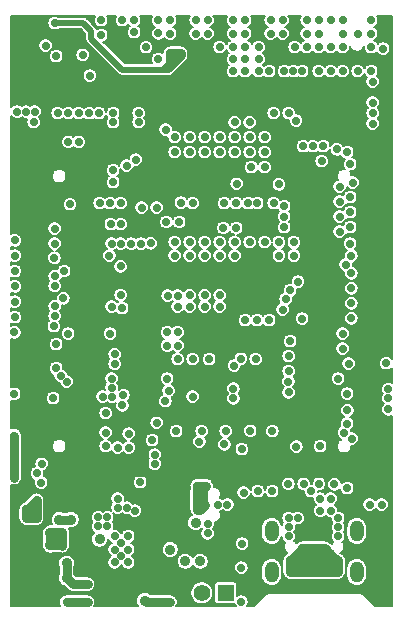
<source format=gbr>
G04 #@! TF.GenerationSoftware,KiCad,Pcbnew,5.1.5-52549c5~84~ubuntu18.04.1*
G04 #@! TF.CreationDate,2020-02-06T13:36:22+02:00*
G04 #@! TF.ProjectId,USB-gLINK_Rev_C,5553422d-674c-4494-9e4b-5f5265765f43,C*
G04 #@! TF.SameCoordinates,Original*
G04 #@! TF.FileFunction,Copper,L3,Inr*
G04 #@! TF.FilePolarity,Positive*
%FSLAX46Y46*%
G04 Gerber Fmt 4.6, Leading zero omitted, Abs format (unit mm)*
G04 Created by KiCad (PCBNEW 5.1.5-52549c5~84~ubuntu18.04.1) date 2020-02-06 13:36:22*
%MOMM*%
%LPD*%
G04 APERTURE LIST*
%ADD10C,1.400000*%
%ADD11R,1.400000X1.400000*%
%ADD12O,1.200000X1.800000*%
%ADD13C,0.900000*%
%ADD14C,0.700000*%
%ADD15C,0.762000*%
%ADD16C,0.508000*%
%ADD17C,0.127000*%
G04 APERTURE END LIST*
D10*
X143525240Y-100058220D03*
D11*
X145554700Y-100055680D03*
D12*
X156635000Y-98294000D03*
X156635000Y-94824000D03*
X149435000Y-94824000D03*
X149435000Y-98294000D03*
D13*
X143002000Y-94107000D03*
D14*
X137858500Y-93091000D03*
X136398000Y-92075000D03*
X129540000Y-92202000D03*
X129540000Y-92964000D03*
X129540000Y-93726000D03*
X128651000Y-92964000D03*
X136398000Y-92837000D03*
X137160000Y-92837000D03*
D13*
X142110798Y-97384209D03*
D14*
X128651000Y-93726000D03*
X134048500Y-56261000D03*
X147574000Y-60228990D03*
X146304000Y-60228990D03*
X139835903Y-52696097D03*
X138802097Y-53856903D03*
D13*
X138683992Y-100711000D03*
X132080000Y-97536000D03*
X132080000Y-98806000D03*
D14*
X132080000Y-100838000D03*
X133858000Y-100838000D03*
X132969000Y-100838000D03*
X133858000Y-99314000D03*
X132969000Y-99314000D03*
X154432000Y-93091000D03*
X154432000Y-92075000D03*
X155067000Y-93726000D03*
X155067000Y-94488000D03*
X155067000Y-95250000D03*
X153923998Y-96266000D03*
X153035000Y-96266000D03*
X152019000Y-96266000D03*
X153035000Y-97282000D03*
X154051000Y-97282000D03*
X155067000Y-97282000D03*
X151003000Y-97282000D03*
X152019000Y-97282000D03*
X155067000Y-98298000D03*
X154051000Y-98298000D03*
X153035000Y-98298000D03*
X151003000Y-98298000D03*
X152019000Y-98298000D03*
X139827000Y-100838000D03*
X140843000Y-100838000D03*
X143129000Y-92265500D03*
X143129000Y-93027500D03*
X144018000Y-94234000D03*
X144018000Y-95026990D03*
D13*
X143383000Y-97384209D03*
X134874000Y-95509510D03*
D14*
X127635000Y-87630000D03*
X127635000Y-86741000D03*
X127635000Y-88519000D03*
X127635000Y-89408000D03*
X135763000Y-78105000D03*
X132080000Y-82169000D03*
X131572000Y-81661000D03*
X131191000Y-81026000D03*
X133101212Y-61879990D03*
X132212212Y-59436000D03*
X133096000Y-59436000D03*
X131318000Y-59436000D03*
X133985000Y-59436000D03*
X134810500Y-59436000D03*
X136017000Y-59436000D03*
X136017000Y-60198000D03*
X138176000Y-60198000D03*
X129286000Y-60198000D03*
X127889000Y-59309000D03*
X128651000Y-59309000D03*
X138176000Y-59436000D03*
X129367790Y-59302474D03*
X142748000Y-67056000D03*
X145415000Y-67056000D03*
X131191000Y-78994000D03*
X132207000Y-78105000D03*
X127640557Y-83210006D03*
X147701000Y-64008000D03*
X139827000Y-54864000D03*
X135001000Y-52832000D03*
X135001000Y-51562000D03*
X136779000Y-51562000D03*
X137795000Y-51562000D03*
X137795000Y-52578000D03*
X139827000Y-51562000D03*
X140843000Y-52705000D03*
X140843000Y-51562000D03*
X143002000Y-51562000D03*
X143002000Y-52705000D03*
X144018000Y-52705000D03*
X144018000Y-51562000D03*
X146177000Y-52705000D03*
X147193000Y-52705000D03*
X146177000Y-51562000D03*
X147193000Y-51562000D03*
X150368000Y-51562000D03*
X149352000Y-52705000D03*
X150368000Y-52705000D03*
X149352000Y-51562000D03*
X153416000Y-52705000D03*
X152400000Y-52705000D03*
X153416000Y-51562000D03*
X152400000Y-51562000D03*
X155448000Y-51562000D03*
X154432000Y-51562000D03*
X157861000Y-51562000D03*
X155448000Y-52705000D03*
X157861000Y-52705000D03*
X156718000Y-52705000D03*
X157861000Y-53848000D03*
X155448000Y-53848000D03*
X153416000Y-53848000D03*
X154432000Y-53848000D03*
X152400000Y-53848000D03*
X151384000Y-53848000D03*
X148336000Y-53848000D03*
X147193000Y-53848000D03*
X146177000Y-53848000D03*
X145034000Y-53848000D03*
X147193000Y-54864000D03*
X146177000Y-54864000D03*
X146177000Y-55880000D03*
X147193000Y-55880000D03*
X148336000Y-54864000D03*
X148336000Y-55880000D03*
X149225000Y-55880000D03*
X150495000Y-55880000D03*
X152019000Y-55880000D03*
X151257000Y-55880000D03*
X153416000Y-55880000D03*
X154432000Y-55880000D03*
X155448000Y-55880000D03*
X156718000Y-55880000D03*
X157861000Y-55880000D03*
X157988000Y-56769000D03*
X157988000Y-58547000D03*
X157988000Y-59436000D03*
X157988000Y-60325000D03*
X155575000Y-86487000D03*
X153543000Y-87630000D03*
X156210000Y-86995000D03*
X159321500Y-83566000D03*
X155829000Y-85725000D03*
X155829000Y-83185000D03*
X155829000Y-91186000D03*
X143891000Y-90995500D03*
X159321500Y-82804000D03*
X141761765Y-67026235D03*
X139700000Y-67437000D03*
X138430000Y-67437000D03*
X136652000Y-67056000D03*
X136017000Y-65278000D03*
X135826500Y-68834000D03*
X136652000Y-68834000D03*
X140508985Y-68660015D03*
X141605000Y-68659957D03*
X148844000Y-64008000D03*
X148209000Y-67056000D03*
X146467406Y-65423600D03*
X146431000Y-67056000D03*
X147447000Y-67056000D03*
X145334985Y-69168015D03*
X146431000Y-69167957D03*
X148844000Y-61468000D03*
X148844000Y-62738000D03*
X147574000Y-61468000D03*
X147574000Y-62738000D03*
X146304000Y-61468000D03*
X146304000Y-62738000D03*
X145034000Y-61468000D03*
X145034000Y-62738000D03*
X143764000Y-61468000D03*
X143764000Y-62738000D03*
X142494000Y-62738000D03*
X142494000Y-61468000D03*
X141224000Y-61468000D03*
X141224000Y-62738000D03*
X141224000Y-70358000D03*
X145034000Y-70358000D03*
X148844000Y-70358000D03*
X143764000Y-70358000D03*
X150058994Y-70358000D03*
X146304000Y-70358000D03*
X142494000Y-70358000D03*
X147574000Y-70358000D03*
X150058988Y-65459992D03*
X155829000Y-62738000D03*
X145034000Y-71501000D03*
X143764000Y-71501000D03*
X146304000Y-71501000D03*
X142494000Y-71501000D03*
X141224000Y-71501000D03*
X150058994Y-71501000D03*
X151328994Y-70358000D03*
X151328994Y-71501000D03*
X135699500Y-71501000D03*
X135890000Y-70485000D03*
X136652000Y-70485000D03*
X135763000Y-67056000D03*
X134874000Y-67056000D03*
X135890000Y-75819000D03*
X142494000Y-75819000D03*
X143764000Y-75819000D03*
X145034000Y-75819000D03*
X141478000Y-77978000D03*
X141478000Y-79121000D03*
X149225000Y-76962000D03*
X147193000Y-76962000D03*
X144145000Y-80264000D03*
X142748000Y-80264000D03*
X142748000Y-83439000D03*
X148082000Y-80264000D03*
X150861737Y-82169000D03*
X148209000Y-76962000D03*
X145034000Y-74866511D03*
X143764000Y-74866511D03*
X142494000Y-74866511D03*
X141478000Y-75819000D03*
X143129000Y-90995500D03*
X143510000Y-91630500D03*
X155194000Y-65659000D03*
X155194000Y-66929000D03*
X155194000Y-68199000D03*
X136779000Y-75947001D03*
X140589000Y-77978000D03*
X140589000Y-79121000D03*
X141478000Y-80264000D03*
X140589000Y-81915000D03*
X149479000Y-91440000D03*
X152781000Y-91440000D03*
X153543000Y-92075000D03*
X153543000Y-93091000D03*
X139547600Y-89141799D03*
X143764000Y-92646500D03*
X148274011Y-91440000D03*
X155448000Y-78105000D03*
X155194000Y-69469000D03*
X155448000Y-79375000D03*
X132212212Y-61879990D03*
X139547600Y-88361020D03*
D13*
X131445000Y-93853000D03*
X132461000Y-93853000D03*
X140843000Y-96393000D03*
D14*
X136017000Y-64262000D03*
X158877000Y-53975000D03*
X159131000Y-80610000D03*
X155854558Y-84607562D03*
X147066010Y-91567000D03*
X150848370Y-90835990D03*
X149606000Y-67056000D03*
X127698500Y-76708000D03*
X131064000Y-70485000D03*
X131050326Y-71695711D03*
X127648754Y-78002697D03*
X152146000Y-90835990D03*
X150495000Y-69088000D03*
X154746500Y-90868500D03*
X150495000Y-67310000D03*
X153452152Y-90835990D03*
X150495000Y-68199000D03*
X135509000Y-94424500D03*
X134747000Y-93662500D03*
X135509000Y-93662500D03*
X134747000Y-94424500D03*
X150876000Y-95250000D03*
X150876000Y-94488000D03*
X150876000Y-93726000D03*
X151638000Y-93726000D03*
X135890000Y-83439000D03*
X135890000Y-81915000D03*
X135890000Y-82677000D03*
X135128000Y-83439000D03*
X132461000Y-54356000D03*
X133159500Y-52641500D03*
D13*
X147955000Y-95885000D03*
D14*
X148844000Y-96964500D03*
X148844000Y-96139000D03*
D13*
X148145500Y-97917000D03*
X148145500Y-98933000D03*
X148145500Y-99949000D03*
D14*
X147828000Y-100838000D03*
X147193000Y-97028000D03*
X149098000Y-99822000D03*
X139700000Y-92075000D03*
X139700000Y-91186000D03*
X141351000Y-91186000D03*
X141351000Y-92075000D03*
X141351000Y-92964000D03*
X142240000Y-91186000D03*
X127698500Y-67610000D03*
X127698500Y-66294000D03*
X127698500Y-65024000D03*
X127698500Y-63373000D03*
X130937000Y-63881000D03*
X133540500Y-63119000D03*
X132651500Y-63119000D03*
X131762500Y-63119000D03*
X130937000Y-63119000D03*
X131762500Y-63881000D03*
X127698500Y-64198500D03*
X131254500Y-62357000D03*
X130962400Y-61366400D03*
X134493000Y-63119000D03*
X135255000Y-63373000D03*
X136017000Y-63373000D03*
X136017000Y-62611000D03*
X136017000Y-61849000D03*
X134366000Y-61366400D03*
X131445000Y-66294000D03*
X130937000Y-65532000D03*
X131445000Y-67183000D03*
X158877000Y-88265000D03*
X157099000Y-89027000D03*
X159385000Y-88773000D03*
X157099000Y-87630000D03*
X158877000Y-87249000D03*
X159385000Y-87757000D03*
X158877000Y-89281000D03*
X159385000Y-89789000D03*
X157099000Y-89789000D03*
X159385000Y-86741000D03*
X150749000Y-61214000D03*
X159321500Y-84518500D03*
X158750000Y-92583000D03*
X156292622Y-65322221D03*
X156083000Y-66548000D03*
X156083000Y-67818000D03*
X156083000Y-69088000D03*
X156083000Y-70485000D03*
X156201057Y-71509943D03*
X155702000Y-72263000D03*
X137160006Y-63881000D03*
X156083000Y-63754000D03*
X130937000Y-83566000D03*
X139700000Y-85661500D03*
X136809990Y-84191230D03*
X129585221Y-89916000D03*
X131815509Y-75121265D03*
X136893777Y-83312000D03*
X131867003Y-72802961D03*
X129921000Y-90741500D03*
X140446500Y-83820000D03*
X135382000Y-87630000D03*
X137541000Y-70485000D03*
X140716000Y-82929506D03*
X136398000Y-87757000D03*
X138368013Y-70485000D03*
X139207107Y-70469893D03*
X137350500Y-87757000D03*
X131064000Y-75786500D03*
X132365746Y-67151246D03*
X140462000Y-60833000D03*
X137939258Y-63372563D03*
X131064000Y-74073500D03*
X146250204Y-80825796D03*
X156179010Y-72994010D03*
X155067000Y-81915000D03*
X153670000Y-63500000D03*
X156179010Y-74264010D03*
X152104222Y-62229991D03*
X156179010Y-75534010D03*
X154969491Y-62510886D03*
X156179010Y-76804010D03*
X153796990Y-62230000D03*
X157734000Y-92583000D03*
X155956000Y-80645000D03*
X145428430Y-87489570D03*
X138303000Y-90678002D03*
X151500212Y-60079630D03*
X152931233Y-62230001D03*
X150876008Y-83089488D03*
X143510000Y-86360000D03*
X149491434Y-86360000D03*
X135382000Y-84836000D03*
X136647866Y-72420958D03*
X147623579Y-86343346D03*
X145542000Y-86360000D03*
X127698500Y-70210000D03*
X143319500Y-87249000D03*
X127698500Y-71510000D03*
X141351000Y-86360000D03*
X146923585Y-87884000D03*
X150876000Y-59436000D03*
X151541990Y-87676100D03*
X149606000Y-59436000D03*
X151670230Y-73713632D03*
X131000500Y-77470000D03*
X152019000Y-76835000D03*
X129966232Y-89134190D03*
X135382000Y-86487000D03*
X151003000Y-74422000D03*
X151003000Y-78740000D03*
X136658389Y-74835510D03*
X127698500Y-75410000D03*
X131064000Y-69215000D03*
X150876000Y-80010000D03*
X150622000Y-75184000D03*
X140627789Y-74899010D03*
X137338817Y-86583010D03*
X127703999Y-74109999D03*
X150368000Y-76073000D03*
X150876000Y-81280000D03*
X141479995Y-74901005D03*
X139319000Y-87122006D03*
X127698500Y-72810000D03*
X131064000Y-76613500D03*
X131064000Y-73246500D03*
X146834981Y-80241019D03*
X136144000Y-79850500D03*
X145701500Y-92583000D03*
X136144000Y-80677500D03*
X144874499Y-92583000D03*
D13*
X130683000Y-94996000D03*
X130683000Y-96012000D03*
D14*
X131699000Y-96075500D03*
X131699000Y-94869000D03*
X136144000Y-96393000D03*
X137287000Y-95250000D03*
X137287000Y-96393000D03*
X136715500Y-95821500D03*
X136149238Y-95270124D03*
X136144000Y-97484209D03*
X137287000Y-97484209D03*
X136715500Y-96901000D03*
X146875500Y-100807010D03*
X146872045Y-97920455D03*
X130302000Y-53721000D03*
X131191000Y-54610000D03*
X133444490Y-54507520D03*
X146939000Y-95885000D03*
X146202400Y-83598500D03*
X146202400Y-82771500D03*
X131064000Y-51816000D03*
X140843000Y-54356000D03*
X141732000Y-54356000D03*
D15*
X129540000Y-92202000D02*
X129540000Y-93726000D01*
X129540000Y-93726000D02*
X128651000Y-93726000D01*
X128651000Y-93726000D02*
X128651000Y-92964000D01*
X128778000Y-92964000D02*
X129540000Y-92202000D01*
X128651000Y-92964000D02*
X128778000Y-92964000D01*
X128778000Y-93726000D02*
X129540000Y-92964000D01*
X128651000Y-93726000D02*
X128778000Y-93726000D01*
X151003000Y-98298000D02*
X155067000Y-98298000D01*
X155067000Y-97282000D02*
X154939998Y-97282000D01*
X152019000Y-96266000D02*
X152019000Y-96329500D01*
X151066500Y-97282000D02*
X151003000Y-97282000D01*
X152019000Y-96266000D02*
X153923998Y-96266000D01*
X151003000Y-97282000D02*
X155067000Y-97282000D01*
X154876500Y-97790000D02*
X155067000Y-97980500D01*
X151003000Y-97790000D02*
X154876500Y-97790000D01*
X155067000Y-97980500D02*
X155067000Y-97282000D01*
X151003000Y-97282000D02*
X151003000Y-97790000D01*
X155067000Y-98298000D02*
X155067000Y-97980500D01*
X151003000Y-97790000D02*
X151003000Y-98298000D01*
X151638000Y-96710500D02*
X154368498Y-96710500D01*
X154368498Y-96710500D02*
X154400249Y-96742251D01*
X154400249Y-96742251D02*
X153923998Y-96266000D01*
X154939998Y-97282000D02*
X154400249Y-96742251D01*
X152019000Y-96329500D02*
X151638000Y-96710500D01*
X151638000Y-96710500D02*
X151066500Y-97282000D01*
X143129000Y-90995500D02*
X143129000Y-93027500D01*
X143383000Y-93027500D02*
X143764000Y-92646500D01*
X143129000Y-93027500D02*
X143383000Y-93027500D01*
X143891000Y-90995500D02*
X143129000Y-90995500D01*
X143637000Y-91249500D02*
X143891000Y-90995500D01*
X143764000Y-92646500D02*
X143637000Y-92519500D01*
X143637000Y-92519500D02*
X143637000Y-91249500D01*
X132080000Y-100838000D02*
X133858000Y-100838000D01*
X140843000Y-100838000D02*
X139827000Y-100838000D01*
X138810992Y-100838000D02*
X138683992Y-100711000D01*
X139827000Y-100838000D02*
X138810992Y-100838000D01*
X133858000Y-99314000D02*
X132969000Y-99314000D01*
X132588000Y-99314000D02*
X132080000Y-98806000D01*
X132969000Y-99314000D02*
X132588000Y-99314000D01*
X132080000Y-98806000D02*
X132080000Y-97536000D01*
X127635000Y-86741000D02*
X127635000Y-90297000D01*
X131445000Y-93853000D02*
X132461000Y-93853000D01*
X132461000Y-53340000D02*
X133159500Y-52641500D01*
X132461000Y-55245000D02*
X132461000Y-53340000D01*
X130302000Y-60706000D02*
X130302000Y-57404000D01*
X130302000Y-57404000D02*
X132461000Y-55245000D01*
X130962400Y-61366400D02*
X130302000Y-60706000D01*
X130302000Y-67818000D02*
X130302000Y-60706000D01*
X139700000Y-90551000D02*
X138938000Y-89789000D01*
X139700000Y-91186000D02*
X139700000Y-90551000D01*
X138938000Y-89789000D02*
X135318500Y-89789000D01*
X135318500Y-89789000D02*
X129032000Y-83502500D01*
X129032000Y-83502500D02*
X129032000Y-69088000D01*
X129032000Y-69088000D02*
X130302000Y-67818000D01*
X130683000Y-94996000D02*
X130683000Y-96012000D01*
X131635500Y-96012000D02*
X131699000Y-96075500D01*
X130683000Y-96012000D02*
X131635500Y-96012000D01*
X131699000Y-96075500D02*
X131699000Y-94869000D01*
X130810000Y-94869000D02*
X130683000Y-94996000D01*
X131699000Y-94869000D02*
X130810000Y-94869000D01*
X130810000Y-95186500D02*
X131699000Y-96075500D01*
X130810000Y-94869000D02*
X130810000Y-95186500D01*
D16*
X139954000Y-55753000D02*
X140716000Y-55753000D01*
X140716000Y-55753000D02*
X141351000Y-55118000D01*
X139954000Y-55753000D02*
X140208000Y-55753000D01*
X140208000Y-55753000D02*
X140843000Y-55118000D01*
X136779000Y-55753000D02*
X139954000Y-55753000D01*
D15*
X140843000Y-54356000D02*
X140843000Y-55118000D01*
X140843000Y-55118000D02*
X140843000Y-55435500D01*
D16*
X133477000Y-51816000D02*
X134175500Y-52514500D01*
X131064000Y-51816000D02*
X133477000Y-51816000D01*
X134175500Y-52514500D02*
X134175500Y-53149500D01*
X134175500Y-53149500D02*
X136779000Y-55753000D01*
D15*
X141732000Y-54546500D02*
X141541500Y-54737000D01*
X141732000Y-54356000D02*
X141732000Y-54546500D01*
X141541500Y-54737000D02*
X140843000Y-55435500D01*
X140843000Y-54356000D02*
X141732000Y-54356000D01*
D17*
G36*
X134454488Y-51269883D02*
G01*
X134407999Y-51382115D01*
X134384300Y-51501260D01*
X134384300Y-51622740D01*
X134407999Y-51741885D01*
X134454488Y-51854117D01*
X134521978Y-51955123D01*
X134607877Y-52041022D01*
X134708883Y-52108512D01*
X134821115Y-52155001D01*
X134940260Y-52178700D01*
X135061740Y-52178700D01*
X135180885Y-52155001D01*
X135293117Y-52108512D01*
X135394123Y-52041022D01*
X135480022Y-51955123D01*
X135547512Y-51854117D01*
X135594001Y-51741885D01*
X135617700Y-51622740D01*
X135617700Y-51501260D01*
X135594001Y-51382115D01*
X135547512Y-51269883D01*
X135496608Y-51193700D01*
X136283392Y-51193700D01*
X136232488Y-51269883D01*
X136185999Y-51382115D01*
X136162300Y-51501260D01*
X136162300Y-51622740D01*
X136185999Y-51741885D01*
X136232488Y-51854117D01*
X136299978Y-51955123D01*
X136385877Y-52041022D01*
X136486883Y-52108512D01*
X136599115Y-52155001D01*
X136718260Y-52178700D01*
X136839740Y-52178700D01*
X136958885Y-52155001D01*
X137071117Y-52108512D01*
X137172123Y-52041022D01*
X137258022Y-51955123D01*
X137287000Y-51911754D01*
X137315978Y-51955123D01*
X137401877Y-52041022D01*
X137445246Y-52070000D01*
X137401877Y-52098978D01*
X137315978Y-52184877D01*
X137248488Y-52285883D01*
X137201999Y-52398115D01*
X137178300Y-52517260D01*
X137178300Y-52638740D01*
X137201999Y-52757885D01*
X137248488Y-52870117D01*
X137315978Y-52971123D01*
X137401877Y-53057022D01*
X137502883Y-53124512D01*
X137615115Y-53171001D01*
X137734260Y-53194700D01*
X137855740Y-53194700D01*
X137974885Y-53171001D01*
X138087117Y-53124512D01*
X138188123Y-53057022D01*
X138274022Y-52971123D01*
X138341512Y-52870117D01*
X138388001Y-52757885D01*
X138411700Y-52638740D01*
X138411700Y-52517260D01*
X138388001Y-52398115D01*
X138341512Y-52285883D01*
X138274022Y-52184877D01*
X138188123Y-52098978D01*
X138144754Y-52070000D01*
X138188123Y-52041022D01*
X138274022Y-51955123D01*
X138341512Y-51854117D01*
X138388001Y-51741885D01*
X138411700Y-51622740D01*
X138411700Y-51501260D01*
X138388001Y-51382115D01*
X138341512Y-51269883D01*
X138290608Y-51193700D01*
X139331392Y-51193700D01*
X139280488Y-51269883D01*
X139233999Y-51382115D01*
X139210300Y-51501260D01*
X139210300Y-51622740D01*
X139233999Y-51741885D01*
X139280488Y-51854117D01*
X139347978Y-51955123D01*
X139433877Y-52041022D01*
X139534883Y-52108512D01*
X139588913Y-52130892D01*
X139543786Y-52149585D01*
X139442780Y-52217075D01*
X139356881Y-52302974D01*
X139289391Y-52403980D01*
X139242902Y-52516212D01*
X139219203Y-52635357D01*
X139219203Y-52756837D01*
X139242902Y-52875982D01*
X139289391Y-52988214D01*
X139356881Y-53089220D01*
X139442780Y-53175119D01*
X139543786Y-53242609D01*
X139656018Y-53289098D01*
X139775163Y-53312797D01*
X139896643Y-53312797D01*
X140015788Y-53289098D01*
X140128020Y-53242609D01*
X140229026Y-53175119D01*
X140314925Y-53089220D01*
X140336477Y-53056965D01*
X140363978Y-53098123D01*
X140449877Y-53184022D01*
X140550883Y-53251512D01*
X140663115Y-53298001D01*
X140782260Y-53321700D01*
X140903740Y-53321700D01*
X141022885Y-53298001D01*
X141135117Y-53251512D01*
X141236123Y-53184022D01*
X141322022Y-53098123D01*
X141389512Y-52997117D01*
X141436001Y-52884885D01*
X141459700Y-52765740D01*
X141459700Y-52644260D01*
X141436001Y-52525115D01*
X141389512Y-52412883D01*
X141322022Y-52311877D01*
X141236123Y-52225978D01*
X141135117Y-52158488D01*
X141074792Y-52133500D01*
X141135117Y-52108512D01*
X141236123Y-52041022D01*
X141322022Y-51955123D01*
X141389512Y-51854117D01*
X141436001Y-51741885D01*
X141459700Y-51622740D01*
X141459700Y-51501260D01*
X141436001Y-51382115D01*
X141389512Y-51269883D01*
X141338608Y-51193700D01*
X142506392Y-51193700D01*
X142455488Y-51269883D01*
X142408999Y-51382115D01*
X142385300Y-51501260D01*
X142385300Y-51622740D01*
X142408999Y-51741885D01*
X142455488Y-51854117D01*
X142522978Y-51955123D01*
X142608877Y-52041022D01*
X142709883Y-52108512D01*
X142770208Y-52133500D01*
X142709883Y-52158488D01*
X142608877Y-52225978D01*
X142522978Y-52311877D01*
X142455488Y-52412883D01*
X142408999Y-52525115D01*
X142385300Y-52644260D01*
X142385300Y-52765740D01*
X142408999Y-52884885D01*
X142455488Y-52997117D01*
X142522978Y-53098123D01*
X142608877Y-53184022D01*
X142709883Y-53251512D01*
X142822115Y-53298001D01*
X142941260Y-53321700D01*
X143062740Y-53321700D01*
X143181885Y-53298001D01*
X143294117Y-53251512D01*
X143395123Y-53184022D01*
X143481022Y-53098123D01*
X143510000Y-53054754D01*
X143538978Y-53098123D01*
X143624877Y-53184022D01*
X143725883Y-53251512D01*
X143838115Y-53298001D01*
X143957260Y-53321700D01*
X144078740Y-53321700D01*
X144197885Y-53298001D01*
X144310117Y-53251512D01*
X144411123Y-53184022D01*
X144497022Y-53098123D01*
X144564512Y-52997117D01*
X144611001Y-52884885D01*
X144634700Y-52765740D01*
X144634700Y-52644260D01*
X144611001Y-52525115D01*
X144564512Y-52412883D01*
X144497022Y-52311877D01*
X144411123Y-52225978D01*
X144310117Y-52158488D01*
X144249792Y-52133500D01*
X144310117Y-52108512D01*
X144411123Y-52041022D01*
X144497022Y-51955123D01*
X144564512Y-51854117D01*
X144611001Y-51741885D01*
X144634700Y-51622740D01*
X144634700Y-51501260D01*
X144611001Y-51382115D01*
X144564512Y-51269883D01*
X144513608Y-51193700D01*
X145681392Y-51193700D01*
X145630488Y-51269883D01*
X145583999Y-51382115D01*
X145560300Y-51501260D01*
X145560300Y-51622740D01*
X145583999Y-51741885D01*
X145630488Y-51854117D01*
X145697978Y-51955123D01*
X145783877Y-52041022D01*
X145884883Y-52108512D01*
X145945208Y-52133500D01*
X145884883Y-52158488D01*
X145783877Y-52225978D01*
X145697978Y-52311877D01*
X145630488Y-52412883D01*
X145583999Y-52525115D01*
X145560300Y-52644260D01*
X145560300Y-52765740D01*
X145583999Y-52884885D01*
X145630488Y-52997117D01*
X145697978Y-53098123D01*
X145783877Y-53184022D01*
X145884883Y-53251512D01*
X145945208Y-53276500D01*
X145884883Y-53301488D01*
X145783877Y-53368978D01*
X145697978Y-53454877D01*
X145630488Y-53555883D01*
X145605500Y-53616208D01*
X145580512Y-53555883D01*
X145513022Y-53454877D01*
X145427123Y-53368978D01*
X145326117Y-53301488D01*
X145213885Y-53254999D01*
X145094740Y-53231300D01*
X144973260Y-53231300D01*
X144854115Y-53254999D01*
X144741883Y-53301488D01*
X144640877Y-53368978D01*
X144554978Y-53454877D01*
X144487488Y-53555883D01*
X144440999Y-53668115D01*
X144417300Y-53787260D01*
X144417300Y-53908740D01*
X144440999Y-54027885D01*
X144487488Y-54140117D01*
X144554978Y-54241123D01*
X144640877Y-54327022D01*
X144741883Y-54394512D01*
X144854115Y-54441001D01*
X144973260Y-54464700D01*
X145094740Y-54464700D01*
X145213885Y-54441001D01*
X145326117Y-54394512D01*
X145427123Y-54327022D01*
X145513022Y-54241123D01*
X145580512Y-54140117D01*
X145605500Y-54079792D01*
X145630488Y-54140117D01*
X145697978Y-54241123D01*
X145783877Y-54327022D01*
X145827246Y-54356000D01*
X145783877Y-54384978D01*
X145697978Y-54470877D01*
X145630488Y-54571883D01*
X145583999Y-54684115D01*
X145560300Y-54803260D01*
X145560300Y-54924740D01*
X145583999Y-55043885D01*
X145630488Y-55156117D01*
X145697978Y-55257123D01*
X145783877Y-55343022D01*
X145827246Y-55372000D01*
X145783877Y-55400978D01*
X145697978Y-55486877D01*
X145630488Y-55587883D01*
X145583999Y-55700115D01*
X145560300Y-55819260D01*
X145560300Y-55940740D01*
X145583999Y-56059885D01*
X145630488Y-56172117D01*
X145697978Y-56273123D01*
X145783877Y-56359022D01*
X145884883Y-56426512D01*
X145997115Y-56473001D01*
X146116260Y-56496700D01*
X146237740Y-56496700D01*
X146356885Y-56473001D01*
X146469117Y-56426512D01*
X146570123Y-56359022D01*
X146656022Y-56273123D01*
X146685000Y-56229754D01*
X146713978Y-56273123D01*
X146799877Y-56359022D01*
X146900883Y-56426512D01*
X147013115Y-56473001D01*
X147132260Y-56496700D01*
X147253740Y-56496700D01*
X147372885Y-56473001D01*
X147485117Y-56426512D01*
X147586123Y-56359022D01*
X147672022Y-56273123D01*
X147739512Y-56172117D01*
X147764500Y-56111792D01*
X147789488Y-56172117D01*
X147856978Y-56273123D01*
X147942877Y-56359022D01*
X148043883Y-56426512D01*
X148156115Y-56473001D01*
X148275260Y-56496700D01*
X148396740Y-56496700D01*
X148515885Y-56473001D01*
X148628117Y-56426512D01*
X148729123Y-56359022D01*
X148780500Y-56307645D01*
X148831877Y-56359022D01*
X148932883Y-56426512D01*
X149045115Y-56473001D01*
X149164260Y-56496700D01*
X149285740Y-56496700D01*
X149404885Y-56473001D01*
X149517117Y-56426512D01*
X149618123Y-56359022D01*
X149704022Y-56273123D01*
X149771512Y-56172117D01*
X149818001Y-56059885D01*
X149841700Y-55940740D01*
X149841700Y-55819260D01*
X149878300Y-55819260D01*
X149878300Y-55940740D01*
X149901999Y-56059885D01*
X149948488Y-56172117D01*
X150015978Y-56273123D01*
X150101877Y-56359022D01*
X150202883Y-56426512D01*
X150315115Y-56473001D01*
X150434260Y-56496700D01*
X150555740Y-56496700D01*
X150674885Y-56473001D01*
X150787117Y-56426512D01*
X150876000Y-56367122D01*
X150964883Y-56426512D01*
X151077115Y-56473001D01*
X151196260Y-56496700D01*
X151317740Y-56496700D01*
X151436885Y-56473001D01*
X151549117Y-56426512D01*
X151638000Y-56367122D01*
X151726883Y-56426512D01*
X151839115Y-56473001D01*
X151958260Y-56496700D01*
X152079740Y-56496700D01*
X152198885Y-56473001D01*
X152311117Y-56426512D01*
X152412123Y-56359022D01*
X152498022Y-56273123D01*
X152565512Y-56172117D01*
X152612001Y-56059885D01*
X152635700Y-55940740D01*
X152635700Y-55819260D01*
X152799300Y-55819260D01*
X152799300Y-55940740D01*
X152822999Y-56059885D01*
X152869488Y-56172117D01*
X152936978Y-56273123D01*
X153022877Y-56359022D01*
X153123883Y-56426512D01*
X153236115Y-56473001D01*
X153355260Y-56496700D01*
X153476740Y-56496700D01*
X153595885Y-56473001D01*
X153708117Y-56426512D01*
X153809123Y-56359022D01*
X153895022Y-56273123D01*
X153924000Y-56229754D01*
X153952978Y-56273123D01*
X154038877Y-56359022D01*
X154139883Y-56426512D01*
X154252115Y-56473001D01*
X154371260Y-56496700D01*
X154492740Y-56496700D01*
X154611885Y-56473001D01*
X154724117Y-56426512D01*
X154825123Y-56359022D01*
X154911022Y-56273123D01*
X154940000Y-56229754D01*
X154968978Y-56273123D01*
X155054877Y-56359022D01*
X155155883Y-56426512D01*
X155268115Y-56473001D01*
X155387260Y-56496700D01*
X155508740Y-56496700D01*
X155627885Y-56473001D01*
X155740117Y-56426512D01*
X155841123Y-56359022D01*
X155927022Y-56273123D01*
X155994512Y-56172117D01*
X156041001Y-56059885D01*
X156064700Y-55940740D01*
X156064700Y-55819260D01*
X156101300Y-55819260D01*
X156101300Y-55940740D01*
X156124999Y-56059885D01*
X156171488Y-56172117D01*
X156238978Y-56273123D01*
X156324877Y-56359022D01*
X156425883Y-56426512D01*
X156538115Y-56473001D01*
X156657260Y-56496700D01*
X156778740Y-56496700D01*
X156897885Y-56473001D01*
X157010117Y-56426512D01*
X157111123Y-56359022D01*
X157197022Y-56273123D01*
X157264512Y-56172117D01*
X157289500Y-56111792D01*
X157314488Y-56172117D01*
X157381978Y-56273123D01*
X157467877Y-56359022D01*
X157504078Y-56383211D01*
X157441488Y-56476883D01*
X157394999Y-56589115D01*
X157371300Y-56708260D01*
X157371300Y-56829740D01*
X157394999Y-56948885D01*
X157441488Y-57061117D01*
X157508978Y-57162123D01*
X157594877Y-57248022D01*
X157695883Y-57315512D01*
X157808115Y-57362001D01*
X157927260Y-57385700D01*
X158048740Y-57385700D01*
X158167885Y-57362001D01*
X158280117Y-57315512D01*
X158381123Y-57248022D01*
X158467022Y-57162123D01*
X158534512Y-57061117D01*
X158581001Y-56948885D01*
X158604700Y-56829740D01*
X158604700Y-56708260D01*
X158581001Y-56589115D01*
X158534512Y-56476883D01*
X158467022Y-56375877D01*
X158381123Y-56289978D01*
X158344922Y-56265789D01*
X158407512Y-56172117D01*
X158454001Y-56059885D01*
X158477700Y-55940740D01*
X158477700Y-55819260D01*
X158454001Y-55700115D01*
X158407512Y-55587883D01*
X158340022Y-55486877D01*
X158254123Y-55400978D01*
X158153117Y-55333488D01*
X158040885Y-55286999D01*
X157921740Y-55263300D01*
X157800260Y-55263300D01*
X157681115Y-55286999D01*
X157568883Y-55333488D01*
X157467877Y-55400978D01*
X157381978Y-55486877D01*
X157314488Y-55587883D01*
X157289500Y-55648208D01*
X157264512Y-55587883D01*
X157197022Y-55486877D01*
X157111123Y-55400978D01*
X157010117Y-55333488D01*
X156897885Y-55286999D01*
X156778740Y-55263300D01*
X156657260Y-55263300D01*
X156538115Y-55286999D01*
X156425883Y-55333488D01*
X156324877Y-55400978D01*
X156238978Y-55486877D01*
X156171488Y-55587883D01*
X156124999Y-55700115D01*
X156101300Y-55819260D01*
X156064700Y-55819260D01*
X156041001Y-55700115D01*
X155994512Y-55587883D01*
X155927022Y-55486877D01*
X155841123Y-55400978D01*
X155740117Y-55333488D01*
X155627885Y-55286999D01*
X155508740Y-55263300D01*
X155387260Y-55263300D01*
X155268115Y-55286999D01*
X155155883Y-55333488D01*
X155054877Y-55400978D01*
X154968978Y-55486877D01*
X154940000Y-55530246D01*
X154911022Y-55486877D01*
X154825123Y-55400978D01*
X154724117Y-55333488D01*
X154611885Y-55286999D01*
X154492740Y-55263300D01*
X154371260Y-55263300D01*
X154252115Y-55286999D01*
X154139883Y-55333488D01*
X154038877Y-55400978D01*
X153952978Y-55486877D01*
X153924000Y-55530246D01*
X153895022Y-55486877D01*
X153809123Y-55400978D01*
X153708117Y-55333488D01*
X153595885Y-55286999D01*
X153476740Y-55263300D01*
X153355260Y-55263300D01*
X153236115Y-55286999D01*
X153123883Y-55333488D01*
X153022877Y-55400978D01*
X152936978Y-55486877D01*
X152869488Y-55587883D01*
X152822999Y-55700115D01*
X152799300Y-55819260D01*
X152635700Y-55819260D01*
X152612001Y-55700115D01*
X152565512Y-55587883D01*
X152498022Y-55486877D01*
X152412123Y-55400978D01*
X152311117Y-55333488D01*
X152198885Y-55286999D01*
X152079740Y-55263300D01*
X151958260Y-55263300D01*
X151839115Y-55286999D01*
X151726883Y-55333488D01*
X151638000Y-55392878D01*
X151549117Y-55333488D01*
X151436885Y-55286999D01*
X151317740Y-55263300D01*
X151196260Y-55263300D01*
X151077115Y-55286999D01*
X150964883Y-55333488D01*
X150876000Y-55392878D01*
X150787117Y-55333488D01*
X150674885Y-55286999D01*
X150555740Y-55263300D01*
X150434260Y-55263300D01*
X150315115Y-55286999D01*
X150202883Y-55333488D01*
X150101877Y-55400978D01*
X150015978Y-55486877D01*
X149948488Y-55587883D01*
X149901999Y-55700115D01*
X149878300Y-55819260D01*
X149841700Y-55819260D01*
X149818001Y-55700115D01*
X149771512Y-55587883D01*
X149704022Y-55486877D01*
X149618123Y-55400978D01*
X149517117Y-55333488D01*
X149404885Y-55286999D01*
X149285740Y-55263300D01*
X149164260Y-55263300D01*
X149045115Y-55286999D01*
X148932883Y-55333488D01*
X148831877Y-55400978D01*
X148780500Y-55452355D01*
X148729123Y-55400978D01*
X148685754Y-55372000D01*
X148729123Y-55343022D01*
X148815022Y-55257123D01*
X148882512Y-55156117D01*
X148929001Y-55043885D01*
X148952700Y-54924740D01*
X148952700Y-54803260D01*
X148929001Y-54684115D01*
X148882512Y-54571883D01*
X148815022Y-54470877D01*
X148729123Y-54384978D01*
X148685754Y-54356000D01*
X148729123Y-54327022D01*
X148815022Y-54241123D01*
X148882512Y-54140117D01*
X148929001Y-54027885D01*
X148952700Y-53908740D01*
X148952700Y-53787260D01*
X148929001Y-53668115D01*
X148882512Y-53555883D01*
X148815022Y-53454877D01*
X148729123Y-53368978D01*
X148628117Y-53301488D01*
X148515885Y-53254999D01*
X148396740Y-53231300D01*
X148275260Y-53231300D01*
X148156115Y-53254999D01*
X148043883Y-53301488D01*
X147942877Y-53368978D01*
X147856978Y-53454877D01*
X147789488Y-53555883D01*
X147764500Y-53616208D01*
X147739512Y-53555883D01*
X147672022Y-53454877D01*
X147586123Y-53368978D01*
X147485117Y-53301488D01*
X147424792Y-53276500D01*
X147485117Y-53251512D01*
X147586123Y-53184022D01*
X147672022Y-53098123D01*
X147739512Y-52997117D01*
X147786001Y-52884885D01*
X147809700Y-52765740D01*
X147809700Y-52644260D01*
X147786001Y-52525115D01*
X147739512Y-52412883D01*
X147672022Y-52311877D01*
X147586123Y-52225978D01*
X147485117Y-52158488D01*
X147424792Y-52133500D01*
X147485117Y-52108512D01*
X147586123Y-52041022D01*
X147672022Y-51955123D01*
X147739512Y-51854117D01*
X147786001Y-51741885D01*
X147809700Y-51622740D01*
X147809700Y-51501260D01*
X147786001Y-51382115D01*
X147739512Y-51269883D01*
X147688608Y-51193700D01*
X148856392Y-51193700D01*
X148805488Y-51269883D01*
X148758999Y-51382115D01*
X148735300Y-51501260D01*
X148735300Y-51622740D01*
X148758999Y-51741885D01*
X148805488Y-51854117D01*
X148872978Y-51955123D01*
X148958877Y-52041022D01*
X149059883Y-52108512D01*
X149120208Y-52133500D01*
X149059883Y-52158488D01*
X148958877Y-52225978D01*
X148872978Y-52311877D01*
X148805488Y-52412883D01*
X148758999Y-52525115D01*
X148735300Y-52644260D01*
X148735300Y-52765740D01*
X148758999Y-52884885D01*
X148805488Y-52997117D01*
X148872978Y-53098123D01*
X148958877Y-53184022D01*
X149059883Y-53251512D01*
X149172115Y-53298001D01*
X149291260Y-53321700D01*
X149412740Y-53321700D01*
X149531885Y-53298001D01*
X149644117Y-53251512D01*
X149745123Y-53184022D01*
X149831022Y-53098123D01*
X149860000Y-53054754D01*
X149888978Y-53098123D01*
X149974877Y-53184022D01*
X150075883Y-53251512D01*
X150188115Y-53298001D01*
X150307260Y-53321700D01*
X150428740Y-53321700D01*
X150547885Y-53298001D01*
X150660117Y-53251512D01*
X150761123Y-53184022D01*
X150847022Y-53098123D01*
X150914512Y-52997117D01*
X150961001Y-52884885D01*
X150984700Y-52765740D01*
X150984700Y-52644260D01*
X150961001Y-52525115D01*
X150914512Y-52412883D01*
X150847022Y-52311877D01*
X150761123Y-52225978D01*
X150660117Y-52158488D01*
X150599792Y-52133500D01*
X150660117Y-52108512D01*
X150761123Y-52041022D01*
X150847022Y-51955123D01*
X150914512Y-51854117D01*
X150961001Y-51741885D01*
X150984700Y-51622740D01*
X150984700Y-51501260D01*
X150961001Y-51382115D01*
X150914512Y-51269883D01*
X150863608Y-51193700D01*
X151904392Y-51193700D01*
X151853488Y-51269883D01*
X151806999Y-51382115D01*
X151783300Y-51501260D01*
X151783300Y-51622740D01*
X151806999Y-51741885D01*
X151853488Y-51854117D01*
X151920978Y-51955123D01*
X152006877Y-52041022D01*
X152107883Y-52108512D01*
X152168208Y-52133500D01*
X152107883Y-52158488D01*
X152006877Y-52225978D01*
X151920978Y-52311877D01*
X151853488Y-52412883D01*
X151806999Y-52525115D01*
X151783300Y-52644260D01*
X151783300Y-52765740D01*
X151806999Y-52884885D01*
X151853488Y-52997117D01*
X151920978Y-53098123D01*
X152006877Y-53184022D01*
X152107883Y-53251512D01*
X152168208Y-53276500D01*
X152107883Y-53301488D01*
X152006877Y-53368978D01*
X151920978Y-53454877D01*
X151892000Y-53498246D01*
X151863022Y-53454877D01*
X151777123Y-53368978D01*
X151676117Y-53301488D01*
X151563885Y-53254999D01*
X151444740Y-53231300D01*
X151323260Y-53231300D01*
X151204115Y-53254999D01*
X151091883Y-53301488D01*
X150990877Y-53368978D01*
X150904978Y-53454877D01*
X150837488Y-53555883D01*
X150790999Y-53668115D01*
X150767300Y-53787260D01*
X150767300Y-53908740D01*
X150790999Y-54027885D01*
X150837488Y-54140117D01*
X150904978Y-54241123D01*
X150990877Y-54327022D01*
X151091883Y-54394512D01*
X151204115Y-54441001D01*
X151323260Y-54464700D01*
X151444740Y-54464700D01*
X151563885Y-54441001D01*
X151676117Y-54394512D01*
X151777123Y-54327022D01*
X151863022Y-54241123D01*
X151892000Y-54197754D01*
X151920978Y-54241123D01*
X152006877Y-54327022D01*
X152107883Y-54394512D01*
X152220115Y-54441001D01*
X152339260Y-54464700D01*
X152460740Y-54464700D01*
X152579885Y-54441001D01*
X152692117Y-54394512D01*
X152793123Y-54327022D01*
X152879022Y-54241123D01*
X152908000Y-54197754D01*
X152936978Y-54241123D01*
X153022877Y-54327022D01*
X153123883Y-54394512D01*
X153236115Y-54441001D01*
X153355260Y-54464700D01*
X153476740Y-54464700D01*
X153595885Y-54441001D01*
X153708117Y-54394512D01*
X153809123Y-54327022D01*
X153895022Y-54241123D01*
X153924000Y-54197754D01*
X153952978Y-54241123D01*
X154038877Y-54327022D01*
X154139883Y-54394512D01*
X154252115Y-54441001D01*
X154371260Y-54464700D01*
X154492740Y-54464700D01*
X154611885Y-54441001D01*
X154724117Y-54394512D01*
X154825123Y-54327022D01*
X154911022Y-54241123D01*
X154940000Y-54197754D01*
X154968978Y-54241123D01*
X155054877Y-54327022D01*
X155155883Y-54394512D01*
X155268115Y-54441001D01*
X155387260Y-54464700D01*
X155508740Y-54464700D01*
X155627885Y-54441001D01*
X155740117Y-54394512D01*
X155841123Y-54327022D01*
X155927022Y-54241123D01*
X155994512Y-54140117D01*
X156041001Y-54027885D01*
X156064700Y-53908740D01*
X156064700Y-53792610D01*
X156107989Y-53897117D01*
X156175479Y-53998123D01*
X156261378Y-54084022D01*
X156362384Y-54151512D01*
X156474616Y-54198001D01*
X156593761Y-54221700D01*
X156715241Y-54221700D01*
X156834386Y-54198001D01*
X156946618Y-54151512D01*
X157047624Y-54084022D01*
X157133523Y-53998123D01*
X157201013Y-53897117D01*
X157244300Y-53792615D01*
X157244300Y-53908740D01*
X157267999Y-54027885D01*
X157314488Y-54140117D01*
X157381978Y-54241123D01*
X157467877Y-54327022D01*
X157568883Y-54394512D01*
X157681115Y-54441001D01*
X157800260Y-54464700D01*
X157921740Y-54464700D01*
X158040885Y-54441001D01*
X158153117Y-54394512D01*
X158254123Y-54327022D01*
X158325667Y-54255478D01*
X158330488Y-54267117D01*
X158397978Y-54368123D01*
X158483877Y-54454022D01*
X158584883Y-54521512D01*
X158697115Y-54568001D01*
X158816260Y-54591700D01*
X158937740Y-54591700D01*
X159056885Y-54568001D01*
X159169117Y-54521512D01*
X159270123Y-54454022D01*
X159356022Y-54368123D01*
X159423512Y-54267117D01*
X159470001Y-54154885D01*
X159493700Y-54035740D01*
X159493700Y-53914260D01*
X159470001Y-53795115D01*
X159423512Y-53682883D01*
X159356022Y-53581877D01*
X159270123Y-53495978D01*
X159169117Y-53428488D01*
X159056885Y-53381999D01*
X158937740Y-53358300D01*
X158816260Y-53358300D01*
X158697115Y-53381999D01*
X158584883Y-53428488D01*
X158483877Y-53495978D01*
X158412333Y-53567522D01*
X158407512Y-53555883D01*
X158340022Y-53454877D01*
X158254123Y-53368978D01*
X158153117Y-53301488D01*
X158092792Y-53276500D01*
X158153117Y-53251512D01*
X158254123Y-53184022D01*
X158340022Y-53098123D01*
X158407512Y-52997117D01*
X158454001Y-52884885D01*
X158477700Y-52765740D01*
X158477700Y-52644260D01*
X158454001Y-52525115D01*
X158407512Y-52412883D01*
X158340022Y-52311877D01*
X158254123Y-52225978D01*
X158153117Y-52158488D01*
X158092792Y-52133500D01*
X158153117Y-52108512D01*
X158254123Y-52041022D01*
X158340022Y-51955123D01*
X158407512Y-51854117D01*
X158454001Y-51741885D01*
X158477700Y-51622740D01*
X158477700Y-51501260D01*
X158454001Y-51382115D01*
X158407512Y-51269883D01*
X158356608Y-51193700D01*
X159626301Y-51193700D01*
X159626300Y-80241239D01*
X159610022Y-80216877D01*
X159524123Y-80130978D01*
X159423117Y-80063488D01*
X159310885Y-80016999D01*
X159191740Y-79993300D01*
X159070260Y-79993300D01*
X158951115Y-80016999D01*
X158838883Y-80063488D01*
X158737877Y-80130978D01*
X158651978Y-80216877D01*
X158584488Y-80317883D01*
X158537999Y-80430115D01*
X158514300Y-80549260D01*
X158514300Y-80670740D01*
X158537999Y-80789885D01*
X158584488Y-80902117D01*
X158651978Y-81003123D01*
X158737877Y-81089022D01*
X158838883Y-81156512D01*
X158951115Y-81203001D01*
X159070260Y-81226700D01*
X159191740Y-81226700D01*
X159310885Y-81203001D01*
X159423117Y-81156512D01*
X159524123Y-81089022D01*
X159610022Y-81003123D01*
X159626300Y-80978761D01*
X159626300Y-82265963D01*
X159613617Y-82257488D01*
X159501385Y-82210999D01*
X159382240Y-82187300D01*
X159260760Y-82187300D01*
X159141615Y-82210999D01*
X159029383Y-82257488D01*
X158928377Y-82324978D01*
X158842478Y-82410877D01*
X158774988Y-82511883D01*
X158728499Y-82624115D01*
X158704800Y-82743260D01*
X158704800Y-82864740D01*
X158728499Y-82983885D01*
X158774988Y-83096117D01*
X158834378Y-83185000D01*
X158774988Y-83273883D01*
X158728499Y-83386115D01*
X158704800Y-83505260D01*
X158704800Y-83626740D01*
X158728499Y-83745885D01*
X158774988Y-83858117D01*
X158842478Y-83959123D01*
X158925605Y-84042250D01*
X158842478Y-84125377D01*
X158774988Y-84226383D01*
X158728499Y-84338615D01*
X158704800Y-84457760D01*
X158704800Y-84579240D01*
X158728499Y-84698385D01*
X158774988Y-84810617D01*
X158842478Y-84911623D01*
X158928377Y-84997522D01*
X159029383Y-85065012D01*
X159141615Y-85111501D01*
X159260760Y-85135200D01*
X159382240Y-85135200D01*
X159501385Y-85111501D01*
X159613617Y-85065012D01*
X159626300Y-85056537D01*
X159626300Y-101206300D01*
X158151076Y-101206300D01*
X157137060Y-100192285D01*
X157124734Y-100177266D01*
X157064786Y-100128067D01*
X156996391Y-100091510D01*
X156922179Y-100068997D01*
X156864333Y-100063300D01*
X156864322Y-100063300D01*
X156845000Y-100061397D01*
X156825678Y-100063300D01*
X149244322Y-100063300D01*
X149224999Y-100061397D01*
X149205677Y-100063300D01*
X149205667Y-100063300D01*
X149147821Y-100068997D01*
X149073609Y-100091510D01*
X149005214Y-100128067D01*
X148960282Y-100164942D01*
X148960279Y-100164945D01*
X148945266Y-100177266D01*
X148932944Y-100192280D01*
X147918925Y-101206300D01*
X147348355Y-101206300D01*
X147354522Y-101200133D01*
X147422012Y-101099127D01*
X147468501Y-100986895D01*
X147492200Y-100867750D01*
X147492200Y-100746270D01*
X147468501Y-100627125D01*
X147422012Y-100514893D01*
X147354522Y-100413887D01*
X147268623Y-100327988D01*
X147167617Y-100260498D01*
X147055385Y-100214009D01*
X146936240Y-100190310D01*
X146814760Y-100190310D01*
X146695615Y-100214009D01*
X146583383Y-100260498D01*
X146522690Y-100301052D01*
X146522690Y-99355680D01*
X146517541Y-99303398D01*
X146502290Y-99253125D01*
X146477526Y-99206793D01*
X146444198Y-99166182D01*
X146403587Y-99132854D01*
X146357255Y-99108090D01*
X146306982Y-99092839D01*
X146254700Y-99087690D01*
X144854700Y-99087690D01*
X144802418Y-99092839D01*
X144752145Y-99108090D01*
X144705813Y-99132854D01*
X144665202Y-99166182D01*
X144631874Y-99206793D01*
X144607110Y-99253125D01*
X144591859Y-99303398D01*
X144586710Y-99355680D01*
X144586710Y-100755680D01*
X144591859Y-100807962D01*
X144607110Y-100858235D01*
X144631874Y-100904567D01*
X144665202Y-100945178D01*
X144705813Y-100978506D01*
X144752145Y-101003270D01*
X144802418Y-101018521D01*
X144854700Y-101023670D01*
X146254700Y-101023670D01*
X146296045Y-101019598D01*
X146328988Y-101099127D01*
X146396478Y-101200133D01*
X146402645Y-101206300D01*
X141378635Y-101206300D01*
X141384148Y-101199583D01*
X141444291Y-101087063D01*
X141481327Y-100964971D01*
X141493833Y-100838000D01*
X141481327Y-100711029D01*
X141444291Y-100588937D01*
X141384148Y-100476417D01*
X141303208Y-100377792D01*
X141204583Y-100296852D01*
X141092063Y-100236709D01*
X140969971Y-100199673D01*
X140874809Y-100190300D01*
X139176859Y-100190300D01*
X139140862Y-100154303D01*
X139023477Y-100075869D01*
X138893046Y-100021842D01*
X138754581Y-99994300D01*
X138613403Y-99994300D01*
X138474938Y-100021842D01*
X138344507Y-100075869D01*
X138227122Y-100154303D01*
X138127295Y-100254130D01*
X138048861Y-100371515D01*
X137994834Y-100501946D01*
X137967292Y-100640411D01*
X137967292Y-100781589D01*
X137994834Y-100920054D01*
X138048861Y-101050485D01*
X138127295Y-101167870D01*
X138165725Y-101206300D01*
X134393635Y-101206300D01*
X134399148Y-101199583D01*
X134459291Y-101087063D01*
X134496327Y-100964971D01*
X134508833Y-100838000D01*
X134496327Y-100711029D01*
X134459291Y-100588937D01*
X134399148Y-100476417D01*
X134318208Y-100377792D01*
X134219583Y-100296852D01*
X134107063Y-100236709D01*
X133984971Y-100199673D01*
X133889809Y-100190300D01*
X132048191Y-100190300D01*
X131953029Y-100199673D01*
X131830937Y-100236709D01*
X131718417Y-100296852D01*
X131619792Y-100377792D01*
X131538852Y-100476417D01*
X131478709Y-100588937D01*
X131441673Y-100711029D01*
X131429167Y-100838000D01*
X131441673Y-100964971D01*
X131478709Y-101087063D01*
X131538852Y-101199583D01*
X131544365Y-101206300D01*
X127393700Y-101206300D01*
X127393700Y-97465411D01*
X131363300Y-97465411D01*
X131363300Y-97606589D01*
X131390842Y-97745054D01*
X131432301Y-97845143D01*
X131432300Y-98496858D01*
X131390842Y-98596946D01*
X131363300Y-98735411D01*
X131363300Y-98876589D01*
X131390842Y-99015054D01*
X131444869Y-99145485D01*
X131523303Y-99262870D01*
X131623130Y-99362697D01*
X131740515Y-99441131D01*
X131840604Y-99482590D01*
X132107521Y-99749508D01*
X132127792Y-99774208D01*
X132152491Y-99794478D01*
X132152498Y-99794485D01*
X132216600Y-99847091D01*
X132226417Y-99855148D01*
X132338937Y-99915291D01*
X132461029Y-99952327D01*
X132556191Y-99961700D01*
X132556200Y-99961700D01*
X132587999Y-99964832D01*
X132606517Y-99963008D01*
X142558540Y-99963008D01*
X142558540Y-100153432D01*
X142595690Y-100340196D01*
X142668562Y-100516124D01*
X142774355Y-100674455D01*
X142909005Y-100809105D01*
X143067336Y-100914898D01*
X143243264Y-100987770D01*
X143430028Y-101024920D01*
X143620452Y-101024920D01*
X143807216Y-100987770D01*
X143983144Y-100914898D01*
X144141475Y-100809105D01*
X144276125Y-100674455D01*
X144381918Y-100516124D01*
X144454790Y-100340196D01*
X144491940Y-100153432D01*
X144491940Y-99963008D01*
X144454790Y-99776244D01*
X144381918Y-99600316D01*
X144276125Y-99441985D01*
X144141475Y-99307335D01*
X143983144Y-99201542D01*
X143807216Y-99128670D01*
X143620452Y-99091520D01*
X143430028Y-99091520D01*
X143243264Y-99128670D01*
X143067336Y-99201542D01*
X142909005Y-99307335D01*
X142774355Y-99441985D01*
X142668562Y-99600316D01*
X142595690Y-99776244D01*
X142558540Y-99963008D01*
X132606517Y-99963008D01*
X132619798Y-99961700D01*
X133889809Y-99961700D01*
X133984971Y-99952327D01*
X134107063Y-99915291D01*
X134219583Y-99855148D01*
X134318208Y-99774208D01*
X134399148Y-99675583D01*
X134459291Y-99563063D01*
X134496327Y-99440971D01*
X134508833Y-99314000D01*
X134496327Y-99187029D01*
X134459291Y-99064937D01*
X134399148Y-98952417D01*
X134318208Y-98853792D01*
X134219583Y-98772852D01*
X134107063Y-98712709D01*
X133984971Y-98675673D01*
X133889809Y-98666300D01*
X132856286Y-98666300D01*
X132756590Y-98566604D01*
X132727700Y-98496859D01*
X132727700Y-97845141D01*
X132769158Y-97745054D01*
X132796700Y-97606589D01*
X132796700Y-97465411D01*
X132769158Y-97326946D01*
X132715131Y-97196515D01*
X132636697Y-97079130D01*
X132536870Y-96979303D01*
X132419485Y-96900869D01*
X132289054Y-96846842D01*
X132150589Y-96819300D01*
X132009411Y-96819300D01*
X131870946Y-96846842D01*
X131740515Y-96900869D01*
X131623130Y-96979303D01*
X131523303Y-97079130D01*
X131444869Y-97196515D01*
X131390842Y-97326946D01*
X131363300Y-97465411D01*
X127393700Y-97465411D01*
X127393700Y-94925411D01*
X129966300Y-94925411D01*
X129966300Y-95066589D01*
X129993842Y-95205054D01*
X130035300Y-95305142D01*
X130035301Y-95702857D01*
X129993842Y-95802946D01*
X129966300Y-95941411D01*
X129966300Y-96082589D01*
X129993842Y-96221054D01*
X130047869Y-96351485D01*
X130126303Y-96468870D01*
X130226130Y-96568697D01*
X130343515Y-96647131D01*
X130473946Y-96701158D01*
X130612411Y-96728700D01*
X130753589Y-96728700D01*
X130892054Y-96701158D01*
X130992141Y-96659700D01*
X131417962Y-96659700D01*
X131449937Y-96676791D01*
X131572028Y-96713827D01*
X131583413Y-96714948D01*
X131699000Y-96726333D01*
X131814586Y-96714948D01*
X131825971Y-96713827D01*
X131948063Y-96676791D01*
X132027557Y-96634300D01*
X132060582Y-96616648D01*
X132159208Y-96535708D01*
X132240148Y-96437083D01*
X132300291Y-96324563D01*
X132337327Y-96202471D01*
X132346700Y-96107309D01*
X132346700Y-96107301D01*
X132349832Y-96075500D01*
X132346700Y-96043699D01*
X132346700Y-94900809D01*
X132349833Y-94869000D01*
X132337327Y-94742029D01*
X132300291Y-94619937D01*
X132259523Y-94543665D01*
X132390411Y-94569700D01*
X132531589Y-94569700D01*
X132670054Y-94542158D01*
X132800485Y-94488131D01*
X132917870Y-94409697D01*
X133017697Y-94309870D01*
X133096131Y-94192485D01*
X133150158Y-94062054D01*
X133177700Y-93923589D01*
X133177700Y-93782411D01*
X133150158Y-93643946D01*
X133132684Y-93601760D01*
X134130300Y-93601760D01*
X134130300Y-93723240D01*
X134153999Y-93842385D01*
X134200488Y-93954617D01*
X134259878Y-94043500D01*
X134200488Y-94132383D01*
X134153999Y-94244615D01*
X134130300Y-94363760D01*
X134130300Y-94485240D01*
X134153999Y-94604385D01*
X134200488Y-94716617D01*
X134267978Y-94817623D01*
X134353877Y-94903522D01*
X134422388Y-94949300D01*
X134417130Y-94952813D01*
X134317303Y-95052640D01*
X134238869Y-95170025D01*
X134184842Y-95300456D01*
X134157300Y-95438921D01*
X134157300Y-95580099D01*
X134184842Y-95718564D01*
X134238869Y-95848995D01*
X134317303Y-95966380D01*
X134417130Y-96066207D01*
X134534515Y-96144641D01*
X134664946Y-96198668D01*
X134803411Y-96226210D01*
X134944589Y-96226210D01*
X135083054Y-96198668D01*
X135213485Y-96144641D01*
X135330870Y-96066207D01*
X135430697Y-95966380D01*
X135509131Y-95848995D01*
X135563158Y-95718564D01*
X135590700Y-95580099D01*
X135590700Y-95533208D01*
X135602726Y-95562241D01*
X135670216Y-95663247D01*
X135756115Y-95749146D01*
X135857121Y-95816636D01*
X135890536Y-95830477D01*
X135851883Y-95846488D01*
X135750877Y-95913978D01*
X135664978Y-95999877D01*
X135597488Y-96100883D01*
X135550999Y-96213115D01*
X135527300Y-96332260D01*
X135527300Y-96453740D01*
X135550999Y-96572885D01*
X135597488Y-96685117D01*
X135664978Y-96786123D01*
X135750877Y-96872022D01*
X135850525Y-96938605D01*
X135750877Y-97005187D01*
X135664978Y-97091086D01*
X135597488Y-97192092D01*
X135550999Y-97304324D01*
X135527300Y-97423469D01*
X135527300Y-97544949D01*
X135550999Y-97664094D01*
X135597488Y-97776326D01*
X135664978Y-97877332D01*
X135750877Y-97963231D01*
X135851883Y-98030721D01*
X135964115Y-98077210D01*
X136083260Y-98100909D01*
X136204740Y-98100909D01*
X136323885Y-98077210D01*
X136436117Y-98030721D01*
X136537123Y-97963231D01*
X136623022Y-97877332D01*
X136690512Y-97776326D01*
X136715500Y-97716001D01*
X136740488Y-97776326D01*
X136807978Y-97877332D01*
X136893877Y-97963231D01*
X136994883Y-98030721D01*
X137107115Y-98077210D01*
X137226260Y-98100909D01*
X137347740Y-98100909D01*
X137466885Y-98077210D01*
X137579117Y-98030721D01*
X137680123Y-97963231D01*
X137766022Y-97877332D01*
X137833512Y-97776326D01*
X137880001Y-97664094D01*
X137903700Y-97544949D01*
X137903700Y-97423469D01*
X137881851Y-97313620D01*
X141394098Y-97313620D01*
X141394098Y-97454798D01*
X141421640Y-97593263D01*
X141475667Y-97723694D01*
X141554101Y-97841079D01*
X141653928Y-97940906D01*
X141771313Y-98019340D01*
X141901744Y-98073367D01*
X142040209Y-98100909D01*
X142181387Y-98100909D01*
X142319852Y-98073367D01*
X142450283Y-98019340D01*
X142567668Y-97940906D01*
X142667495Y-97841079D01*
X142745929Y-97723694D01*
X142746899Y-97721352D01*
X142747869Y-97723694D01*
X142826303Y-97841079D01*
X142926130Y-97940906D01*
X143043515Y-98019340D01*
X143173946Y-98073367D01*
X143312411Y-98100909D01*
X143453589Y-98100909D01*
X143592054Y-98073367D01*
X143722485Y-98019340D01*
X143839870Y-97940906D01*
X143921061Y-97859715D01*
X146255345Y-97859715D01*
X146255345Y-97981195D01*
X146279044Y-98100340D01*
X146325533Y-98212572D01*
X146393023Y-98313578D01*
X146478922Y-98399477D01*
X146579928Y-98466967D01*
X146692160Y-98513456D01*
X146811305Y-98537155D01*
X146932785Y-98537155D01*
X147051930Y-98513456D01*
X147164162Y-98466967D01*
X147265168Y-98399477D01*
X147351067Y-98313578D01*
X147418557Y-98212572D01*
X147465046Y-98100340D01*
X147488745Y-97981195D01*
X147488745Y-97951429D01*
X148568300Y-97951429D01*
X148568300Y-98636572D01*
X148580841Y-98763903D01*
X148630400Y-98927276D01*
X148710880Y-99077842D01*
X148819187Y-99209814D01*
X148951159Y-99318121D01*
X149101725Y-99398600D01*
X149265098Y-99448159D01*
X149435000Y-99464893D01*
X149604903Y-99448159D01*
X149768276Y-99398600D01*
X149918842Y-99318121D01*
X150050814Y-99209814D01*
X150159121Y-99077842D01*
X150239600Y-98927276D01*
X150289159Y-98763903D01*
X150301700Y-98636572D01*
X150301700Y-97951428D01*
X150289159Y-97824097D01*
X150239600Y-97660724D01*
X150159121Y-97510158D01*
X150050814Y-97378186D01*
X149918841Y-97269879D01*
X149768275Y-97189400D01*
X149604902Y-97139841D01*
X149435000Y-97123107D01*
X149265097Y-97139841D01*
X149101724Y-97189400D01*
X148951158Y-97269879D01*
X148819186Y-97378186D01*
X148710879Y-97510159D01*
X148630400Y-97660725D01*
X148580841Y-97824098D01*
X148568300Y-97951429D01*
X147488745Y-97951429D01*
X147488745Y-97859715D01*
X147465046Y-97740570D01*
X147418557Y-97628338D01*
X147351067Y-97527332D01*
X147265168Y-97441433D01*
X147164162Y-97373943D01*
X147051930Y-97327454D01*
X146932785Y-97303755D01*
X146811305Y-97303755D01*
X146692160Y-97327454D01*
X146579928Y-97373943D01*
X146478922Y-97441433D01*
X146393023Y-97527332D01*
X146325533Y-97628338D01*
X146279044Y-97740570D01*
X146255345Y-97859715D01*
X143921061Y-97859715D01*
X143939697Y-97841079D01*
X144018131Y-97723694D01*
X144072158Y-97593263D01*
X144099700Y-97454798D01*
X144099700Y-97313620D01*
X144072158Y-97175155D01*
X144018131Y-97044724D01*
X143939697Y-96927339D01*
X143839870Y-96827512D01*
X143722485Y-96749078D01*
X143592054Y-96695051D01*
X143453589Y-96667509D01*
X143312411Y-96667509D01*
X143173946Y-96695051D01*
X143043515Y-96749078D01*
X142926130Y-96827512D01*
X142826303Y-96927339D01*
X142747869Y-97044724D01*
X142746899Y-97047066D01*
X142745929Y-97044724D01*
X142667495Y-96927339D01*
X142567668Y-96827512D01*
X142450283Y-96749078D01*
X142319852Y-96695051D01*
X142181387Y-96667509D01*
X142040209Y-96667509D01*
X141901744Y-96695051D01*
X141771313Y-96749078D01*
X141653928Y-96827512D01*
X141554101Y-96927339D01*
X141475667Y-97044724D01*
X141421640Y-97175155D01*
X141394098Y-97313620D01*
X137881851Y-97313620D01*
X137880001Y-97304324D01*
X137833512Y-97192092D01*
X137766022Y-97091086D01*
X137680123Y-97005187D01*
X137580475Y-96938604D01*
X137680123Y-96872022D01*
X137766022Y-96786123D01*
X137833512Y-96685117D01*
X137880001Y-96572885D01*
X137903700Y-96453740D01*
X137903700Y-96332260D01*
X137901741Y-96322411D01*
X140126300Y-96322411D01*
X140126300Y-96463589D01*
X140153842Y-96602054D01*
X140207869Y-96732485D01*
X140286303Y-96849870D01*
X140386130Y-96949697D01*
X140503515Y-97028131D01*
X140633946Y-97082158D01*
X140772411Y-97109700D01*
X140913589Y-97109700D01*
X141052054Y-97082158D01*
X141182485Y-97028131D01*
X141299870Y-96949697D01*
X141399697Y-96849870D01*
X141478131Y-96732485D01*
X141532158Y-96602054D01*
X141559700Y-96463589D01*
X141559700Y-96322411D01*
X141532158Y-96183946D01*
X141478131Y-96053515D01*
X141399697Y-95936130D01*
X141299870Y-95836303D01*
X141281847Y-95824260D01*
X146322300Y-95824260D01*
X146322300Y-95945740D01*
X146345999Y-96064885D01*
X146392488Y-96177117D01*
X146459978Y-96278123D01*
X146545877Y-96364022D01*
X146646883Y-96431512D01*
X146759115Y-96478001D01*
X146878260Y-96501700D01*
X146999740Y-96501700D01*
X147118885Y-96478001D01*
X147231117Y-96431512D01*
X147332123Y-96364022D01*
X147418022Y-96278123D01*
X147485512Y-96177117D01*
X147532001Y-96064885D01*
X147555700Y-95945740D01*
X147555700Y-95824260D01*
X147532001Y-95705115D01*
X147485512Y-95592883D01*
X147418022Y-95491877D01*
X147332123Y-95405978D01*
X147231117Y-95338488D01*
X147118885Y-95291999D01*
X146999740Y-95268300D01*
X146878260Y-95268300D01*
X146759115Y-95291999D01*
X146646883Y-95338488D01*
X146545877Y-95405978D01*
X146459978Y-95491877D01*
X146392488Y-95592883D01*
X146345999Y-95705115D01*
X146322300Y-95824260D01*
X141281847Y-95824260D01*
X141182485Y-95757869D01*
X141052054Y-95703842D01*
X140913589Y-95676300D01*
X140772411Y-95676300D01*
X140633946Y-95703842D01*
X140503515Y-95757869D01*
X140386130Y-95836303D01*
X140286303Y-95936130D01*
X140207869Y-96053515D01*
X140153842Y-96183946D01*
X140126300Y-96322411D01*
X137901741Y-96322411D01*
X137880001Y-96213115D01*
X137833512Y-96100883D01*
X137766022Y-95999877D01*
X137680123Y-95913978D01*
X137579117Y-95846488D01*
X137518792Y-95821500D01*
X137579117Y-95796512D01*
X137680123Y-95729022D01*
X137766022Y-95643123D01*
X137833512Y-95542117D01*
X137880001Y-95429885D01*
X137903700Y-95310740D01*
X137903700Y-95189260D01*
X137880001Y-95070115D01*
X137833512Y-94957883D01*
X137766022Y-94856877D01*
X137680123Y-94770978D01*
X137579117Y-94703488D01*
X137466885Y-94656999D01*
X137347740Y-94633300D01*
X137226260Y-94633300D01*
X137107115Y-94656999D01*
X136994883Y-94703488D01*
X136893877Y-94770978D01*
X136807978Y-94856877D01*
X136740488Y-94957883D01*
X136713951Y-95021947D01*
X136695750Y-94978007D01*
X136628260Y-94877001D01*
X136542361Y-94791102D01*
X136441355Y-94723612D01*
X136329123Y-94677123D01*
X136209978Y-94653424D01*
X136088498Y-94653424D01*
X136081076Y-94654900D01*
X136102001Y-94604385D01*
X136125700Y-94485240D01*
X136125700Y-94363760D01*
X136102001Y-94244615D01*
X136055512Y-94132383D01*
X135996122Y-94043500D01*
X136000858Y-94036411D01*
X142285300Y-94036411D01*
X142285300Y-94177589D01*
X142312842Y-94316054D01*
X142366869Y-94446485D01*
X142445303Y-94563870D01*
X142545130Y-94663697D01*
X142662515Y-94742131D01*
X142792946Y-94796158D01*
X142931411Y-94823700D01*
X143072589Y-94823700D01*
X143211054Y-94796158D01*
X143341485Y-94742131D01*
X143458870Y-94663697D01*
X143521541Y-94601026D01*
X143538978Y-94627123D01*
X143542350Y-94630495D01*
X143538978Y-94633867D01*
X143471488Y-94734873D01*
X143424999Y-94847105D01*
X143401300Y-94966250D01*
X143401300Y-95087730D01*
X143424999Y-95206875D01*
X143471488Y-95319107D01*
X143538978Y-95420113D01*
X143624877Y-95506012D01*
X143725883Y-95573502D01*
X143838115Y-95619991D01*
X143957260Y-95643690D01*
X144078740Y-95643690D01*
X144197885Y-95619991D01*
X144310117Y-95573502D01*
X144411123Y-95506012D01*
X144497022Y-95420113D01*
X144564512Y-95319107D01*
X144611001Y-95206875D01*
X144634700Y-95087730D01*
X144634700Y-94966250D01*
X144611001Y-94847105D01*
X144564512Y-94734873D01*
X144497022Y-94633867D01*
X144493650Y-94630495D01*
X144497022Y-94627123D01*
X144564512Y-94526117D01*
X144583022Y-94481429D01*
X148568300Y-94481429D01*
X148568300Y-95166572D01*
X148580841Y-95293903D01*
X148630400Y-95457276D01*
X148710880Y-95607842D01*
X148819187Y-95739814D01*
X148951159Y-95848121D01*
X149101725Y-95928600D01*
X149265098Y-95978159D01*
X149435000Y-95994893D01*
X149604903Y-95978159D01*
X149768276Y-95928600D01*
X149918842Y-95848121D01*
X150050814Y-95739814D01*
X150159121Y-95607842D01*
X150239600Y-95457276D01*
X150269102Y-95360021D01*
X150282999Y-95429885D01*
X150329488Y-95542117D01*
X150396978Y-95643123D01*
X150482877Y-95729022D01*
X150583883Y-95796512D01*
X150585243Y-95797075D01*
X150532797Y-95875567D01*
X150490078Y-95978700D01*
X150468300Y-96088185D01*
X150468300Y-96199815D01*
X150490078Y-96309300D01*
X150532797Y-96412433D01*
X150594815Y-96505250D01*
X150673750Y-96584185D01*
X150766567Y-96646203D01*
X150780529Y-96651986D01*
X150749358Y-96683156D01*
X150641417Y-96740852D01*
X150542792Y-96821792D01*
X150461852Y-96920417D01*
X150401709Y-97032937D01*
X150364673Y-97155029D01*
X150352167Y-97282000D01*
X150355300Y-97313809D01*
X150355300Y-97758191D01*
X150352167Y-97790000D01*
X150355300Y-97821809D01*
X150355300Y-98266191D01*
X150352167Y-98298000D01*
X150364673Y-98424971D01*
X150401709Y-98547063D01*
X150461852Y-98659583D01*
X150542792Y-98758208D01*
X150641417Y-98839148D01*
X150753937Y-98899291D01*
X150876029Y-98936327D01*
X150971191Y-98945700D01*
X150971192Y-98945700D01*
X151003000Y-98948833D01*
X151034809Y-98945700D01*
X155035191Y-98945700D01*
X155067000Y-98948833D01*
X155098808Y-98945700D01*
X155098809Y-98945700D01*
X155193971Y-98936327D01*
X155316063Y-98899291D01*
X155428583Y-98839148D01*
X155527208Y-98758208D01*
X155608148Y-98659583D01*
X155668291Y-98547063D01*
X155705327Y-98424971D01*
X155717833Y-98298000D01*
X155714700Y-98266191D01*
X155714700Y-98012301D01*
X155717832Y-97980500D01*
X155714969Y-97951429D01*
X155768300Y-97951429D01*
X155768300Y-98636572D01*
X155780841Y-98763903D01*
X155830400Y-98927276D01*
X155910880Y-99077842D01*
X156019187Y-99209814D01*
X156151159Y-99318121D01*
X156301725Y-99398600D01*
X156465098Y-99448159D01*
X156635000Y-99464893D01*
X156804903Y-99448159D01*
X156968276Y-99398600D01*
X157118842Y-99318121D01*
X157250814Y-99209814D01*
X157359121Y-99077842D01*
X157439600Y-98927276D01*
X157489159Y-98763903D01*
X157501700Y-98636572D01*
X157501700Y-97951428D01*
X157489159Y-97824097D01*
X157439600Y-97660724D01*
X157359121Y-97510158D01*
X157250814Y-97378186D01*
X157118841Y-97269879D01*
X156968275Y-97189400D01*
X156804902Y-97139841D01*
X156635000Y-97123107D01*
X156465097Y-97139841D01*
X156301724Y-97189400D01*
X156151158Y-97269879D01*
X156019186Y-97378186D01*
X155910879Y-97510159D01*
X155830400Y-97660725D01*
X155780841Y-97824098D01*
X155768300Y-97951429D01*
X155714969Y-97951429D01*
X155714700Y-97948699D01*
X155714700Y-97313809D01*
X155717833Y-97282000D01*
X155705327Y-97155029D01*
X155668291Y-97032937D01*
X155608148Y-96920417D01*
X155527208Y-96821792D01*
X155428583Y-96740852D01*
X155316063Y-96680709D01*
X155260684Y-96663910D01*
X155303433Y-96646203D01*
X155396250Y-96584185D01*
X155475185Y-96505250D01*
X155537203Y-96412433D01*
X155579922Y-96309300D01*
X155601700Y-96199815D01*
X155601700Y-96088185D01*
X155579922Y-95978700D01*
X155537203Y-95875567D01*
X155475185Y-95782750D01*
X155436944Y-95744509D01*
X155460123Y-95729022D01*
X155546022Y-95643123D01*
X155613512Y-95542117D01*
X155660001Y-95429885D01*
X155683700Y-95310740D01*
X155683700Y-95189260D01*
X155660001Y-95070115D01*
X155613512Y-94957883D01*
X155554122Y-94869000D01*
X155613512Y-94780117D01*
X155660001Y-94667885D01*
X155683700Y-94548740D01*
X155683700Y-94481429D01*
X155768300Y-94481429D01*
X155768300Y-95166572D01*
X155780841Y-95293903D01*
X155830400Y-95457276D01*
X155910880Y-95607842D01*
X156019187Y-95739814D01*
X156151159Y-95848121D01*
X156301725Y-95928600D01*
X156465098Y-95978159D01*
X156635000Y-95994893D01*
X156804903Y-95978159D01*
X156968276Y-95928600D01*
X157118842Y-95848121D01*
X157250814Y-95739814D01*
X157359121Y-95607842D01*
X157439600Y-95457276D01*
X157489159Y-95293903D01*
X157501700Y-95166572D01*
X157501700Y-94481428D01*
X157489159Y-94354097D01*
X157439600Y-94190724D01*
X157359121Y-94040158D01*
X157250814Y-93908186D01*
X157118841Y-93799879D01*
X156968275Y-93719400D01*
X156804902Y-93669841D01*
X156635000Y-93653107D01*
X156465097Y-93669841D01*
X156301724Y-93719400D01*
X156151158Y-93799879D01*
X156019186Y-93908186D01*
X155910879Y-94040159D01*
X155830400Y-94190725D01*
X155780841Y-94354098D01*
X155768300Y-94481429D01*
X155683700Y-94481429D01*
X155683700Y-94427260D01*
X155660001Y-94308115D01*
X155613512Y-94195883D01*
X155554122Y-94107000D01*
X155613512Y-94018117D01*
X155660001Y-93905885D01*
X155683700Y-93786740D01*
X155683700Y-93665260D01*
X155660001Y-93546115D01*
X155613512Y-93433883D01*
X155546022Y-93332877D01*
X155460123Y-93246978D01*
X155359117Y-93179488D01*
X155246885Y-93132999D01*
X155127740Y-93109300D01*
X155048700Y-93109300D01*
X155048700Y-93030260D01*
X155025001Y-92911115D01*
X154978512Y-92798883D01*
X154911022Y-92697877D01*
X154825123Y-92611978D01*
X154781754Y-92583000D01*
X154825123Y-92554022D01*
X154856885Y-92522260D01*
X157117300Y-92522260D01*
X157117300Y-92643740D01*
X157140999Y-92762885D01*
X157187488Y-92875117D01*
X157254978Y-92976123D01*
X157340877Y-93062022D01*
X157441883Y-93129512D01*
X157554115Y-93176001D01*
X157673260Y-93199700D01*
X157794740Y-93199700D01*
X157913885Y-93176001D01*
X158026117Y-93129512D01*
X158127123Y-93062022D01*
X158213022Y-92976123D01*
X158242000Y-92932754D01*
X158270978Y-92976123D01*
X158356877Y-93062022D01*
X158457883Y-93129512D01*
X158570115Y-93176001D01*
X158689260Y-93199700D01*
X158810740Y-93199700D01*
X158929885Y-93176001D01*
X159042117Y-93129512D01*
X159143123Y-93062022D01*
X159229022Y-92976123D01*
X159296512Y-92875117D01*
X159343001Y-92762885D01*
X159366700Y-92643740D01*
X159366700Y-92522260D01*
X159343001Y-92403115D01*
X159296512Y-92290883D01*
X159229022Y-92189877D01*
X159143123Y-92103978D01*
X159042117Y-92036488D01*
X158929885Y-91989999D01*
X158810740Y-91966300D01*
X158689260Y-91966300D01*
X158570115Y-91989999D01*
X158457883Y-92036488D01*
X158356877Y-92103978D01*
X158270978Y-92189877D01*
X158242000Y-92233246D01*
X158213022Y-92189877D01*
X158127123Y-92103978D01*
X158026117Y-92036488D01*
X157913885Y-91989999D01*
X157794740Y-91966300D01*
X157673260Y-91966300D01*
X157554115Y-91989999D01*
X157441883Y-92036488D01*
X157340877Y-92103978D01*
X157254978Y-92189877D01*
X157187488Y-92290883D01*
X157140999Y-92403115D01*
X157117300Y-92522260D01*
X154856885Y-92522260D01*
X154911022Y-92468123D01*
X154978512Y-92367117D01*
X155025001Y-92254885D01*
X155048700Y-92135740D01*
X155048700Y-92014260D01*
X155025001Y-91895115D01*
X154978512Y-91782883D01*
X154911022Y-91681877D01*
X154825123Y-91595978D01*
X154724117Y-91528488D01*
X154611885Y-91481999D01*
X154492740Y-91458300D01*
X154371260Y-91458300D01*
X154252115Y-91481999D01*
X154139883Y-91528488D01*
X154038877Y-91595978D01*
X153987500Y-91647355D01*
X153936123Y-91595978D01*
X153835117Y-91528488D01*
X153722885Y-91481999D01*
X153603740Y-91458300D01*
X153482260Y-91458300D01*
X153397700Y-91475120D01*
X153397700Y-91452690D01*
X153512892Y-91452690D01*
X153632037Y-91428991D01*
X153744269Y-91382502D01*
X153845275Y-91315012D01*
X153931174Y-91229113D01*
X153998664Y-91128107D01*
X154045153Y-91015875D01*
X154068852Y-90896730D01*
X154068852Y-90807760D01*
X154129800Y-90807760D01*
X154129800Y-90929240D01*
X154153499Y-91048385D01*
X154199988Y-91160617D01*
X154267478Y-91261623D01*
X154353377Y-91347522D01*
X154454383Y-91415012D01*
X154566615Y-91461501D01*
X154685760Y-91485200D01*
X154807240Y-91485200D01*
X154926385Y-91461501D01*
X155038617Y-91415012D01*
X155139623Y-91347522D01*
X155216963Y-91270182D01*
X155235999Y-91365885D01*
X155282488Y-91478117D01*
X155349978Y-91579123D01*
X155435877Y-91665022D01*
X155536883Y-91732512D01*
X155649115Y-91779001D01*
X155768260Y-91802700D01*
X155889740Y-91802700D01*
X156008885Y-91779001D01*
X156121117Y-91732512D01*
X156222123Y-91665022D01*
X156308022Y-91579123D01*
X156375512Y-91478117D01*
X156422001Y-91365885D01*
X156445700Y-91246740D01*
X156445700Y-91125260D01*
X156422001Y-91006115D01*
X156375512Y-90893883D01*
X156308022Y-90792877D01*
X156222123Y-90706978D01*
X156121117Y-90639488D01*
X156008885Y-90592999D01*
X155889740Y-90569300D01*
X155768260Y-90569300D01*
X155649115Y-90592999D01*
X155536883Y-90639488D01*
X155435877Y-90706978D01*
X155358537Y-90784318D01*
X155339501Y-90688615D01*
X155293012Y-90576383D01*
X155225522Y-90475377D01*
X155139623Y-90389478D01*
X155038617Y-90321988D01*
X154926385Y-90275499D01*
X154807240Y-90251800D01*
X154685760Y-90251800D01*
X154566615Y-90275499D01*
X154454383Y-90321988D01*
X154353377Y-90389478D01*
X154267478Y-90475377D01*
X154199988Y-90576383D01*
X154153499Y-90688615D01*
X154129800Y-90807760D01*
X154068852Y-90807760D01*
X154068852Y-90775250D01*
X154045153Y-90656105D01*
X153998664Y-90543873D01*
X153931174Y-90442867D01*
X153845275Y-90356968D01*
X153744269Y-90289478D01*
X153632037Y-90242989D01*
X153512892Y-90219290D01*
X153391412Y-90219290D01*
X153272267Y-90242989D01*
X153160035Y-90289478D01*
X153059029Y-90356968D01*
X152973130Y-90442867D01*
X152905640Y-90543873D01*
X152859151Y-90656105D01*
X152835452Y-90775250D01*
X152835452Y-90823300D01*
X152762700Y-90823300D01*
X152762700Y-90775250D01*
X152739001Y-90656105D01*
X152692512Y-90543873D01*
X152625022Y-90442867D01*
X152539123Y-90356968D01*
X152438117Y-90289478D01*
X152325885Y-90242989D01*
X152206740Y-90219290D01*
X152085260Y-90219290D01*
X151966115Y-90242989D01*
X151853883Y-90289478D01*
X151752877Y-90356968D01*
X151666978Y-90442867D01*
X151599488Y-90543873D01*
X151552999Y-90656105D01*
X151529300Y-90775250D01*
X151529300Y-90896730D01*
X151552999Y-91015875D01*
X151599488Y-91128107D01*
X151666978Y-91229113D01*
X151752877Y-91315012D01*
X151853883Y-91382502D01*
X151966115Y-91428991D01*
X152085260Y-91452690D01*
X152164300Y-91452690D01*
X152164300Y-91500740D01*
X152187999Y-91619885D01*
X152234488Y-91732117D01*
X152301978Y-91833123D01*
X152387877Y-91919022D01*
X152488883Y-91986512D01*
X152601115Y-92033001D01*
X152720260Y-92056700D01*
X152841740Y-92056700D01*
X152926300Y-92039880D01*
X152926300Y-92135740D01*
X152949999Y-92254885D01*
X152996488Y-92367117D01*
X153063978Y-92468123D01*
X153149877Y-92554022D01*
X153193246Y-92583000D01*
X153149877Y-92611978D01*
X153063978Y-92697877D01*
X152996488Y-92798883D01*
X152949999Y-92911115D01*
X152926300Y-93030260D01*
X152926300Y-93151740D01*
X152949999Y-93270885D01*
X152996488Y-93383117D01*
X153063978Y-93484123D01*
X153149877Y-93570022D01*
X153250883Y-93637512D01*
X153363115Y-93684001D01*
X153482260Y-93707700D01*
X153603740Y-93707700D01*
X153722885Y-93684001D01*
X153835117Y-93637512D01*
X153936123Y-93570022D01*
X153987500Y-93518645D01*
X154038877Y-93570022D01*
X154139883Y-93637512D01*
X154252115Y-93684001D01*
X154371260Y-93707700D01*
X154450300Y-93707700D01*
X154450300Y-93786740D01*
X154473999Y-93905885D01*
X154520488Y-94018117D01*
X154579878Y-94107000D01*
X154520488Y-94195883D01*
X154473999Y-94308115D01*
X154450300Y-94427260D01*
X154450300Y-94548740D01*
X154473999Y-94667885D01*
X154520488Y-94780117D01*
X154579878Y-94869000D01*
X154520488Y-94957883D01*
X154473999Y-95070115D01*
X154450300Y-95189260D01*
X154450300Y-95310740D01*
X154473999Y-95429885D01*
X154520488Y-95542117D01*
X154587978Y-95643123D01*
X154661210Y-95716355D01*
X154594815Y-95782750D01*
X154532797Y-95875567D01*
X154508415Y-95934431D01*
X154404485Y-95830502D01*
X154384206Y-95805792D01*
X154285581Y-95724852D01*
X154173061Y-95664709D01*
X154050969Y-95627673D01*
X153955807Y-95618300D01*
X153955799Y-95618300D01*
X153923998Y-95615168D01*
X153892197Y-95618300D01*
X152050808Y-95618300D01*
X152019000Y-95615167D01*
X151987191Y-95618300D01*
X151892029Y-95627673D01*
X151769937Y-95664709D01*
X151657417Y-95724852D01*
X151558792Y-95805792D01*
X151521193Y-95851606D01*
X151475185Y-95782750D01*
X151396250Y-95703815D01*
X151335153Y-95662992D01*
X151355022Y-95643123D01*
X151422512Y-95542117D01*
X151469001Y-95429885D01*
X151492700Y-95310740D01*
X151492700Y-95189260D01*
X151469001Y-95070115D01*
X151422512Y-94957883D01*
X151363122Y-94869000D01*
X151422512Y-94780117D01*
X151469001Y-94667885D01*
X151492700Y-94548740D01*
X151492700Y-94427260D01*
X151471704Y-94321704D01*
X151577260Y-94342700D01*
X151698740Y-94342700D01*
X151817885Y-94319001D01*
X151930117Y-94272512D01*
X152031123Y-94205022D01*
X152117022Y-94119123D01*
X152184512Y-94018117D01*
X152231001Y-93905885D01*
X152254700Y-93786740D01*
X152254700Y-93665260D01*
X152231001Y-93546115D01*
X152184512Y-93433883D01*
X152117022Y-93332877D01*
X152031123Y-93246978D01*
X151930117Y-93179488D01*
X151817885Y-93132999D01*
X151698740Y-93109300D01*
X151577260Y-93109300D01*
X151458115Y-93132999D01*
X151345883Y-93179488D01*
X151257000Y-93238878D01*
X151168117Y-93179488D01*
X151055885Y-93132999D01*
X150936740Y-93109300D01*
X150815260Y-93109300D01*
X150696115Y-93132999D01*
X150583883Y-93179488D01*
X150482877Y-93246978D01*
X150396978Y-93332877D01*
X150329488Y-93433883D01*
X150282999Y-93546115D01*
X150259300Y-93665260D01*
X150259300Y-93786740D01*
X150282999Y-93905885D01*
X150329488Y-94018117D01*
X150388878Y-94107000D01*
X150329488Y-94195883D01*
X150282999Y-94308115D01*
X150279914Y-94323622D01*
X150239600Y-94190724D01*
X150159121Y-94040158D01*
X150050814Y-93908186D01*
X149918841Y-93799879D01*
X149768275Y-93719400D01*
X149604902Y-93669841D01*
X149435000Y-93653107D01*
X149265097Y-93669841D01*
X149101724Y-93719400D01*
X148951158Y-93799879D01*
X148819186Y-93908186D01*
X148710879Y-94040159D01*
X148630400Y-94190725D01*
X148580841Y-94354098D01*
X148568300Y-94481429D01*
X144583022Y-94481429D01*
X144611001Y-94413885D01*
X144634700Y-94294740D01*
X144634700Y-94173260D01*
X144618800Y-94093323D01*
X144705885Y-94076001D01*
X144818117Y-94029512D01*
X144919123Y-93962022D01*
X145005022Y-93876123D01*
X145072512Y-93775117D01*
X145119001Y-93662885D01*
X145142700Y-93543740D01*
X145142700Y-93422260D01*
X145119001Y-93303115D01*
X145072512Y-93190883D01*
X145060794Y-93173346D01*
X145166616Y-93129512D01*
X145267622Y-93062022D01*
X145288000Y-93041645D01*
X145308377Y-93062022D01*
X145409383Y-93129512D01*
X145521615Y-93176001D01*
X145640760Y-93199700D01*
X145762240Y-93199700D01*
X145881385Y-93176001D01*
X145993617Y-93129512D01*
X146094623Y-93062022D01*
X146180522Y-92976123D01*
X146248012Y-92875117D01*
X146294501Y-92762885D01*
X146318200Y-92643740D01*
X146318200Y-92522260D01*
X146294501Y-92403115D01*
X146248012Y-92290883D01*
X146180522Y-92189877D01*
X146094623Y-92103978D01*
X145993617Y-92036488D01*
X145881385Y-91989999D01*
X145762240Y-91966300D01*
X145640760Y-91966300D01*
X145521615Y-91989999D01*
X145409383Y-92036488D01*
X145308377Y-92103978D01*
X145288000Y-92124356D01*
X145267622Y-92103978D01*
X145166616Y-92036488D01*
X145060794Y-91992654D01*
X145072512Y-91975117D01*
X145119001Y-91862885D01*
X145142700Y-91743740D01*
X145142700Y-91622260D01*
X145119627Y-91506260D01*
X146449310Y-91506260D01*
X146449310Y-91627740D01*
X146473009Y-91746885D01*
X146519498Y-91859117D01*
X146586988Y-91960123D01*
X146672887Y-92046022D01*
X146773893Y-92113512D01*
X146886125Y-92160001D01*
X147005270Y-92183700D01*
X147126750Y-92183700D01*
X147245895Y-92160001D01*
X147358127Y-92113512D01*
X147459133Y-92046022D01*
X147545032Y-91960123D01*
X147612522Y-91859117D01*
X147659011Y-91746885D01*
X147682710Y-91627740D01*
X147682710Y-91623989D01*
X147727499Y-91732117D01*
X147794989Y-91833123D01*
X147880888Y-91919022D01*
X147981894Y-91986512D01*
X148094126Y-92033001D01*
X148213271Y-92056700D01*
X148334751Y-92056700D01*
X148453896Y-92033001D01*
X148566128Y-91986512D01*
X148667134Y-91919022D01*
X148753033Y-91833123D01*
X148820523Y-91732117D01*
X148867012Y-91619885D01*
X148876506Y-91572157D01*
X148885999Y-91619885D01*
X148932488Y-91732117D01*
X148999978Y-91833123D01*
X149085877Y-91919022D01*
X149186883Y-91986512D01*
X149299115Y-92033001D01*
X149418260Y-92056700D01*
X149539740Y-92056700D01*
X149658885Y-92033001D01*
X149771117Y-91986512D01*
X149872123Y-91919022D01*
X149958022Y-91833123D01*
X150025512Y-91732117D01*
X150072001Y-91619885D01*
X150095700Y-91500740D01*
X150095700Y-91379260D01*
X150072001Y-91260115D01*
X150025512Y-91147883D01*
X149958022Y-91046877D01*
X149872123Y-90960978D01*
X149771117Y-90893488D01*
X149658885Y-90846999D01*
X149539740Y-90823300D01*
X149418260Y-90823300D01*
X149299115Y-90846999D01*
X149186883Y-90893488D01*
X149085877Y-90960978D01*
X148999978Y-91046877D01*
X148932488Y-91147883D01*
X148885999Y-91260115D01*
X148876506Y-91307843D01*
X148867012Y-91260115D01*
X148820523Y-91147883D01*
X148753033Y-91046877D01*
X148667134Y-90960978D01*
X148566128Y-90893488D01*
X148453896Y-90846999D01*
X148334751Y-90823300D01*
X148213271Y-90823300D01*
X148094126Y-90846999D01*
X147981894Y-90893488D01*
X147880888Y-90960978D01*
X147794989Y-91046877D01*
X147727499Y-91147883D01*
X147681010Y-91260115D01*
X147657311Y-91379260D01*
X147657311Y-91383011D01*
X147612522Y-91274883D01*
X147545032Y-91173877D01*
X147459133Y-91087978D01*
X147358127Y-91020488D01*
X147245895Y-90973999D01*
X147126750Y-90950300D01*
X147005270Y-90950300D01*
X146886125Y-90973999D01*
X146773893Y-91020488D01*
X146672887Y-91087978D01*
X146586988Y-91173877D01*
X146519498Y-91274883D01*
X146473009Y-91387115D01*
X146449310Y-91506260D01*
X145119627Y-91506260D01*
X145119001Y-91503115D01*
X145072512Y-91390883D01*
X145005022Y-91289877D01*
X144919123Y-91203978D01*
X144818117Y-91136488D01*
X144705885Y-91089999D01*
X144586740Y-91066300D01*
X144534860Y-91066300D01*
X144541833Y-90995500D01*
X144529327Y-90868529D01*
X144501032Y-90775250D01*
X150231670Y-90775250D01*
X150231670Y-90896730D01*
X150255369Y-91015875D01*
X150301858Y-91128107D01*
X150369348Y-91229113D01*
X150455247Y-91315012D01*
X150556253Y-91382502D01*
X150668485Y-91428991D01*
X150787630Y-91452690D01*
X150909110Y-91452690D01*
X151028255Y-91428991D01*
X151140487Y-91382502D01*
X151241493Y-91315012D01*
X151327392Y-91229113D01*
X151394882Y-91128107D01*
X151441371Y-91015875D01*
X151465070Y-90896730D01*
X151465070Y-90775250D01*
X151441371Y-90656105D01*
X151394882Y-90543873D01*
X151327392Y-90442867D01*
X151241493Y-90356968D01*
X151140487Y-90289478D01*
X151028255Y-90242989D01*
X150909110Y-90219290D01*
X150787630Y-90219290D01*
X150668485Y-90242989D01*
X150556253Y-90289478D01*
X150455247Y-90356968D01*
X150369348Y-90442867D01*
X150301858Y-90543873D01*
X150255369Y-90656105D01*
X150231670Y-90775250D01*
X144501032Y-90775250D01*
X144492291Y-90746437D01*
X144432148Y-90633917D01*
X144351208Y-90535292D01*
X144252583Y-90454352D01*
X144140063Y-90394209D01*
X144017971Y-90357173D01*
X143922809Y-90347800D01*
X143922800Y-90347800D01*
X143890999Y-90344668D01*
X143859198Y-90347800D01*
X143160808Y-90347800D01*
X143129000Y-90344667D01*
X143097191Y-90347800D01*
X143002029Y-90357173D01*
X142879937Y-90394209D01*
X142767417Y-90454352D01*
X142668792Y-90535292D01*
X142587852Y-90633917D01*
X142527709Y-90746437D01*
X142490673Y-90868529D01*
X142478167Y-90995500D01*
X142481300Y-91027309D01*
X142481301Y-92995681D01*
X142478167Y-93027500D01*
X142490673Y-93154471D01*
X142527709Y-93276563D01*
X142587852Y-93389083D01*
X142658174Y-93474770D01*
X142545130Y-93550303D01*
X142445303Y-93650130D01*
X142366869Y-93767515D01*
X142312842Y-93897946D01*
X142285300Y-94036411D01*
X136000858Y-94036411D01*
X136055512Y-93954617D01*
X136102001Y-93842385D01*
X136125700Y-93723240D01*
X136125700Y-93601760D01*
X136102001Y-93482615D01*
X136055512Y-93370383D01*
X136030733Y-93333298D01*
X136105883Y-93383512D01*
X136218115Y-93430001D01*
X136337260Y-93453700D01*
X136458740Y-93453700D01*
X136577885Y-93430001D01*
X136690117Y-93383512D01*
X136779000Y-93324122D01*
X136867883Y-93383512D01*
X136980115Y-93430001D01*
X137099260Y-93453700D01*
X137220740Y-93453700D01*
X137339885Y-93430001D01*
X137342571Y-93428888D01*
X137379478Y-93484123D01*
X137465377Y-93570022D01*
X137566383Y-93637512D01*
X137678615Y-93684001D01*
X137797760Y-93707700D01*
X137919240Y-93707700D01*
X138038385Y-93684001D01*
X138150617Y-93637512D01*
X138251623Y-93570022D01*
X138337522Y-93484123D01*
X138405012Y-93383117D01*
X138451501Y-93270885D01*
X138475200Y-93151740D01*
X138475200Y-93030260D01*
X138451501Y-92911115D01*
X138405012Y-92798883D01*
X138337522Y-92697877D01*
X138251623Y-92611978D01*
X138150617Y-92544488D01*
X138038385Y-92497999D01*
X137919240Y-92474300D01*
X137797760Y-92474300D01*
X137678615Y-92497999D01*
X137675929Y-92499112D01*
X137639022Y-92443877D01*
X137553123Y-92357978D01*
X137452117Y-92290488D01*
X137339885Y-92243999D01*
X137220740Y-92220300D01*
X137099260Y-92220300D01*
X136993704Y-92241296D01*
X137014700Y-92135740D01*
X137014700Y-92014260D01*
X136991001Y-91895115D01*
X136944512Y-91782883D01*
X136877022Y-91681877D01*
X136791123Y-91595978D01*
X136690117Y-91528488D01*
X136577885Y-91481999D01*
X136458740Y-91458300D01*
X136337260Y-91458300D01*
X136218115Y-91481999D01*
X136105883Y-91528488D01*
X136004877Y-91595978D01*
X135918978Y-91681877D01*
X135851488Y-91782883D01*
X135804999Y-91895115D01*
X135781300Y-92014260D01*
X135781300Y-92135740D01*
X135804999Y-92254885D01*
X135851488Y-92367117D01*
X135910878Y-92456000D01*
X135851488Y-92544883D01*
X135804999Y-92657115D01*
X135781300Y-92776260D01*
X135781300Y-92897740D01*
X135804999Y-93016885D01*
X135851488Y-93129117D01*
X135876267Y-93166202D01*
X135801117Y-93115988D01*
X135688885Y-93069499D01*
X135569740Y-93045800D01*
X135448260Y-93045800D01*
X135329115Y-93069499D01*
X135216883Y-93115988D01*
X135128000Y-93175378D01*
X135039117Y-93115988D01*
X134926885Y-93069499D01*
X134807740Y-93045800D01*
X134686260Y-93045800D01*
X134567115Y-93069499D01*
X134454883Y-93115988D01*
X134353877Y-93183478D01*
X134267978Y-93269377D01*
X134200488Y-93370383D01*
X134153999Y-93482615D01*
X134130300Y-93601760D01*
X133132684Y-93601760D01*
X133096131Y-93513515D01*
X133017697Y-93396130D01*
X132917870Y-93296303D01*
X132800485Y-93217869D01*
X132670054Y-93163842D01*
X132531589Y-93136300D01*
X132390411Y-93136300D01*
X132251946Y-93163842D01*
X132151859Y-93205300D01*
X131754141Y-93205300D01*
X131654054Y-93163842D01*
X131515589Y-93136300D01*
X131374411Y-93136300D01*
X131235946Y-93163842D01*
X131105515Y-93217869D01*
X130988130Y-93296303D01*
X130888303Y-93396130D01*
X130809869Y-93513515D01*
X130755842Y-93643946D01*
X130728300Y-93782411D01*
X130728300Y-93923589D01*
X130755842Y-94062054D01*
X130809869Y-94192485D01*
X130828229Y-94219962D01*
X130810000Y-94218167D01*
X130778191Y-94221300D01*
X130695126Y-94229482D01*
X130683028Y-94230673D01*
X130659977Y-94237666D01*
X130560937Y-94267709D01*
X130495890Y-94302477D01*
X130473946Y-94306842D01*
X130343515Y-94360869D01*
X130226130Y-94439303D01*
X130126303Y-94539130D01*
X130047869Y-94656515D01*
X129993842Y-94786946D01*
X129966300Y-94925411D01*
X127393700Y-94925411D01*
X127393700Y-92964000D01*
X128000167Y-92964000D01*
X128003300Y-92995809D01*
X128003300Y-93694191D01*
X128000167Y-93726000D01*
X128012673Y-93852971D01*
X128049709Y-93975063D01*
X128109852Y-94087583D01*
X128146619Y-94132383D01*
X128190792Y-94186208D01*
X128289417Y-94267148D01*
X128401937Y-94327291D01*
X128524029Y-94364327D01*
X128651000Y-94376833D01*
X128682808Y-94373700D01*
X128746199Y-94373700D01*
X128778000Y-94376832D01*
X128809801Y-94373700D01*
X129508192Y-94373700D01*
X129540000Y-94376833D01*
X129666971Y-94364327D01*
X129789063Y-94327291D01*
X129901583Y-94267148D01*
X130000208Y-94186208D01*
X130081148Y-94087583D01*
X130141291Y-93975063D01*
X130178327Y-93852971D01*
X130187700Y-93757809D01*
X130187700Y-93757808D01*
X130190833Y-93726000D01*
X130187700Y-93694191D01*
X130187700Y-92995801D01*
X130190832Y-92964000D01*
X130187700Y-92932199D01*
X130187700Y-92233801D01*
X130190832Y-92202000D01*
X130187700Y-92170199D01*
X130187700Y-92170191D01*
X130178327Y-92075029D01*
X130141291Y-91952937D01*
X130081148Y-91840417D01*
X130000208Y-91741792D01*
X129901582Y-91660852D01*
X129789062Y-91600709D01*
X129773466Y-91595978D01*
X129666971Y-91563673D01*
X129655586Y-91562552D01*
X129540000Y-91551167D01*
X129424413Y-91562552D01*
X129413028Y-91563673D01*
X129306533Y-91595978D01*
X129290937Y-91600709D01*
X129178417Y-91660852D01*
X129178415Y-91660853D01*
X129178416Y-91660853D01*
X129107579Y-91718988D01*
X129079792Y-91741792D01*
X129059518Y-91766496D01*
X128490028Y-92335987D01*
X128401937Y-92362709D01*
X128289417Y-92422852D01*
X128190792Y-92503792D01*
X128109852Y-92602417D01*
X128049709Y-92714937D01*
X128012673Y-92837029D01*
X128000167Y-92964000D01*
X127393700Y-92964000D01*
X127393700Y-90900646D01*
X127508030Y-90935327D01*
X127635000Y-90947833D01*
X127761971Y-90935327D01*
X127884063Y-90898291D01*
X127996583Y-90838148D01*
X128095208Y-90757208D01*
X128176148Y-90658583D01*
X128236291Y-90546063D01*
X128273327Y-90423971D01*
X128282700Y-90328809D01*
X128282700Y-89855260D01*
X128968521Y-89855260D01*
X128968521Y-89976740D01*
X128992220Y-90095885D01*
X129038709Y-90208117D01*
X129106199Y-90309123D01*
X129192098Y-90395022D01*
X129293104Y-90462512D01*
X129357927Y-90489363D01*
X129327999Y-90561615D01*
X129304300Y-90680760D01*
X129304300Y-90802240D01*
X129327999Y-90921385D01*
X129374488Y-91033617D01*
X129441978Y-91134623D01*
X129527877Y-91220522D01*
X129628883Y-91288012D01*
X129741115Y-91334501D01*
X129860260Y-91358200D01*
X129981740Y-91358200D01*
X130100885Y-91334501D01*
X130213117Y-91288012D01*
X130314123Y-91220522D01*
X130400022Y-91134623D01*
X130467512Y-91033617D01*
X130514001Y-90921385D01*
X130537700Y-90802240D01*
X130537700Y-90680760D01*
X130525070Y-90617262D01*
X137686300Y-90617262D01*
X137686300Y-90738742D01*
X137709999Y-90857887D01*
X137756488Y-90970119D01*
X137823978Y-91071125D01*
X137909877Y-91157024D01*
X138010883Y-91224514D01*
X138123115Y-91271003D01*
X138242260Y-91294702D01*
X138363740Y-91294702D01*
X138482885Y-91271003D01*
X138595117Y-91224514D01*
X138696123Y-91157024D01*
X138782022Y-91071125D01*
X138849512Y-90970119D01*
X138896001Y-90857887D01*
X138919700Y-90738742D01*
X138919700Y-90617262D01*
X138896001Y-90498117D01*
X138849512Y-90385885D01*
X138782022Y-90284879D01*
X138696123Y-90198980D01*
X138595117Y-90131490D01*
X138482885Y-90085001D01*
X138363740Y-90061302D01*
X138242260Y-90061302D01*
X138123115Y-90085001D01*
X138010883Y-90131490D01*
X137909877Y-90198980D01*
X137823978Y-90284879D01*
X137756488Y-90385885D01*
X137709999Y-90498117D01*
X137686300Y-90617262D01*
X130525070Y-90617262D01*
X130514001Y-90561615D01*
X130467512Y-90449383D01*
X130400022Y-90348377D01*
X130314123Y-90262478D01*
X130213117Y-90194988D01*
X130148294Y-90168137D01*
X130178222Y-90095885D01*
X130201921Y-89976740D01*
X130201921Y-89855260D01*
X130178222Y-89736115D01*
X130170365Y-89717147D01*
X130258349Y-89680702D01*
X130359355Y-89613212D01*
X130445254Y-89527313D01*
X130512744Y-89426307D01*
X130559233Y-89314075D01*
X130582932Y-89194930D01*
X130582932Y-89073450D01*
X130559233Y-88954305D01*
X130512744Y-88842073D01*
X130445254Y-88741067D01*
X130359355Y-88655168D01*
X130258349Y-88587678D01*
X130146117Y-88541189D01*
X130026972Y-88517490D01*
X129905492Y-88517490D01*
X129786347Y-88541189D01*
X129674115Y-88587678D01*
X129573109Y-88655168D01*
X129487210Y-88741067D01*
X129419720Y-88842073D01*
X129373231Y-88954305D01*
X129349532Y-89073450D01*
X129349532Y-89194930D01*
X129373231Y-89314075D01*
X129381088Y-89333043D01*
X129293104Y-89369488D01*
X129192098Y-89436978D01*
X129106199Y-89522877D01*
X129038709Y-89623883D01*
X128992220Y-89736115D01*
X128968521Y-89855260D01*
X128282700Y-89855260D01*
X128282700Y-87569260D01*
X130828300Y-87569260D01*
X130828300Y-87690740D01*
X130851999Y-87809885D01*
X130898488Y-87922117D01*
X130965978Y-88023123D01*
X131051877Y-88109022D01*
X131152883Y-88176512D01*
X131265115Y-88223001D01*
X131384260Y-88246700D01*
X131505740Y-88246700D01*
X131624885Y-88223001D01*
X131737117Y-88176512D01*
X131838123Y-88109022D01*
X131924022Y-88023123D01*
X131991512Y-87922117D01*
X132038001Y-87809885D01*
X132061700Y-87690740D01*
X132061700Y-87569260D01*
X132038001Y-87450115D01*
X131991512Y-87337883D01*
X131924022Y-87236877D01*
X131838123Y-87150978D01*
X131737117Y-87083488D01*
X131624885Y-87036999D01*
X131505740Y-87013300D01*
X131384260Y-87013300D01*
X131265115Y-87036999D01*
X131152883Y-87083488D01*
X131051877Y-87150978D01*
X130965978Y-87236877D01*
X130898488Y-87337883D01*
X130851999Y-87450115D01*
X130828300Y-87569260D01*
X128282700Y-87569260D01*
X128282700Y-86709191D01*
X128273327Y-86614029D01*
X128236291Y-86491937D01*
X128201187Y-86426260D01*
X134765300Y-86426260D01*
X134765300Y-86547740D01*
X134788999Y-86666885D01*
X134835488Y-86779117D01*
X134902978Y-86880123D01*
X134988877Y-86966022D01*
X135089883Y-87033512D01*
X135150208Y-87058500D01*
X135089883Y-87083488D01*
X134988877Y-87150978D01*
X134902978Y-87236877D01*
X134835488Y-87337883D01*
X134788999Y-87450115D01*
X134765300Y-87569260D01*
X134765300Y-87690740D01*
X134788999Y-87809885D01*
X134835488Y-87922117D01*
X134902978Y-88023123D01*
X134988877Y-88109022D01*
X135089883Y-88176512D01*
X135202115Y-88223001D01*
X135321260Y-88246700D01*
X135442740Y-88246700D01*
X135561885Y-88223001D01*
X135674117Y-88176512D01*
X135775123Y-88109022D01*
X135846667Y-88037478D01*
X135851488Y-88049117D01*
X135918978Y-88150123D01*
X136004877Y-88236022D01*
X136105883Y-88303512D01*
X136218115Y-88350001D01*
X136337260Y-88373700D01*
X136458740Y-88373700D01*
X136577885Y-88350001D01*
X136690117Y-88303512D01*
X136791123Y-88236022D01*
X136874250Y-88152895D01*
X136957377Y-88236022D01*
X137058383Y-88303512D01*
X137170615Y-88350001D01*
X137289760Y-88373700D01*
X137411240Y-88373700D01*
X137530385Y-88350001D01*
X137642617Y-88303512D01*
X137647454Y-88300280D01*
X138930900Y-88300280D01*
X138930900Y-88421760D01*
X138954599Y-88540905D01*
X139001088Y-88653137D01*
X139066752Y-88751410D01*
X139001088Y-88849682D01*
X138954599Y-88961914D01*
X138930900Y-89081059D01*
X138930900Y-89202539D01*
X138954599Y-89321684D01*
X139001088Y-89433916D01*
X139068578Y-89534922D01*
X139154477Y-89620821D01*
X139255483Y-89688311D01*
X139367715Y-89734800D01*
X139486860Y-89758499D01*
X139608340Y-89758499D01*
X139727485Y-89734800D01*
X139839717Y-89688311D01*
X139940723Y-89620821D01*
X140026622Y-89534922D01*
X140094112Y-89433916D01*
X140140601Y-89321684D01*
X140164300Y-89202539D01*
X140164300Y-89081059D01*
X140140601Y-88961914D01*
X140094112Y-88849682D01*
X140028448Y-88751410D01*
X140094112Y-88653137D01*
X140140601Y-88540905D01*
X140164300Y-88421760D01*
X140164300Y-88300280D01*
X140140601Y-88181135D01*
X140094112Y-88068903D01*
X140026622Y-87967897D01*
X139940723Y-87881998D01*
X139839717Y-87814508D01*
X139727485Y-87768019D01*
X139608340Y-87744320D01*
X139486860Y-87744320D01*
X139367715Y-87768019D01*
X139255483Y-87814508D01*
X139154477Y-87881998D01*
X139068578Y-87967897D01*
X139001088Y-88068903D01*
X138954599Y-88181135D01*
X138930900Y-88300280D01*
X137647454Y-88300280D01*
X137743623Y-88236022D01*
X137829522Y-88150123D01*
X137897012Y-88049117D01*
X137943501Y-87936885D01*
X137967200Y-87817740D01*
X137967200Y-87696260D01*
X137943501Y-87577115D01*
X137897012Y-87464883D01*
X137829522Y-87363877D01*
X137743623Y-87277978D01*
X137642617Y-87210488D01*
X137539043Y-87167585D01*
X137630934Y-87129522D01*
X137731940Y-87062032D01*
X137732706Y-87061266D01*
X138702300Y-87061266D01*
X138702300Y-87182746D01*
X138725999Y-87301891D01*
X138772488Y-87414123D01*
X138839978Y-87515129D01*
X138925877Y-87601028D01*
X139026883Y-87668518D01*
X139139115Y-87715007D01*
X139258260Y-87738706D01*
X139379740Y-87738706D01*
X139498885Y-87715007D01*
X139611117Y-87668518D01*
X139712123Y-87601028D01*
X139798022Y-87515129D01*
X139865512Y-87414123D01*
X139912001Y-87301891D01*
X139934603Y-87188260D01*
X142702800Y-87188260D01*
X142702800Y-87309740D01*
X142726499Y-87428885D01*
X142772988Y-87541117D01*
X142840478Y-87642123D01*
X142926377Y-87728022D01*
X143027383Y-87795512D01*
X143139615Y-87842001D01*
X143258760Y-87865700D01*
X143380240Y-87865700D01*
X143499385Y-87842001D01*
X143611617Y-87795512D01*
X143712623Y-87728022D01*
X143798522Y-87642123D01*
X143866012Y-87541117D01*
X143912501Y-87428885D01*
X143912511Y-87428830D01*
X144811730Y-87428830D01*
X144811730Y-87550310D01*
X144835429Y-87669455D01*
X144881918Y-87781687D01*
X144949408Y-87882693D01*
X145035307Y-87968592D01*
X145136313Y-88036082D01*
X145248545Y-88082571D01*
X145367690Y-88106270D01*
X145489170Y-88106270D01*
X145608315Y-88082571D01*
X145720547Y-88036082D01*
X145821553Y-87968592D01*
X145907452Y-87882693D01*
X145947163Y-87823260D01*
X146306885Y-87823260D01*
X146306885Y-87944740D01*
X146330584Y-88063885D01*
X146377073Y-88176117D01*
X146444563Y-88277123D01*
X146530462Y-88363022D01*
X146631468Y-88430512D01*
X146743700Y-88477001D01*
X146862845Y-88500700D01*
X146984325Y-88500700D01*
X147103470Y-88477001D01*
X147215702Y-88430512D01*
X147316708Y-88363022D01*
X147402607Y-88277123D01*
X147470097Y-88176117D01*
X147516586Y-88063885D01*
X147540285Y-87944740D01*
X147540285Y-87823260D01*
X147516586Y-87704115D01*
X147479822Y-87615360D01*
X150925290Y-87615360D01*
X150925290Y-87736840D01*
X150948989Y-87855985D01*
X150995478Y-87968217D01*
X151062968Y-88069223D01*
X151148867Y-88155122D01*
X151249873Y-88222612D01*
X151362105Y-88269101D01*
X151481250Y-88292800D01*
X151602730Y-88292800D01*
X151721875Y-88269101D01*
X151834107Y-88222612D01*
X151935113Y-88155122D01*
X152021012Y-88069223D01*
X152088502Y-87968217D01*
X152134991Y-87855985D01*
X152158690Y-87736840D01*
X152158690Y-87615360D01*
X152149521Y-87569260D01*
X152926300Y-87569260D01*
X152926300Y-87690740D01*
X152949999Y-87809885D01*
X152996488Y-87922117D01*
X153063978Y-88023123D01*
X153149877Y-88109022D01*
X153250883Y-88176512D01*
X153363115Y-88223001D01*
X153482260Y-88246700D01*
X153603740Y-88246700D01*
X153722885Y-88223001D01*
X153835117Y-88176512D01*
X153936123Y-88109022D01*
X154022022Y-88023123D01*
X154089512Y-87922117D01*
X154136001Y-87809885D01*
X154159700Y-87690740D01*
X154159700Y-87569260D01*
X154136001Y-87450115D01*
X154089512Y-87337883D01*
X154022022Y-87236877D01*
X153936123Y-87150978D01*
X153835117Y-87083488D01*
X153722885Y-87036999D01*
X153603740Y-87013300D01*
X153482260Y-87013300D01*
X153363115Y-87036999D01*
X153250883Y-87083488D01*
X153149877Y-87150978D01*
X153063978Y-87236877D01*
X152996488Y-87337883D01*
X152949999Y-87450115D01*
X152926300Y-87569260D01*
X152149521Y-87569260D01*
X152134991Y-87496215D01*
X152088502Y-87383983D01*
X152021012Y-87282977D01*
X151935113Y-87197078D01*
X151834107Y-87129588D01*
X151721875Y-87083099D01*
X151602730Y-87059400D01*
X151481250Y-87059400D01*
X151362105Y-87083099D01*
X151249873Y-87129588D01*
X151148867Y-87197078D01*
X151062968Y-87282977D01*
X150995478Y-87383983D01*
X150948989Y-87496215D01*
X150925290Y-87615360D01*
X147479822Y-87615360D01*
X147470097Y-87591883D01*
X147402607Y-87490877D01*
X147316708Y-87404978D01*
X147215702Y-87337488D01*
X147103470Y-87290999D01*
X146984325Y-87267300D01*
X146862845Y-87267300D01*
X146743700Y-87290999D01*
X146631468Y-87337488D01*
X146530462Y-87404978D01*
X146444563Y-87490877D01*
X146377073Y-87591883D01*
X146330584Y-87704115D01*
X146306885Y-87823260D01*
X145947163Y-87823260D01*
X145974942Y-87781687D01*
X146021431Y-87669455D01*
X146045130Y-87550310D01*
X146045130Y-87428830D01*
X146021431Y-87309685D01*
X145974942Y-87197453D01*
X145907452Y-87096447D01*
X145821553Y-87010548D01*
X145730245Y-86949538D01*
X145834117Y-86906512D01*
X145935123Y-86839022D01*
X146021022Y-86753123D01*
X146088512Y-86652117D01*
X146135001Y-86539885D01*
X146158700Y-86420740D01*
X146158700Y-86299260D01*
X146155388Y-86282606D01*
X147006879Y-86282606D01*
X147006879Y-86404086D01*
X147030578Y-86523231D01*
X147077067Y-86635463D01*
X147144557Y-86736469D01*
X147230456Y-86822368D01*
X147331462Y-86889858D01*
X147443694Y-86936347D01*
X147562839Y-86960046D01*
X147684319Y-86960046D01*
X147803464Y-86936347D01*
X147915696Y-86889858D01*
X148016702Y-86822368D01*
X148102601Y-86736469D01*
X148170091Y-86635463D01*
X148216580Y-86523231D01*
X148240279Y-86404086D01*
X148240279Y-86299260D01*
X148874734Y-86299260D01*
X148874734Y-86420740D01*
X148898433Y-86539885D01*
X148944922Y-86652117D01*
X149012412Y-86753123D01*
X149098311Y-86839022D01*
X149199317Y-86906512D01*
X149311549Y-86953001D01*
X149430694Y-86976700D01*
X149552174Y-86976700D01*
X149671319Y-86953001D01*
X149783551Y-86906512D01*
X149884557Y-86839022D01*
X149970456Y-86753123D01*
X150037946Y-86652117D01*
X150084435Y-86539885D01*
X150107036Y-86426260D01*
X154958300Y-86426260D01*
X154958300Y-86547740D01*
X154981999Y-86666885D01*
X155028488Y-86779117D01*
X155095978Y-86880123D01*
X155181877Y-86966022D01*
X155282883Y-87033512D01*
X155343208Y-87058500D01*
X155282883Y-87083488D01*
X155181877Y-87150978D01*
X155095978Y-87236877D01*
X155028488Y-87337883D01*
X154981999Y-87450115D01*
X154958300Y-87569260D01*
X154958300Y-87690740D01*
X154981999Y-87809885D01*
X155028488Y-87922117D01*
X155095978Y-88023123D01*
X155181877Y-88109022D01*
X155282883Y-88176512D01*
X155395115Y-88223001D01*
X155514260Y-88246700D01*
X155635740Y-88246700D01*
X155754885Y-88223001D01*
X155867117Y-88176512D01*
X155968123Y-88109022D01*
X156054022Y-88023123D01*
X156121512Y-87922117D01*
X156168001Y-87809885D01*
X156191700Y-87690740D01*
X156191700Y-87611700D01*
X156270740Y-87611700D01*
X156389885Y-87588001D01*
X156502117Y-87541512D01*
X156603123Y-87474022D01*
X156689022Y-87388123D01*
X156756512Y-87287117D01*
X156803001Y-87174885D01*
X156826700Y-87055740D01*
X156826700Y-86934260D01*
X156803001Y-86815115D01*
X156756512Y-86702883D01*
X156689022Y-86601877D01*
X156603123Y-86515978D01*
X156502117Y-86448488D01*
X156389885Y-86401999D01*
X156270740Y-86378300D01*
X156182160Y-86378300D01*
X156168001Y-86307115D01*
X156146287Y-86254694D01*
X156222123Y-86204022D01*
X156308022Y-86118123D01*
X156375512Y-86017117D01*
X156422001Y-85904885D01*
X156445700Y-85785740D01*
X156445700Y-85664260D01*
X156422001Y-85545115D01*
X156375512Y-85432883D01*
X156308022Y-85331877D01*
X156222123Y-85245978D01*
X156121117Y-85178488D01*
X156104426Y-85171574D01*
X156146675Y-85154074D01*
X156247681Y-85086584D01*
X156333580Y-85000685D01*
X156401070Y-84899679D01*
X156447559Y-84787447D01*
X156471258Y-84668302D01*
X156471258Y-84546822D01*
X156447559Y-84427677D01*
X156401070Y-84315445D01*
X156333580Y-84214439D01*
X156247681Y-84128540D01*
X156146675Y-84061050D01*
X156034443Y-84014561D01*
X155915298Y-83990862D01*
X155793818Y-83990862D01*
X155674673Y-84014561D01*
X155562441Y-84061050D01*
X155461435Y-84128540D01*
X155375536Y-84214439D01*
X155308046Y-84315445D01*
X155261557Y-84427677D01*
X155237858Y-84546822D01*
X155237858Y-84668302D01*
X155261557Y-84787447D01*
X155308046Y-84899679D01*
X155375536Y-85000685D01*
X155461435Y-85086584D01*
X155562441Y-85154074D01*
X155579132Y-85160988D01*
X155536883Y-85178488D01*
X155435877Y-85245978D01*
X155349978Y-85331877D01*
X155282488Y-85432883D01*
X155235999Y-85545115D01*
X155212300Y-85664260D01*
X155212300Y-85785740D01*
X155235999Y-85904885D01*
X155257713Y-85957306D01*
X155181877Y-86007978D01*
X155095978Y-86093877D01*
X155028488Y-86194883D01*
X154981999Y-86307115D01*
X154958300Y-86426260D01*
X150107036Y-86426260D01*
X150108134Y-86420740D01*
X150108134Y-86299260D01*
X150084435Y-86180115D01*
X150037946Y-86067883D01*
X149970456Y-85966877D01*
X149884557Y-85880978D01*
X149783551Y-85813488D01*
X149671319Y-85766999D01*
X149552174Y-85743300D01*
X149430694Y-85743300D01*
X149311549Y-85766999D01*
X149199317Y-85813488D01*
X149098311Y-85880978D01*
X149012412Y-85966877D01*
X148944922Y-86067883D01*
X148898433Y-86180115D01*
X148874734Y-86299260D01*
X148240279Y-86299260D01*
X148240279Y-86282606D01*
X148216580Y-86163461D01*
X148170091Y-86051229D01*
X148102601Y-85950223D01*
X148016702Y-85864324D01*
X147915696Y-85796834D01*
X147803464Y-85750345D01*
X147684319Y-85726646D01*
X147562839Y-85726646D01*
X147443694Y-85750345D01*
X147331462Y-85796834D01*
X147230456Y-85864324D01*
X147144557Y-85950223D01*
X147077067Y-86051229D01*
X147030578Y-86163461D01*
X147006879Y-86282606D01*
X146155388Y-86282606D01*
X146135001Y-86180115D01*
X146088512Y-86067883D01*
X146021022Y-85966877D01*
X145935123Y-85880978D01*
X145834117Y-85813488D01*
X145721885Y-85766999D01*
X145602740Y-85743300D01*
X145481260Y-85743300D01*
X145362115Y-85766999D01*
X145249883Y-85813488D01*
X145148877Y-85880978D01*
X145062978Y-85966877D01*
X144995488Y-86067883D01*
X144948999Y-86180115D01*
X144925300Y-86299260D01*
X144925300Y-86420740D01*
X144948999Y-86539885D01*
X144995488Y-86652117D01*
X145062978Y-86753123D01*
X145148877Y-86839022D01*
X145240185Y-86900032D01*
X145136313Y-86943058D01*
X145035307Y-87010548D01*
X144949408Y-87096447D01*
X144881918Y-87197453D01*
X144835429Y-87309685D01*
X144811730Y-87428830D01*
X143912511Y-87428830D01*
X143936200Y-87309740D01*
X143936200Y-87188260D01*
X143912501Y-87069115D01*
X143866012Y-86956883D01*
X143823022Y-86892544D01*
X143903123Y-86839022D01*
X143989022Y-86753123D01*
X144056512Y-86652117D01*
X144103001Y-86539885D01*
X144126700Y-86420740D01*
X144126700Y-86299260D01*
X144103001Y-86180115D01*
X144056512Y-86067883D01*
X143989022Y-85966877D01*
X143903123Y-85880978D01*
X143802117Y-85813488D01*
X143689885Y-85766999D01*
X143570740Y-85743300D01*
X143449260Y-85743300D01*
X143330115Y-85766999D01*
X143217883Y-85813488D01*
X143116877Y-85880978D01*
X143030978Y-85966877D01*
X142963488Y-86067883D01*
X142916999Y-86180115D01*
X142893300Y-86299260D01*
X142893300Y-86420740D01*
X142916999Y-86539885D01*
X142963488Y-86652117D01*
X143006478Y-86716456D01*
X142926377Y-86769978D01*
X142840478Y-86855877D01*
X142772988Y-86956883D01*
X142726499Y-87069115D01*
X142702800Y-87188260D01*
X139934603Y-87188260D01*
X139935700Y-87182746D01*
X139935700Y-87061266D01*
X139912001Y-86942121D01*
X139865512Y-86829889D01*
X139798022Y-86728883D01*
X139712123Y-86642984D01*
X139611117Y-86575494D01*
X139498885Y-86529005D01*
X139379740Y-86505306D01*
X139258260Y-86505306D01*
X139139115Y-86529005D01*
X139026883Y-86575494D01*
X138925877Y-86642984D01*
X138839978Y-86728883D01*
X138772488Y-86829889D01*
X138725999Y-86942121D01*
X138702300Y-87061266D01*
X137732706Y-87061266D01*
X137817839Y-86976133D01*
X137885329Y-86875127D01*
X137931818Y-86762895D01*
X137955517Y-86643750D01*
X137955517Y-86522270D01*
X137931818Y-86403125D01*
X137888795Y-86299260D01*
X140734300Y-86299260D01*
X140734300Y-86420740D01*
X140757999Y-86539885D01*
X140804488Y-86652117D01*
X140871978Y-86753123D01*
X140957877Y-86839022D01*
X141058883Y-86906512D01*
X141171115Y-86953001D01*
X141290260Y-86976700D01*
X141411740Y-86976700D01*
X141530885Y-86953001D01*
X141643117Y-86906512D01*
X141744123Y-86839022D01*
X141830022Y-86753123D01*
X141897512Y-86652117D01*
X141944001Y-86539885D01*
X141967700Y-86420740D01*
X141967700Y-86299260D01*
X141944001Y-86180115D01*
X141897512Y-86067883D01*
X141830022Y-85966877D01*
X141744123Y-85880978D01*
X141643117Y-85813488D01*
X141530885Y-85766999D01*
X141411740Y-85743300D01*
X141290260Y-85743300D01*
X141171115Y-85766999D01*
X141058883Y-85813488D01*
X140957877Y-85880978D01*
X140871978Y-85966877D01*
X140804488Y-86067883D01*
X140757999Y-86180115D01*
X140734300Y-86299260D01*
X137888795Y-86299260D01*
X137885329Y-86290893D01*
X137817839Y-86189887D01*
X137731940Y-86103988D01*
X137630934Y-86036498D01*
X137518702Y-85990009D01*
X137399557Y-85966310D01*
X137278077Y-85966310D01*
X137158932Y-85990009D01*
X137046700Y-86036498D01*
X136945694Y-86103988D01*
X136859795Y-86189887D01*
X136792305Y-86290893D01*
X136745816Y-86403125D01*
X136722117Y-86522270D01*
X136722117Y-86643750D01*
X136745816Y-86762895D01*
X136792305Y-86875127D01*
X136859795Y-86976133D01*
X136945694Y-87062032D01*
X137046700Y-87129522D01*
X137150274Y-87172425D01*
X137058383Y-87210488D01*
X136957377Y-87277978D01*
X136874250Y-87361105D01*
X136791123Y-87277978D01*
X136690117Y-87210488D01*
X136577885Y-87163999D01*
X136458740Y-87140300D01*
X136337260Y-87140300D01*
X136218115Y-87163999D01*
X136105883Y-87210488D01*
X136004877Y-87277978D01*
X135933333Y-87349522D01*
X135928512Y-87337883D01*
X135861022Y-87236877D01*
X135775123Y-87150978D01*
X135674117Y-87083488D01*
X135613792Y-87058500D01*
X135674117Y-87033512D01*
X135775123Y-86966022D01*
X135861022Y-86880123D01*
X135928512Y-86779117D01*
X135975001Y-86666885D01*
X135998700Y-86547740D01*
X135998700Y-86426260D01*
X135975001Y-86307115D01*
X135928512Y-86194883D01*
X135861022Y-86093877D01*
X135775123Y-86007978D01*
X135674117Y-85940488D01*
X135561885Y-85893999D01*
X135442740Y-85870300D01*
X135321260Y-85870300D01*
X135202115Y-85893999D01*
X135089883Y-85940488D01*
X134988877Y-86007978D01*
X134902978Y-86093877D01*
X134835488Y-86194883D01*
X134788999Y-86307115D01*
X134765300Y-86426260D01*
X128201187Y-86426260D01*
X128176148Y-86379417D01*
X128095208Y-86280792D01*
X127996582Y-86199852D01*
X127884062Y-86139709D01*
X127761970Y-86102673D01*
X127635000Y-86090167D01*
X127508029Y-86102673D01*
X127393700Y-86137354D01*
X127393700Y-85600760D01*
X139083300Y-85600760D01*
X139083300Y-85722240D01*
X139106999Y-85841385D01*
X139153488Y-85953617D01*
X139220978Y-86054623D01*
X139306877Y-86140522D01*
X139407883Y-86208012D01*
X139520115Y-86254501D01*
X139639260Y-86278200D01*
X139760740Y-86278200D01*
X139879885Y-86254501D01*
X139992117Y-86208012D01*
X140093123Y-86140522D01*
X140179022Y-86054623D01*
X140246512Y-85953617D01*
X140293001Y-85841385D01*
X140316700Y-85722240D01*
X140316700Y-85600760D01*
X140293001Y-85481615D01*
X140246512Y-85369383D01*
X140179022Y-85268377D01*
X140093123Y-85182478D01*
X139992117Y-85114988D01*
X139879885Y-85068499D01*
X139760740Y-85044800D01*
X139639260Y-85044800D01*
X139520115Y-85068499D01*
X139407883Y-85114988D01*
X139306877Y-85182478D01*
X139220978Y-85268377D01*
X139153488Y-85369383D01*
X139106999Y-85481615D01*
X139083300Y-85600760D01*
X127393700Y-85600760D01*
X127393700Y-84775260D01*
X134765300Y-84775260D01*
X134765300Y-84896740D01*
X134788999Y-85015885D01*
X134835488Y-85128117D01*
X134902978Y-85229123D01*
X134988877Y-85315022D01*
X135089883Y-85382512D01*
X135202115Y-85429001D01*
X135321260Y-85452700D01*
X135442740Y-85452700D01*
X135561885Y-85429001D01*
X135674117Y-85382512D01*
X135775123Y-85315022D01*
X135861022Y-85229123D01*
X135928512Y-85128117D01*
X135975001Y-85015885D01*
X135998700Y-84896740D01*
X135998700Y-84775260D01*
X135975001Y-84656115D01*
X135928512Y-84543883D01*
X135861022Y-84442877D01*
X135775123Y-84356978D01*
X135674117Y-84289488D01*
X135561885Y-84242999D01*
X135442740Y-84219300D01*
X135321260Y-84219300D01*
X135202115Y-84242999D01*
X135089883Y-84289488D01*
X134988877Y-84356978D01*
X134902978Y-84442877D01*
X134835488Y-84543883D01*
X134788999Y-84656115D01*
X134765300Y-84775260D01*
X127393700Y-84775260D01*
X127393700Y-83775266D01*
X127460672Y-83803007D01*
X127579817Y-83826706D01*
X127701297Y-83826706D01*
X127820442Y-83803007D01*
X127932674Y-83756518D01*
X128033680Y-83689028D01*
X128119579Y-83603129D01*
X128184972Y-83505260D01*
X130320300Y-83505260D01*
X130320300Y-83626740D01*
X130343999Y-83745885D01*
X130390488Y-83858117D01*
X130457978Y-83959123D01*
X130543877Y-84045022D01*
X130644883Y-84112512D01*
X130757115Y-84159001D01*
X130876260Y-84182700D01*
X130997740Y-84182700D01*
X131116885Y-84159001D01*
X131229117Y-84112512D01*
X131330123Y-84045022D01*
X131416022Y-83959123D01*
X131483512Y-83858117D01*
X131530001Y-83745885D01*
X131553700Y-83626740D01*
X131553700Y-83505260D01*
X131530001Y-83386115D01*
X131526748Y-83378260D01*
X134511300Y-83378260D01*
X134511300Y-83499740D01*
X134534999Y-83618885D01*
X134581488Y-83731117D01*
X134648978Y-83832123D01*
X134734877Y-83918022D01*
X134835883Y-83985512D01*
X134948115Y-84032001D01*
X135067260Y-84055700D01*
X135188740Y-84055700D01*
X135307885Y-84032001D01*
X135420117Y-83985512D01*
X135509000Y-83926122D01*
X135597883Y-83985512D01*
X135710115Y-84032001D01*
X135829260Y-84055700D01*
X135950740Y-84055700D01*
X136069885Y-84032001D01*
X136182117Y-83985512D01*
X136245130Y-83943408D01*
X136216989Y-84011345D01*
X136193290Y-84130490D01*
X136193290Y-84251970D01*
X136216989Y-84371115D01*
X136263478Y-84483347D01*
X136330968Y-84584353D01*
X136416867Y-84670252D01*
X136517873Y-84737742D01*
X136630105Y-84784231D01*
X136749250Y-84807930D01*
X136870730Y-84807930D01*
X136989875Y-84784231D01*
X137102107Y-84737742D01*
X137203113Y-84670252D01*
X137289012Y-84584353D01*
X137356502Y-84483347D01*
X137402991Y-84371115D01*
X137426690Y-84251970D01*
X137426690Y-84130490D01*
X137402991Y-84011345D01*
X137356502Y-83899113D01*
X137289012Y-83798107D01*
X137283919Y-83793014D01*
X137286900Y-83791022D01*
X137318662Y-83759260D01*
X139829800Y-83759260D01*
X139829800Y-83880740D01*
X139853499Y-83999885D01*
X139899988Y-84112117D01*
X139967478Y-84213123D01*
X140053377Y-84299022D01*
X140154383Y-84366512D01*
X140266615Y-84413001D01*
X140385760Y-84436700D01*
X140507240Y-84436700D01*
X140626385Y-84413001D01*
X140738617Y-84366512D01*
X140839623Y-84299022D01*
X140925522Y-84213123D01*
X140993012Y-84112117D01*
X141039501Y-83999885D01*
X141063200Y-83880740D01*
X141063200Y-83759260D01*
X141039501Y-83640115D01*
X140993012Y-83527883D01*
X140969144Y-83492162D01*
X141008117Y-83476018D01*
X141109123Y-83408528D01*
X141139391Y-83378260D01*
X142131300Y-83378260D01*
X142131300Y-83499740D01*
X142154999Y-83618885D01*
X142201488Y-83731117D01*
X142268978Y-83832123D01*
X142354877Y-83918022D01*
X142455883Y-83985512D01*
X142568115Y-84032001D01*
X142687260Y-84055700D01*
X142808740Y-84055700D01*
X142927885Y-84032001D01*
X143040117Y-83985512D01*
X143141123Y-83918022D01*
X143227022Y-83832123D01*
X143294512Y-83731117D01*
X143341001Y-83618885D01*
X143364700Y-83499740D01*
X143364700Y-83378260D01*
X143341001Y-83259115D01*
X143294512Y-83146883D01*
X143227022Y-83045877D01*
X143141123Y-82959978D01*
X143040117Y-82892488D01*
X142927885Y-82845999D01*
X142808740Y-82822300D01*
X142687260Y-82822300D01*
X142568115Y-82845999D01*
X142455883Y-82892488D01*
X142354877Y-82959978D01*
X142268978Y-83045877D01*
X142201488Y-83146883D01*
X142154999Y-83259115D01*
X142131300Y-83378260D01*
X141139391Y-83378260D01*
X141195022Y-83322629D01*
X141262512Y-83221623D01*
X141309001Y-83109391D01*
X141332700Y-82990246D01*
X141332700Y-82868766D01*
X141309001Y-82749621D01*
X141292904Y-82710760D01*
X145585700Y-82710760D01*
X145585700Y-82832240D01*
X145609399Y-82951385D01*
X145655888Y-83063617D01*
X145723378Y-83164623D01*
X145743755Y-83185000D01*
X145723378Y-83205377D01*
X145655888Y-83306383D01*
X145609399Y-83418615D01*
X145585700Y-83537760D01*
X145585700Y-83659240D01*
X145609399Y-83778385D01*
X145655888Y-83890617D01*
X145723378Y-83991623D01*
X145809277Y-84077522D01*
X145910283Y-84145012D01*
X146022515Y-84191501D01*
X146141660Y-84215200D01*
X146263140Y-84215200D01*
X146382285Y-84191501D01*
X146494517Y-84145012D01*
X146595523Y-84077522D01*
X146681422Y-83991623D01*
X146748912Y-83890617D01*
X146795401Y-83778385D01*
X146819100Y-83659240D01*
X146819100Y-83537760D01*
X146795401Y-83418615D01*
X146748912Y-83306383D01*
X146681422Y-83205377D01*
X146661045Y-83185000D01*
X146681422Y-83164623D01*
X146748912Y-83063617D01*
X146795401Y-82951385D01*
X146819100Y-82832240D01*
X146819100Y-82710760D01*
X146795401Y-82591615D01*
X146748912Y-82479383D01*
X146681422Y-82378377D01*
X146595523Y-82292478D01*
X146494517Y-82224988D01*
X146382285Y-82178499D01*
X146263140Y-82154800D01*
X146141660Y-82154800D01*
X146022515Y-82178499D01*
X145910283Y-82224988D01*
X145809277Y-82292478D01*
X145723378Y-82378377D01*
X145655888Y-82479383D01*
X145609399Y-82591615D01*
X145585700Y-82710760D01*
X141292904Y-82710760D01*
X141262512Y-82637389D01*
X141195022Y-82536383D01*
X141109123Y-82450484D01*
X141008117Y-82382994D01*
X140997535Y-82378610D01*
X141068022Y-82308123D01*
X141135512Y-82207117D01*
X141176460Y-82108260D01*
X150245037Y-82108260D01*
X150245037Y-82229740D01*
X150268736Y-82348885D01*
X150315225Y-82461117D01*
X150382715Y-82562123D01*
X150456972Y-82636380D01*
X150396986Y-82696365D01*
X150329496Y-82797371D01*
X150283007Y-82909603D01*
X150259308Y-83028748D01*
X150259308Y-83150228D01*
X150283007Y-83269373D01*
X150329496Y-83381605D01*
X150396986Y-83482611D01*
X150482885Y-83568510D01*
X150583891Y-83636000D01*
X150696123Y-83682489D01*
X150815268Y-83706188D01*
X150936748Y-83706188D01*
X151055893Y-83682489D01*
X151168125Y-83636000D01*
X151269131Y-83568510D01*
X151355030Y-83482611D01*
X151422520Y-83381605D01*
X151469009Y-83269373D01*
X151492708Y-83150228D01*
X151492708Y-83124260D01*
X155212300Y-83124260D01*
X155212300Y-83245740D01*
X155235999Y-83364885D01*
X155282488Y-83477117D01*
X155349978Y-83578123D01*
X155435877Y-83664022D01*
X155536883Y-83731512D01*
X155649115Y-83778001D01*
X155768260Y-83801700D01*
X155889740Y-83801700D01*
X156008885Y-83778001D01*
X156121117Y-83731512D01*
X156222123Y-83664022D01*
X156308022Y-83578123D01*
X156375512Y-83477117D01*
X156422001Y-83364885D01*
X156445700Y-83245740D01*
X156445700Y-83124260D01*
X156422001Y-83005115D01*
X156375512Y-82892883D01*
X156308022Y-82791877D01*
X156222123Y-82705978D01*
X156121117Y-82638488D01*
X156008885Y-82591999D01*
X155889740Y-82568300D01*
X155768260Y-82568300D01*
X155649115Y-82591999D01*
X155536883Y-82638488D01*
X155435877Y-82705978D01*
X155349978Y-82791877D01*
X155282488Y-82892883D01*
X155235999Y-83005115D01*
X155212300Y-83124260D01*
X151492708Y-83124260D01*
X151492708Y-83028748D01*
X151469009Y-82909603D01*
X151422520Y-82797371D01*
X151355030Y-82696365D01*
X151280774Y-82622109D01*
X151340759Y-82562123D01*
X151408249Y-82461117D01*
X151454738Y-82348885D01*
X151478437Y-82229740D01*
X151478437Y-82108260D01*
X151454738Y-81989115D01*
X151408249Y-81876883D01*
X151393133Y-81854260D01*
X154450300Y-81854260D01*
X154450300Y-81975740D01*
X154473999Y-82094885D01*
X154520488Y-82207117D01*
X154587978Y-82308123D01*
X154673877Y-82394022D01*
X154774883Y-82461512D01*
X154887115Y-82508001D01*
X155006260Y-82531700D01*
X155127740Y-82531700D01*
X155246885Y-82508001D01*
X155359117Y-82461512D01*
X155460123Y-82394022D01*
X155546022Y-82308123D01*
X155613512Y-82207117D01*
X155660001Y-82094885D01*
X155683700Y-81975740D01*
X155683700Y-81854260D01*
X155660001Y-81735115D01*
X155613512Y-81622883D01*
X155546022Y-81521877D01*
X155460123Y-81435978D01*
X155359117Y-81368488D01*
X155246885Y-81321999D01*
X155127740Y-81298300D01*
X155006260Y-81298300D01*
X154887115Y-81321999D01*
X154774883Y-81368488D01*
X154673877Y-81435978D01*
X154587978Y-81521877D01*
X154520488Y-81622883D01*
X154473999Y-81735115D01*
X154450300Y-81854260D01*
X151393133Y-81854260D01*
X151340759Y-81775877D01*
X151296514Y-81731632D01*
X151355022Y-81673123D01*
X151422512Y-81572117D01*
X151469001Y-81459885D01*
X151492700Y-81340740D01*
X151492700Y-81219260D01*
X151469001Y-81100115D01*
X151422512Y-80987883D01*
X151355022Y-80886877D01*
X151269123Y-80800978D01*
X151168117Y-80733488D01*
X151055885Y-80686999D01*
X150936740Y-80663300D01*
X150815260Y-80663300D01*
X150696115Y-80686999D01*
X150583883Y-80733488D01*
X150482877Y-80800978D01*
X150396978Y-80886877D01*
X150329488Y-80987883D01*
X150282999Y-81100115D01*
X150259300Y-81219260D01*
X150259300Y-81340740D01*
X150282999Y-81459885D01*
X150329488Y-81572117D01*
X150396978Y-81673123D01*
X150441224Y-81717369D01*
X150382715Y-81775877D01*
X150315225Y-81876883D01*
X150268736Y-81989115D01*
X150245037Y-82108260D01*
X141176460Y-82108260D01*
X141182001Y-82094885D01*
X141205700Y-81975740D01*
X141205700Y-81854260D01*
X141182001Y-81735115D01*
X141135512Y-81622883D01*
X141068022Y-81521877D01*
X140982123Y-81435978D01*
X140881117Y-81368488D01*
X140768885Y-81321999D01*
X140649740Y-81298300D01*
X140528260Y-81298300D01*
X140409115Y-81321999D01*
X140296883Y-81368488D01*
X140195877Y-81435978D01*
X140109978Y-81521877D01*
X140042488Y-81622883D01*
X139995999Y-81735115D01*
X139972300Y-81854260D01*
X139972300Y-81975740D01*
X139995999Y-82094885D01*
X140042488Y-82207117D01*
X140109978Y-82308123D01*
X140195877Y-82394022D01*
X140296883Y-82461512D01*
X140307465Y-82465896D01*
X140236978Y-82536383D01*
X140169488Y-82637389D01*
X140122999Y-82749621D01*
X140099300Y-82868766D01*
X140099300Y-82990246D01*
X140122999Y-83109391D01*
X140169488Y-83221623D01*
X140193356Y-83257344D01*
X140154383Y-83273488D01*
X140053377Y-83340978D01*
X139967478Y-83426877D01*
X139899988Y-83527883D01*
X139853499Y-83640115D01*
X139829800Y-83759260D01*
X137318662Y-83759260D01*
X137372799Y-83705123D01*
X137440289Y-83604117D01*
X137486778Y-83491885D01*
X137510477Y-83372740D01*
X137510477Y-83251260D01*
X137486778Y-83132115D01*
X137440289Y-83019883D01*
X137372799Y-82918877D01*
X137286900Y-82832978D01*
X137185894Y-82765488D01*
X137073662Y-82718999D01*
X136954517Y-82695300D01*
X136833037Y-82695300D01*
X136713892Y-82718999D01*
X136601660Y-82765488D01*
X136500654Y-82832978D01*
X136484554Y-82849078D01*
X136506700Y-82737740D01*
X136506700Y-82616260D01*
X136483001Y-82497115D01*
X136436512Y-82384883D01*
X136377122Y-82296000D01*
X136436512Y-82207117D01*
X136483001Y-82094885D01*
X136506700Y-81975740D01*
X136506700Y-81854260D01*
X136483001Y-81735115D01*
X136436512Y-81622883D01*
X136369022Y-81521877D01*
X136283123Y-81435978D01*
X136182117Y-81368488D01*
X136069885Y-81321999D01*
X135950740Y-81298300D01*
X135829260Y-81298300D01*
X135710115Y-81321999D01*
X135597883Y-81368488D01*
X135496877Y-81435978D01*
X135410978Y-81521877D01*
X135343488Y-81622883D01*
X135296999Y-81735115D01*
X135273300Y-81854260D01*
X135273300Y-81975740D01*
X135296999Y-82094885D01*
X135343488Y-82207117D01*
X135402878Y-82296000D01*
X135343488Y-82384883D01*
X135296999Y-82497115D01*
X135273300Y-82616260D01*
X135273300Y-82737740D01*
X135294296Y-82843296D01*
X135188740Y-82822300D01*
X135067260Y-82822300D01*
X134948115Y-82845999D01*
X134835883Y-82892488D01*
X134734877Y-82959978D01*
X134648978Y-83045877D01*
X134581488Y-83146883D01*
X134534999Y-83259115D01*
X134511300Y-83378260D01*
X131526748Y-83378260D01*
X131483512Y-83273883D01*
X131416022Y-83172877D01*
X131330123Y-83086978D01*
X131229117Y-83019488D01*
X131116885Y-82972999D01*
X130997740Y-82949300D01*
X130876260Y-82949300D01*
X130757115Y-82972999D01*
X130644883Y-83019488D01*
X130543877Y-83086978D01*
X130457978Y-83172877D01*
X130390488Y-83273883D01*
X130343999Y-83386115D01*
X130320300Y-83505260D01*
X128184972Y-83505260D01*
X128187069Y-83502123D01*
X128233558Y-83389891D01*
X128257257Y-83270746D01*
X128257257Y-83149266D01*
X128233558Y-83030121D01*
X128187069Y-82917889D01*
X128119579Y-82816883D01*
X128033680Y-82730984D01*
X127932674Y-82663494D01*
X127820442Y-82617005D01*
X127701297Y-82593306D01*
X127579817Y-82593306D01*
X127460672Y-82617005D01*
X127393700Y-82644746D01*
X127393700Y-80965260D01*
X130574300Y-80965260D01*
X130574300Y-81086740D01*
X130597999Y-81205885D01*
X130644488Y-81318117D01*
X130711978Y-81419123D01*
X130797877Y-81505022D01*
X130898883Y-81572512D01*
X130956105Y-81596214D01*
X130955300Y-81600260D01*
X130955300Y-81721740D01*
X130978999Y-81840885D01*
X131025488Y-81953117D01*
X131092978Y-82054123D01*
X131178877Y-82140022D01*
X131279883Y-82207512D01*
X131392115Y-82254001D01*
X131471257Y-82269743D01*
X131486999Y-82348885D01*
X131533488Y-82461117D01*
X131600978Y-82562123D01*
X131686877Y-82648022D01*
X131787883Y-82715512D01*
X131900115Y-82762001D01*
X132019260Y-82785700D01*
X132140740Y-82785700D01*
X132259885Y-82762001D01*
X132372117Y-82715512D01*
X132473123Y-82648022D01*
X132559022Y-82562123D01*
X132626512Y-82461117D01*
X132673001Y-82348885D01*
X132696700Y-82229740D01*
X132696700Y-82108260D01*
X132673001Y-81989115D01*
X132626512Y-81876883D01*
X132559022Y-81775877D01*
X132473123Y-81689978D01*
X132372117Y-81622488D01*
X132259885Y-81575999D01*
X132180743Y-81560257D01*
X132165001Y-81481115D01*
X132118512Y-81368883D01*
X132051022Y-81267877D01*
X131965123Y-81181978D01*
X131864117Y-81114488D01*
X131806895Y-81090786D01*
X131807700Y-81086740D01*
X131807700Y-80965260D01*
X131784001Y-80846115D01*
X131737512Y-80733883D01*
X131670022Y-80632877D01*
X131584123Y-80546978D01*
X131483117Y-80479488D01*
X131370885Y-80432999D01*
X131251740Y-80409300D01*
X131130260Y-80409300D01*
X131011115Y-80432999D01*
X130898883Y-80479488D01*
X130797877Y-80546978D01*
X130711978Y-80632877D01*
X130644488Y-80733883D01*
X130597999Y-80846115D01*
X130574300Y-80965260D01*
X127393700Y-80965260D01*
X127393700Y-79789760D01*
X135527300Y-79789760D01*
X135527300Y-79911240D01*
X135550999Y-80030385D01*
X135597488Y-80142617D01*
X135664978Y-80243623D01*
X135685355Y-80264000D01*
X135664978Y-80284377D01*
X135597488Y-80385383D01*
X135550999Y-80497615D01*
X135527300Y-80616760D01*
X135527300Y-80738240D01*
X135550999Y-80857385D01*
X135597488Y-80969617D01*
X135664978Y-81070623D01*
X135750877Y-81156522D01*
X135851883Y-81224012D01*
X135964115Y-81270501D01*
X136083260Y-81294200D01*
X136204740Y-81294200D01*
X136323885Y-81270501D01*
X136436117Y-81224012D01*
X136537123Y-81156522D01*
X136623022Y-81070623D01*
X136690512Y-80969617D01*
X136737001Y-80857385D01*
X136760700Y-80738240D01*
X136760700Y-80616760D01*
X136737001Y-80497615D01*
X136690512Y-80385383D01*
X136623022Y-80284377D01*
X136602645Y-80264000D01*
X136623022Y-80243623D01*
X136690512Y-80142617D01*
X136737001Y-80030385D01*
X136760700Y-79911240D01*
X136760700Y-79789760D01*
X136737001Y-79670615D01*
X136690512Y-79558383D01*
X136623022Y-79457377D01*
X136537123Y-79371478D01*
X136436117Y-79303988D01*
X136323885Y-79257499D01*
X136204740Y-79233800D01*
X136083260Y-79233800D01*
X135964115Y-79257499D01*
X135851883Y-79303988D01*
X135750877Y-79371478D01*
X135664978Y-79457377D01*
X135597488Y-79558383D01*
X135550999Y-79670615D01*
X135527300Y-79789760D01*
X127393700Y-79789760D01*
X127393700Y-78933260D01*
X130574300Y-78933260D01*
X130574300Y-79054740D01*
X130597999Y-79173885D01*
X130644488Y-79286117D01*
X130711978Y-79387123D01*
X130797877Y-79473022D01*
X130898883Y-79540512D01*
X131011115Y-79587001D01*
X131130260Y-79610700D01*
X131251740Y-79610700D01*
X131370885Y-79587001D01*
X131483117Y-79540512D01*
X131584123Y-79473022D01*
X131670022Y-79387123D01*
X131737512Y-79286117D01*
X131784001Y-79173885D01*
X131807700Y-79054740D01*
X131807700Y-78933260D01*
X131784001Y-78814115D01*
X131737512Y-78701883D01*
X131670022Y-78600877D01*
X131584123Y-78514978D01*
X131483117Y-78447488D01*
X131370885Y-78400999D01*
X131251740Y-78377300D01*
X131130260Y-78377300D01*
X131011115Y-78400999D01*
X130898883Y-78447488D01*
X130797877Y-78514978D01*
X130711978Y-78600877D01*
X130644488Y-78701883D01*
X130597999Y-78814115D01*
X130574300Y-78933260D01*
X127393700Y-78933260D01*
X127393700Y-78564561D01*
X127468869Y-78595698D01*
X127588014Y-78619397D01*
X127709494Y-78619397D01*
X127828639Y-78595698D01*
X127940871Y-78549209D01*
X128041877Y-78481719D01*
X128127776Y-78395820D01*
X128195266Y-78294814D01*
X128241755Y-78182582D01*
X128265454Y-78063437D01*
X128265454Y-77941957D01*
X128241755Y-77822812D01*
X128195266Y-77710580D01*
X128127776Y-77609574D01*
X128041877Y-77523675D01*
X127940871Y-77456185D01*
X127828639Y-77409696D01*
X127826448Y-77409260D01*
X130383800Y-77409260D01*
X130383800Y-77530740D01*
X130407499Y-77649885D01*
X130453988Y-77762117D01*
X130521478Y-77863123D01*
X130607377Y-77949022D01*
X130708383Y-78016512D01*
X130820615Y-78063001D01*
X130939760Y-78086700D01*
X131061240Y-78086700D01*
X131180385Y-78063001D01*
X131225628Y-78044260D01*
X131590300Y-78044260D01*
X131590300Y-78165740D01*
X131613999Y-78284885D01*
X131660488Y-78397117D01*
X131727978Y-78498123D01*
X131813877Y-78584022D01*
X131914883Y-78651512D01*
X132027115Y-78698001D01*
X132146260Y-78721700D01*
X132267740Y-78721700D01*
X132386885Y-78698001D01*
X132499117Y-78651512D01*
X132600123Y-78584022D01*
X132686022Y-78498123D01*
X132753512Y-78397117D01*
X132800001Y-78284885D01*
X132823700Y-78165740D01*
X132823700Y-78044260D01*
X135146300Y-78044260D01*
X135146300Y-78165740D01*
X135169999Y-78284885D01*
X135216488Y-78397117D01*
X135283978Y-78498123D01*
X135369877Y-78584022D01*
X135470883Y-78651512D01*
X135583115Y-78698001D01*
X135702260Y-78721700D01*
X135823740Y-78721700D01*
X135942885Y-78698001D01*
X136055117Y-78651512D01*
X136156123Y-78584022D01*
X136242022Y-78498123D01*
X136309512Y-78397117D01*
X136356001Y-78284885D01*
X136379700Y-78165740D01*
X136379700Y-78044260D01*
X136356001Y-77925115D01*
X136352748Y-77917260D01*
X139972300Y-77917260D01*
X139972300Y-78038740D01*
X139995999Y-78157885D01*
X140042488Y-78270117D01*
X140109978Y-78371123D01*
X140195877Y-78457022D01*
X140296883Y-78524512D01*
X140357208Y-78549500D01*
X140296883Y-78574488D01*
X140195877Y-78641978D01*
X140109978Y-78727877D01*
X140042488Y-78828883D01*
X139995999Y-78941115D01*
X139972300Y-79060260D01*
X139972300Y-79181740D01*
X139995999Y-79300885D01*
X140042488Y-79413117D01*
X140109978Y-79514123D01*
X140195877Y-79600022D01*
X140296883Y-79667512D01*
X140409115Y-79714001D01*
X140528260Y-79737700D01*
X140649740Y-79737700D01*
X140768885Y-79714001D01*
X140881117Y-79667512D01*
X140982123Y-79600022D01*
X141033500Y-79548645D01*
X141084877Y-79600022D01*
X141185883Y-79667512D01*
X141246208Y-79692500D01*
X141185883Y-79717488D01*
X141084877Y-79784978D01*
X140998978Y-79870877D01*
X140931488Y-79971883D01*
X140884999Y-80084115D01*
X140861300Y-80203260D01*
X140861300Y-80324740D01*
X140884999Y-80443885D01*
X140931488Y-80556117D01*
X140998978Y-80657123D01*
X141084877Y-80743022D01*
X141185883Y-80810512D01*
X141298115Y-80857001D01*
X141417260Y-80880700D01*
X141538740Y-80880700D01*
X141657885Y-80857001D01*
X141770117Y-80810512D01*
X141871123Y-80743022D01*
X141957022Y-80657123D01*
X142024512Y-80556117D01*
X142071001Y-80443885D01*
X142094700Y-80324740D01*
X142094700Y-80203260D01*
X142131300Y-80203260D01*
X142131300Y-80324740D01*
X142154999Y-80443885D01*
X142201488Y-80556117D01*
X142268978Y-80657123D01*
X142354877Y-80743022D01*
X142455883Y-80810512D01*
X142568115Y-80857001D01*
X142687260Y-80880700D01*
X142808740Y-80880700D01*
X142927885Y-80857001D01*
X143040117Y-80810512D01*
X143141123Y-80743022D01*
X143227022Y-80657123D01*
X143294512Y-80556117D01*
X143341001Y-80443885D01*
X143364700Y-80324740D01*
X143364700Y-80203260D01*
X143528300Y-80203260D01*
X143528300Y-80324740D01*
X143551999Y-80443885D01*
X143598488Y-80556117D01*
X143665978Y-80657123D01*
X143751877Y-80743022D01*
X143852883Y-80810512D01*
X143965115Y-80857001D01*
X144084260Y-80880700D01*
X144205740Y-80880700D01*
X144324885Y-80857001D01*
X144437117Y-80810512D01*
X144505146Y-80765056D01*
X145633504Y-80765056D01*
X145633504Y-80886536D01*
X145657203Y-81005681D01*
X145703692Y-81117913D01*
X145771182Y-81218919D01*
X145857081Y-81304818D01*
X145958087Y-81372308D01*
X146070319Y-81418797D01*
X146189464Y-81442496D01*
X146310944Y-81442496D01*
X146430089Y-81418797D01*
X146542321Y-81372308D01*
X146643327Y-81304818D01*
X146729226Y-81218919D01*
X146796716Y-81117913D01*
X146843205Y-81005681D01*
X146866904Y-80886536D01*
X146866904Y-80857719D01*
X146895721Y-80857719D01*
X147014866Y-80834020D01*
X147127098Y-80787531D01*
X147228104Y-80720041D01*
X147314003Y-80634142D01*
X147381493Y-80533136D01*
X147427982Y-80420904D01*
X147451681Y-80301759D01*
X147451681Y-80203260D01*
X147465300Y-80203260D01*
X147465300Y-80324740D01*
X147488999Y-80443885D01*
X147535488Y-80556117D01*
X147602978Y-80657123D01*
X147688877Y-80743022D01*
X147789883Y-80810512D01*
X147902115Y-80857001D01*
X148021260Y-80880700D01*
X148142740Y-80880700D01*
X148261885Y-80857001D01*
X148374117Y-80810512D01*
X148475123Y-80743022D01*
X148561022Y-80657123D01*
X148628512Y-80556117D01*
X148675001Y-80443885D01*
X148698700Y-80324740D01*
X148698700Y-80203260D01*
X148675001Y-80084115D01*
X148628512Y-79971883D01*
X148613396Y-79949260D01*
X150259300Y-79949260D01*
X150259300Y-80070740D01*
X150282999Y-80189885D01*
X150329488Y-80302117D01*
X150396978Y-80403123D01*
X150482877Y-80489022D01*
X150583883Y-80556512D01*
X150696115Y-80603001D01*
X150815260Y-80626700D01*
X150936740Y-80626700D01*
X151055885Y-80603001D01*
X151101128Y-80584260D01*
X155339300Y-80584260D01*
X155339300Y-80705740D01*
X155362999Y-80824885D01*
X155409488Y-80937117D01*
X155476978Y-81038123D01*
X155562877Y-81124022D01*
X155663883Y-81191512D01*
X155776115Y-81238001D01*
X155895260Y-81261700D01*
X156016740Y-81261700D01*
X156135885Y-81238001D01*
X156248117Y-81191512D01*
X156349123Y-81124022D01*
X156435022Y-81038123D01*
X156502512Y-80937117D01*
X156549001Y-80824885D01*
X156572700Y-80705740D01*
X156572700Y-80584260D01*
X156549001Y-80465115D01*
X156502512Y-80352883D01*
X156435022Y-80251877D01*
X156349123Y-80165978D01*
X156248117Y-80098488D01*
X156135885Y-80051999D01*
X156016740Y-80028300D01*
X155895260Y-80028300D01*
X155776115Y-80051999D01*
X155663883Y-80098488D01*
X155562877Y-80165978D01*
X155476978Y-80251877D01*
X155409488Y-80352883D01*
X155362999Y-80465115D01*
X155339300Y-80584260D01*
X151101128Y-80584260D01*
X151168117Y-80556512D01*
X151269123Y-80489022D01*
X151355022Y-80403123D01*
X151422512Y-80302117D01*
X151469001Y-80189885D01*
X151492700Y-80070740D01*
X151492700Y-79949260D01*
X151469001Y-79830115D01*
X151422512Y-79717883D01*
X151355022Y-79616877D01*
X151269123Y-79530978D01*
X151168117Y-79463488D01*
X151055885Y-79416999D01*
X150936740Y-79393300D01*
X150815260Y-79393300D01*
X150696115Y-79416999D01*
X150583883Y-79463488D01*
X150482877Y-79530978D01*
X150396978Y-79616877D01*
X150329488Y-79717883D01*
X150282999Y-79830115D01*
X150259300Y-79949260D01*
X148613396Y-79949260D01*
X148561022Y-79870877D01*
X148475123Y-79784978D01*
X148374117Y-79717488D01*
X148261885Y-79670999D01*
X148142740Y-79647300D01*
X148021260Y-79647300D01*
X147902115Y-79670999D01*
X147789883Y-79717488D01*
X147688877Y-79784978D01*
X147602978Y-79870877D01*
X147535488Y-79971883D01*
X147488999Y-80084115D01*
X147465300Y-80203260D01*
X147451681Y-80203260D01*
X147451681Y-80180279D01*
X147427982Y-80061134D01*
X147381493Y-79948902D01*
X147314003Y-79847896D01*
X147228104Y-79761997D01*
X147127098Y-79694507D01*
X147014866Y-79648018D01*
X146895721Y-79624319D01*
X146774241Y-79624319D01*
X146655096Y-79648018D01*
X146542864Y-79694507D01*
X146441858Y-79761997D01*
X146355959Y-79847896D01*
X146288469Y-79948902D01*
X146241980Y-80061134D01*
X146218281Y-80180279D01*
X146218281Y-80209096D01*
X146189464Y-80209096D01*
X146070319Y-80232795D01*
X145958087Y-80279284D01*
X145857081Y-80346774D01*
X145771182Y-80432673D01*
X145703692Y-80533679D01*
X145657203Y-80645911D01*
X145633504Y-80765056D01*
X144505146Y-80765056D01*
X144538123Y-80743022D01*
X144624022Y-80657123D01*
X144691512Y-80556117D01*
X144738001Y-80443885D01*
X144761700Y-80324740D01*
X144761700Y-80203260D01*
X144738001Y-80084115D01*
X144691512Y-79971883D01*
X144624022Y-79870877D01*
X144538123Y-79784978D01*
X144437117Y-79717488D01*
X144324885Y-79670999D01*
X144205740Y-79647300D01*
X144084260Y-79647300D01*
X143965115Y-79670999D01*
X143852883Y-79717488D01*
X143751877Y-79784978D01*
X143665978Y-79870877D01*
X143598488Y-79971883D01*
X143551999Y-80084115D01*
X143528300Y-80203260D01*
X143364700Y-80203260D01*
X143341001Y-80084115D01*
X143294512Y-79971883D01*
X143227022Y-79870877D01*
X143141123Y-79784978D01*
X143040117Y-79717488D01*
X142927885Y-79670999D01*
X142808740Y-79647300D01*
X142687260Y-79647300D01*
X142568115Y-79670999D01*
X142455883Y-79717488D01*
X142354877Y-79784978D01*
X142268978Y-79870877D01*
X142201488Y-79971883D01*
X142154999Y-80084115D01*
X142131300Y-80203260D01*
X142094700Y-80203260D01*
X142071001Y-80084115D01*
X142024512Y-79971883D01*
X141957022Y-79870877D01*
X141871123Y-79784978D01*
X141770117Y-79717488D01*
X141709792Y-79692500D01*
X141770117Y-79667512D01*
X141871123Y-79600022D01*
X141957022Y-79514123D01*
X142024512Y-79413117D01*
X142071001Y-79300885D01*
X142094700Y-79181740D01*
X142094700Y-79060260D01*
X142071001Y-78941115D01*
X142024512Y-78828883D01*
X141957022Y-78727877D01*
X141908405Y-78679260D01*
X150386300Y-78679260D01*
X150386300Y-78800740D01*
X150409999Y-78919885D01*
X150456488Y-79032117D01*
X150523978Y-79133123D01*
X150609877Y-79219022D01*
X150710883Y-79286512D01*
X150823115Y-79333001D01*
X150942260Y-79356700D01*
X151063740Y-79356700D01*
X151182885Y-79333001D01*
X151228128Y-79314260D01*
X154831300Y-79314260D01*
X154831300Y-79435740D01*
X154854999Y-79554885D01*
X154901488Y-79667117D01*
X154968978Y-79768123D01*
X155054877Y-79854022D01*
X155155883Y-79921512D01*
X155268115Y-79968001D01*
X155387260Y-79991700D01*
X155508740Y-79991700D01*
X155627885Y-79968001D01*
X155740117Y-79921512D01*
X155841123Y-79854022D01*
X155927022Y-79768123D01*
X155994512Y-79667117D01*
X156041001Y-79554885D01*
X156064700Y-79435740D01*
X156064700Y-79314260D01*
X156041001Y-79195115D01*
X155994512Y-79082883D01*
X155927022Y-78981877D01*
X155841123Y-78895978D01*
X155740117Y-78828488D01*
X155627885Y-78781999D01*
X155508740Y-78758300D01*
X155387260Y-78758300D01*
X155268115Y-78781999D01*
X155155883Y-78828488D01*
X155054877Y-78895978D01*
X154968978Y-78981877D01*
X154901488Y-79082883D01*
X154854999Y-79195115D01*
X154831300Y-79314260D01*
X151228128Y-79314260D01*
X151295117Y-79286512D01*
X151396123Y-79219022D01*
X151482022Y-79133123D01*
X151549512Y-79032117D01*
X151596001Y-78919885D01*
X151619700Y-78800740D01*
X151619700Y-78679260D01*
X151596001Y-78560115D01*
X151549512Y-78447883D01*
X151482022Y-78346877D01*
X151396123Y-78260978D01*
X151295117Y-78193488D01*
X151182885Y-78146999D01*
X151063740Y-78123300D01*
X150942260Y-78123300D01*
X150823115Y-78146999D01*
X150710883Y-78193488D01*
X150609877Y-78260978D01*
X150523978Y-78346877D01*
X150456488Y-78447883D01*
X150409999Y-78560115D01*
X150386300Y-78679260D01*
X141908405Y-78679260D01*
X141871123Y-78641978D01*
X141770117Y-78574488D01*
X141709792Y-78549500D01*
X141770117Y-78524512D01*
X141871123Y-78457022D01*
X141957022Y-78371123D01*
X142024512Y-78270117D01*
X142071001Y-78157885D01*
X142093602Y-78044260D01*
X154831300Y-78044260D01*
X154831300Y-78165740D01*
X154854999Y-78284885D01*
X154901488Y-78397117D01*
X154968978Y-78498123D01*
X155054877Y-78584022D01*
X155155883Y-78651512D01*
X155268115Y-78698001D01*
X155387260Y-78721700D01*
X155508740Y-78721700D01*
X155627885Y-78698001D01*
X155740117Y-78651512D01*
X155841123Y-78584022D01*
X155927022Y-78498123D01*
X155994512Y-78397117D01*
X156041001Y-78284885D01*
X156064700Y-78165740D01*
X156064700Y-78044260D01*
X156041001Y-77925115D01*
X155994512Y-77812883D01*
X155927022Y-77711877D01*
X155841123Y-77625978D01*
X155740117Y-77558488D01*
X155627885Y-77511999D01*
X155508740Y-77488300D01*
X155387260Y-77488300D01*
X155268115Y-77511999D01*
X155155883Y-77558488D01*
X155054877Y-77625978D01*
X154968978Y-77711877D01*
X154901488Y-77812883D01*
X154854999Y-77925115D01*
X154831300Y-78044260D01*
X142093602Y-78044260D01*
X142094700Y-78038740D01*
X142094700Y-77917260D01*
X142071001Y-77798115D01*
X142024512Y-77685883D01*
X141957022Y-77584877D01*
X141871123Y-77498978D01*
X141770117Y-77431488D01*
X141657885Y-77384999D01*
X141538740Y-77361300D01*
X141417260Y-77361300D01*
X141298115Y-77384999D01*
X141185883Y-77431488D01*
X141084877Y-77498978D01*
X141033500Y-77550355D01*
X140982123Y-77498978D01*
X140881117Y-77431488D01*
X140768885Y-77384999D01*
X140649740Y-77361300D01*
X140528260Y-77361300D01*
X140409115Y-77384999D01*
X140296883Y-77431488D01*
X140195877Y-77498978D01*
X140109978Y-77584877D01*
X140042488Y-77685883D01*
X139995999Y-77798115D01*
X139972300Y-77917260D01*
X136352748Y-77917260D01*
X136309512Y-77812883D01*
X136242022Y-77711877D01*
X136156123Y-77625978D01*
X136055117Y-77558488D01*
X135942885Y-77511999D01*
X135823740Y-77488300D01*
X135702260Y-77488300D01*
X135583115Y-77511999D01*
X135470883Y-77558488D01*
X135369877Y-77625978D01*
X135283978Y-77711877D01*
X135216488Y-77812883D01*
X135169999Y-77925115D01*
X135146300Y-78044260D01*
X132823700Y-78044260D01*
X132800001Y-77925115D01*
X132753512Y-77812883D01*
X132686022Y-77711877D01*
X132600123Y-77625978D01*
X132499117Y-77558488D01*
X132386885Y-77511999D01*
X132267740Y-77488300D01*
X132146260Y-77488300D01*
X132027115Y-77511999D01*
X131914883Y-77558488D01*
X131813877Y-77625978D01*
X131727978Y-77711877D01*
X131660488Y-77812883D01*
X131613999Y-77925115D01*
X131590300Y-78044260D01*
X131225628Y-78044260D01*
X131292617Y-78016512D01*
X131393623Y-77949022D01*
X131479522Y-77863123D01*
X131547012Y-77762117D01*
X131593501Y-77649885D01*
X131617200Y-77530740D01*
X131617200Y-77409260D01*
X131593501Y-77290115D01*
X131547012Y-77177883D01*
X131479522Y-77076877D01*
X131476145Y-77073500D01*
X131543022Y-77006623D01*
X131610512Y-76905617D01*
X131612316Y-76901260D01*
X146576300Y-76901260D01*
X146576300Y-77022740D01*
X146599999Y-77141885D01*
X146646488Y-77254117D01*
X146713978Y-77355123D01*
X146799877Y-77441022D01*
X146900883Y-77508512D01*
X147013115Y-77555001D01*
X147132260Y-77578700D01*
X147253740Y-77578700D01*
X147372885Y-77555001D01*
X147485117Y-77508512D01*
X147586123Y-77441022D01*
X147672022Y-77355123D01*
X147701000Y-77311754D01*
X147729978Y-77355123D01*
X147815877Y-77441022D01*
X147916883Y-77508512D01*
X148029115Y-77555001D01*
X148148260Y-77578700D01*
X148269740Y-77578700D01*
X148388885Y-77555001D01*
X148501117Y-77508512D01*
X148602123Y-77441022D01*
X148688022Y-77355123D01*
X148717000Y-77311754D01*
X148745978Y-77355123D01*
X148831877Y-77441022D01*
X148932883Y-77508512D01*
X149045115Y-77555001D01*
X149164260Y-77578700D01*
X149285740Y-77578700D01*
X149404885Y-77555001D01*
X149517117Y-77508512D01*
X149618123Y-77441022D01*
X149704022Y-77355123D01*
X149771512Y-77254117D01*
X149818001Y-77141885D01*
X149841700Y-77022740D01*
X149841700Y-76901260D01*
X149818001Y-76782115D01*
X149814748Y-76774260D01*
X151402300Y-76774260D01*
X151402300Y-76895740D01*
X151425999Y-77014885D01*
X151472488Y-77127117D01*
X151539978Y-77228123D01*
X151625877Y-77314022D01*
X151726883Y-77381512D01*
X151839115Y-77428001D01*
X151958260Y-77451700D01*
X152079740Y-77451700D01*
X152198885Y-77428001D01*
X152311117Y-77381512D01*
X152412123Y-77314022D01*
X152498022Y-77228123D01*
X152565512Y-77127117D01*
X152612001Y-77014885D01*
X152635700Y-76895740D01*
X152635700Y-76774260D01*
X152629536Y-76743270D01*
X155562310Y-76743270D01*
X155562310Y-76864750D01*
X155586009Y-76983895D01*
X155632498Y-77096127D01*
X155699988Y-77197133D01*
X155785887Y-77283032D01*
X155886893Y-77350522D01*
X155999125Y-77397011D01*
X156118270Y-77420710D01*
X156239750Y-77420710D01*
X156358895Y-77397011D01*
X156471127Y-77350522D01*
X156572133Y-77283032D01*
X156658032Y-77197133D01*
X156725522Y-77096127D01*
X156772011Y-76983895D01*
X156795710Y-76864750D01*
X156795710Y-76743270D01*
X156772011Y-76624125D01*
X156725522Y-76511893D01*
X156658032Y-76410887D01*
X156572133Y-76324988D01*
X156471127Y-76257498D01*
X156358895Y-76211009D01*
X156239750Y-76187310D01*
X156118270Y-76187310D01*
X155999125Y-76211009D01*
X155886893Y-76257498D01*
X155785887Y-76324988D01*
X155699988Y-76410887D01*
X155632498Y-76511893D01*
X155586009Y-76624125D01*
X155562310Y-76743270D01*
X152629536Y-76743270D01*
X152612001Y-76655115D01*
X152565512Y-76542883D01*
X152498022Y-76441877D01*
X152412123Y-76355978D01*
X152311117Y-76288488D01*
X152198885Y-76241999D01*
X152079740Y-76218300D01*
X151958260Y-76218300D01*
X151839115Y-76241999D01*
X151726883Y-76288488D01*
X151625877Y-76355978D01*
X151539978Y-76441877D01*
X151472488Y-76542883D01*
X151425999Y-76655115D01*
X151402300Y-76774260D01*
X149814748Y-76774260D01*
X149771512Y-76669883D01*
X149704022Y-76568877D01*
X149618123Y-76482978D01*
X149517117Y-76415488D01*
X149404885Y-76368999D01*
X149285740Y-76345300D01*
X149164260Y-76345300D01*
X149045115Y-76368999D01*
X148932883Y-76415488D01*
X148831877Y-76482978D01*
X148745978Y-76568877D01*
X148717000Y-76612246D01*
X148688022Y-76568877D01*
X148602123Y-76482978D01*
X148501117Y-76415488D01*
X148388885Y-76368999D01*
X148269740Y-76345300D01*
X148148260Y-76345300D01*
X148029115Y-76368999D01*
X147916883Y-76415488D01*
X147815877Y-76482978D01*
X147729978Y-76568877D01*
X147701000Y-76612246D01*
X147672022Y-76568877D01*
X147586123Y-76482978D01*
X147485117Y-76415488D01*
X147372885Y-76368999D01*
X147253740Y-76345300D01*
X147132260Y-76345300D01*
X147013115Y-76368999D01*
X146900883Y-76415488D01*
X146799877Y-76482978D01*
X146713978Y-76568877D01*
X146646488Y-76669883D01*
X146599999Y-76782115D01*
X146576300Y-76901260D01*
X131612316Y-76901260D01*
X131657001Y-76793385D01*
X131680700Y-76674240D01*
X131680700Y-76552760D01*
X131657001Y-76433615D01*
X131610512Y-76321383D01*
X131543022Y-76220377D01*
X131522645Y-76200000D01*
X131543022Y-76179623D01*
X131610512Y-76078617D01*
X131657001Y-75966385D01*
X131680700Y-75847240D01*
X131680700Y-75758260D01*
X135273300Y-75758260D01*
X135273300Y-75879740D01*
X135296999Y-75998885D01*
X135343488Y-76111117D01*
X135410978Y-76212123D01*
X135496877Y-76298022D01*
X135597883Y-76365512D01*
X135710115Y-76412001D01*
X135829260Y-76435700D01*
X135950740Y-76435700D01*
X136069885Y-76412001D01*
X136182117Y-76365512D01*
X136275327Y-76303231D01*
X136299978Y-76340124D01*
X136385877Y-76426023D01*
X136486883Y-76493513D01*
X136599115Y-76540002D01*
X136718260Y-76563701D01*
X136839740Y-76563701D01*
X136958885Y-76540002D01*
X137071117Y-76493513D01*
X137172123Y-76426023D01*
X137258022Y-76340124D01*
X137325512Y-76239118D01*
X137372001Y-76126886D01*
X137395700Y-76007741D01*
X137395700Y-75886261D01*
X137372001Y-75767116D01*
X137325512Y-75654884D01*
X137258022Y-75553878D01*
X137172123Y-75467979D01*
X137071117Y-75400489D01*
X136979601Y-75362581D01*
X137051512Y-75314532D01*
X137137411Y-75228633D01*
X137204901Y-75127627D01*
X137251390Y-75015395D01*
X137275089Y-74896250D01*
X137275089Y-74838270D01*
X140011089Y-74838270D01*
X140011089Y-74959750D01*
X140034788Y-75078895D01*
X140081277Y-75191127D01*
X140148767Y-75292133D01*
X140234666Y-75378032D01*
X140335672Y-75445522D01*
X140447904Y-75492011D01*
X140567049Y-75515710D01*
X140688529Y-75515710D01*
X140807674Y-75492011D01*
X140919906Y-75445522D01*
X141020912Y-75378032D01*
X141052895Y-75346050D01*
X141065850Y-75359005D01*
X140998978Y-75425877D01*
X140931488Y-75526883D01*
X140884999Y-75639115D01*
X140861300Y-75758260D01*
X140861300Y-75879740D01*
X140884999Y-75998885D01*
X140931488Y-76111117D01*
X140998978Y-76212123D01*
X141084877Y-76298022D01*
X141185883Y-76365512D01*
X141298115Y-76412001D01*
X141417260Y-76435700D01*
X141538740Y-76435700D01*
X141657885Y-76412001D01*
X141770117Y-76365512D01*
X141871123Y-76298022D01*
X141957022Y-76212123D01*
X141986000Y-76168754D01*
X142014978Y-76212123D01*
X142100877Y-76298022D01*
X142201883Y-76365512D01*
X142314115Y-76412001D01*
X142433260Y-76435700D01*
X142554740Y-76435700D01*
X142673885Y-76412001D01*
X142786117Y-76365512D01*
X142887123Y-76298022D01*
X142973022Y-76212123D01*
X143040512Y-76111117D01*
X143087001Y-75998885D01*
X143110700Y-75879740D01*
X143110700Y-75758260D01*
X143087001Y-75639115D01*
X143040512Y-75526883D01*
X142973022Y-75425877D01*
X142889901Y-75342756D01*
X142973022Y-75259634D01*
X143040512Y-75158628D01*
X143087001Y-75046396D01*
X143110700Y-74927251D01*
X143110700Y-74805771D01*
X143147300Y-74805771D01*
X143147300Y-74927251D01*
X143170999Y-75046396D01*
X143217488Y-75158628D01*
X143284978Y-75259634D01*
X143368100Y-75342756D01*
X143284978Y-75425877D01*
X143217488Y-75526883D01*
X143170999Y-75639115D01*
X143147300Y-75758260D01*
X143147300Y-75879740D01*
X143170999Y-75998885D01*
X143217488Y-76111117D01*
X143284978Y-76212123D01*
X143370877Y-76298022D01*
X143471883Y-76365512D01*
X143584115Y-76412001D01*
X143703260Y-76435700D01*
X143824740Y-76435700D01*
X143943885Y-76412001D01*
X144056117Y-76365512D01*
X144157123Y-76298022D01*
X144243022Y-76212123D01*
X144310512Y-76111117D01*
X144357001Y-75998885D01*
X144380700Y-75879740D01*
X144380700Y-75758260D01*
X144357001Y-75639115D01*
X144310512Y-75526883D01*
X144243022Y-75425877D01*
X144159901Y-75342756D01*
X144243022Y-75259634D01*
X144310512Y-75158628D01*
X144357001Y-75046396D01*
X144380700Y-74927251D01*
X144380700Y-74805771D01*
X144417300Y-74805771D01*
X144417300Y-74927251D01*
X144440999Y-75046396D01*
X144487488Y-75158628D01*
X144554978Y-75259634D01*
X144638100Y-75342756D01*
X144554978Y-75425877D01*
X144487488Y-75526883D01*
X144440999Y-75639115D01*
X144417300Y-75758260D01*
X144417300Y-75879740D01*
X144440999Y-75998885D01*
X144487488Y-76111117D01*
X144554978Y-76212123D01*
X144640877Y-76298022D01*
X144741883Y-76365512D01*
X144854115Y-76412001D01*
X144973260Y-76435700D01*
X145094740Y-76435700D01*
X145213885Y-76412001D01*
X145326117Y-76365512D01*
X145427123Y-76298022D01*
X145513022Y-76212123D01*
X145580512Y-76111117D01*
X145621460Y-76012260D01*
X149751300Y-76012260D01*
X149751300Y-76133740D01*
X149774999Y-76252885D01*
X149821488Y-76365117D01*
X149888978Y-76466123D01*
X149974877Y-76552022D01*
X150075883Y-76619512D01*
X150188115Y-76666001D01*
X150307260Y-76689700D01*
X150428740Y-76689700D01*
X150547885Y-76666001D01*
X150660117Y-76619512D01*
X150761123Y-76552022D01*
X150847022Y-76466123D01*
X150914512Y-76365117D01*
X150961001Y-76252885D01*
X150984700Y-76133740D01*
X150984700Y-76012260D01*
X150961001Y-75893115D01*
X150914512Y-75780883D01*
X150888066Y-75741303D01*
X150914117Y-75730512D01*
X151015123Y-75663022D01*
X151101022Y-75577123D01*
X151168512Y-75476117D01*
X151169691Y-75473270D01*
X155562310Y-75473270D01*
X155562310Y-75594750D01*
X155586009Y-75713895D01*
X155632498Y-75826127D01*
X155699988Y-75927133D01*
X155785887Y-76013032D01*
X155886893Y-76080522D01*
X155999125Y-76127011D01*
X156118270Y-76150710D01*
X156239750Y-76150710D01*
X156358895Y-76127011D01*
X156471127Y-76080522D01*
X156572133Y-76013032D01*
X156658032Y-75927133D01*
X156725522Y-75826127D01*
X156772011Y-75713895D01*
X156795710Y-75594750D01*
X156795710Y-75473270D01*
X156772011Y-75354125D01*
X156725522Y-75241893D01*
X156658032Y-75140887D01*
X156572133Y-75054988D01*
X156471127Y-74987498D01*
X156358895Y-74941009D01*
X156239750Y-74917310D01*
X156118270Y-74917310D01*
X155999125Y-74941009D01*
X155886893Y-74987498D01*
X155785887Y-75054988D01*
X155699988Y-75140887D01*
X155632498Y-75241893D01*
X155586009Y-75354125D01*
X155562310Y-75473270D01*
X151169691Y-75473270D01*
X151215001Y-75363885D01*
X151238700Y-75244740D01*
X151238700Y-75123260D01*
X151215001Y-75004115D01*
X151214146Y-75002052D01*
X151295117Y-74968512D01*
X151396123Y-74901022D01*
X151482022Y-74815123D01*
X151549512Y-74714117D01*
X151596001Y-74601885D01*
X151619700Y-74482740D01*
X151619700Y-74361260D01*
X151613548Y-74330332D01*
X151730970Y-74330332D01*
X151850115Y-74306633D01*
X151962347Y-74260144D01*
X152047465Y-74203270D01*
X155562310Y-74203270D01*
X155562310Y-74324750D01*
X155586009Y-74443895D01*
X155632498Y-74556127D01*
X155699988Y-74657133D01*
X155785887Y-74743032D01*
X155886893Y-74810522D01*
X155999125Y-74857011D01*
X156118270Y-74880710D01*
X156239750Y-74880710D01*
X156358895Y-74857011D01*
X156471127Y-74810522D01*
X156572133Y-74743032D01*
X156658032Y-74657133D01*
X156725522Y-74556127D01*
X156772011Y-74443895D01*
X156795710Y-74324750D01*
X156795710Y-74203270D01*
X156772011Y-74084125D01*
X156725522Y-73971893D01*
X156658032Y-73870887D01*
X156572133Y-73784988D01*
X156471127Y-73717498D01*
X156358895Y-73671009D01*
X156239750Y-73647310D01*
X156118270Y-73647310D01*
X155999125Y-73671009D01*
X155886893Y-73717498D01*
X155785887Y-73784988D01*
X155699988Y-73870887D01*
X155632498Y-73971893D01*
X155586009Y-74084125D01*
X155562310Y-74203270D01*
X152047465Y-74203270D01*
X152063353Y-74192654D01*
X152149252Y-74106755D01*
X152216742Y-74005749D01*
X152263231Y-73893517D01*
X152286930Y-73774372D01*
X152286930Y-73652892D01*
X152263231Y-73533747D01*
X152216742Y-73421515D01*
X152149252Y-73320509D01*
X152063353Y-73234610D01*
X151962347Y-73167120D01*
X151850115Y-73120631D01*
X151730970Y-73096932D01*
X151609490Y-73096932D01*
X151490345Y-73120631D01*
X151378113Y-73167120D01*
X151277107Y-73234610D01*
X151191208Y-73320509D01*
X151123718Y-73421515D01*
X151077229Y-73533747D01*
X151053530Y-73652892D01*
X151053530Y-73774372D01*
X151059682Y-73805300D01*
X150942260Y-73805300D01*
X150823115Y-73828999D01*
X150710883Y-73875488D01*
X150609877Y-73942978D01*
X150523978Y-74028877D01*
X150456488Y-74129883D01*
X150409999Y-74242115D01*
X150386300Y-74361260D01*
X150386300Y-74482740D01*
X150409999Y-74601885D01*
X150410854Y-74603948D01*
X150329883Y-74637488D01*
X150228877Y-74704978D01*
X150142978Y-74790877D01*
X150075488Y-74891883D01*
X150028999Y-75004115D01*
X150005300Y-75123260D01*
X150005300Y-75244740D01*
X150028999Y-75363885D01*
X150075488Y-75476117D01*
X150101934Y-75515697D01*
X150075883Y-75526488D01*
X149974877Y-75593978D01*
X149888978Y-75679877D01*
X149821488Y-75780883D01*
X149774999Y-75893115D01*
X149751300Y-76012260D01*
X145621460Y-76012260D01*
X145627001Y-75998885D01*
X145650700Y-75879740D01*
X145650700Y-75758260D01*
X145627001Y-75639115D01*
X145580512Y-75526883D01*
X145513022Y-75425877D01*
X145429901Y-75342756D01*
X145513022Y-75259634D01*
X145580512Y-75158628D01*
X145627001Y-75046396D01*
X145650700Y-74927251D01*
X145650700Y-74805771D01*
X145627001Y-74686626D01*
X145580512Y-74574394D01*
X145513022Y-74473388D01*
X145427123Y-74387489D01*
X145326117Y-74319999D01*
X145213885Y-74273510D01*
X145094740Y-74249811D01*
X144973260Y-74249811D01*
X144854115Y-74273510D01*
X144741883Y-74319999D01*
X144640877Y-74387489D01*
X144554978Y-74473388D01*
X144487488Y-74574394D01*
X144440999Y-74686626D01*
X144417300Y-74805771D01*
X144380700Y-74805771D01*
X144357001Y-74686626D01*
X144310512Y-74574394D01*
X144243022Y-74473388D01*
X144157123Y-74387489D01*
X144056117Y-74319999D01*
X143943885Y-74273510D01*
X143824740Y-74249811D01*
X143703260Y-74249811D01*
X143584115Y-74273510D01*
X143471883Y-74319999D01*
X143370877Y-74387489D01*
X143284978Y-74473388D01*
X143217488Y-74574394D01*
X143170999Y-74686626D01*
X143147300Y-74805771D01*
X143110700Y-74805771D01*
X143087001Y-74686626D01*
X143040512Y-74574394D01*
X142973022Y-74473388D01*
X142887123Y-74387489D01*
X142786117Y-74319999D01*
X142673885Y-74273510D01*
X142554740Y-74249811D01*
X142433260Y-74249811D01*
X142314115Y-74273510D01*
X142201883Y-74319999D01*
X142100877Y-74387489D01*
X142014978Y-74473388D01*
X141975473Y-74532511D01*
X141959017Y-74507882D01*
X141873118Y-74421983D01*
X141772112Y-74354493D01*
X141659880Y-74308004D01*
X141540735Y-74284305D01*
X141419255Y-74284305D01*
X141300110Y-74308004D01*
X141187878Y-74354493D01*
X141086872Y-74421983D01*
X141054890Y-74453966D01*
X141020912Y-74419988D01*
X140919906Y-74352498D01*
X140807674Y-74306009D01*
X140688529Y-74282310D01*
X140567049Y-74282310D01*
X140447904Y-74306009D01*
X140335672Y-74352498D01*
X140234666Y-74419988D01*
X140148767Y-74505887D01*
X140081277Y-74606893D01*
X140034788Y-74719125D01*
X140011089Y-74838270D01*
X137275089Y-74838270D01*
X137275089Y-74774770D01*
X137251390Y-74655625D01*
X137204901Y-74543393D01*
X137137411Y-74442387D01*
X137051512Y-74356488D01*
X136950506Y-74288998D01*
X136838274Y-74242509D01*
X136719129Y-74218810D01*
X136597649Y-74218810D01*
X136478504Y-74242509D01*
X136366272Y-74288998D01*
X136265266Y-74356488D01*
X136179367Y-74442387D01*
X136111877Y-74543393D01*
X136065388Y-74655625D01*
X136041689Y-74774770D01*
X136041689Y-74896250D01*
X136065388Y-75015395D01*
X136111877Y-75127627D01*
X136179367Y-75228633D01*
X136265266Y-75314532D01*
X136366272Y-75382022D01*
X136457788Y-75419930D01*
X136393673Y-75462770D01*
X136369022Y-75425877D01*
X136283123Y-75339978D01*
X136182117Y-75272488D01*
X136069885Y-75225999D01*
X135950740Y-75202300D01*
X135829260Y-75202300D01*
X135710115Y-75225999D01*
X135597883Y-75272488D01*
X135496877Y-75339978D01*
X135410978Y-75425877D01*
X135343488Y-75526883D01*
X135296999Y-75639115D01*
X135273300Y-75758260D01*
X131680700Y-75758260D01*
X131680700Y-75725760D01*
X131680176Y-75723128D01*
X131754769Y-75737965D01*
X131876249Y-75737965D01*
X131995394Y-75714266D01*
X132107626Y-75667777D01*
X132208632Y-75600287D01*
X132294531Y-75514388D01*
X132362021Y-75413382D01*
X132408510Y-75301150D01*
X132432209Y-75182005D01*
X132432209Y-75060525D01*
X132408510Y-74941380D01*
X132362021Y-74829148D01*
X132294531Y-74728142D01*
X132208632Y-74642243D01*
X132107626Y-74574753D01*
X131995394Y-74528264D01*
X131876249Y-74504565D01*
X131754769Y-74504565D01*
X131635624Y-74528264D01*
X131523392Y-74574753D01*
X131422386Y-74642243D01*
X131336487Y-74728142D01*
X131268997Y-74829148D01*
X131222508Y-74941380D01*
X131198809Y-75060525D01*
X131198809Y-75182005D01*
X131199333Y-75184637D01*
X131124740Y-75169800D01*
X131003260Y-75169800D01*
X130884115Y-75193499D01*
X130771883Y-75239988D01*
X130670877Y-75307478D01*
X130584978Y-75393377D01*
X130517488Y-75494383D01*
X130470999Y-75606615D01*
X130447300Y-75725760D01*
X130447300Y-75847240D01*
X130470999Y-75966385D01*
X130517488Y-76078617D01*
X130584978Y-76179623D01*
X130605355Y-76200000D01*
X130584978Y-76220377D01*
X130517488Y-76321383D01*
X130470999Y-76433615D01*
X130447300Y-76552760D01*
X130447300Y-76674240D01*
X130470999Y-76793385D01*
X130517488Y-76905617D01*
X130584978Y-77006623D01*
X130588355Y-77010000D01*
X130521478Y-77076877D01*
X130453988Y-77177883D01*
X130407499Y-77290115D01*
X130383800Y-77409260D01*
X127826448Y-77409260D01*
X127709494Y-77385997D01*
X127588014Y-77385997D01*
X127468869Y-77409696D01*
X127393700Y-77440833D01*
X127393700Y-77246037D01*
X127406383Y-77254512D01*
X127518615Y-77301001D01*
X127637760Y-77324700D01*
X127759240Y-77324700D01*
X127878385Y-77301001D01*
X127990617Y-77254512D01*
X128091623Y-77187022D01*
X128177522Y-77101123D01*
X128245012Y-77000117D01*
X128291501Y-76887885D01*
X128315200Y-76768740D01*
X128315200Y-76647260D01*
X128291501Y-76528115D01*
X128245012Y-76415883D01*
X128177522Y-76314877D01*
X128091623Y-76228978D01*
X127990617Y-76161488D01*
X127878385Y-76114999D01*
X127759240Y-76091300D01*
X127637760Y-76091300D01*
X127518615Y-76114999D01*
X127406383Y-76161488D01*
X127393700Y-76169963D01*
X127393700Y-75948037D01*
X127406383Y-75956512D01*
X127518615Y-76003001D01*
X127637760Y-76026700D01*
X127759240Y-76026700D01*
X127878385Y-76003001D01*
X127990617Y-75956512D01*
X128091623Y-75889022D01*
X128177522Y-75803123D01*
X128245012Y-75702117D01*
X128291501Y-75589885D01*
X128315200Y-75470740D01*
X128315200Y-75349260D01*
X128291501Y-75230115D01*
X128245012Y-75117883D01*
X128177522Y-75016877D01*
X128091623Y-74930978D01*
X127990617Y-74863488D01*
X127878385Y-74816999D01*
X127759240Y-74793300D01*
X127637760Y-74793300D01*
X127518615Y-74816999D01*
X127406383Y-74863488D01*
X127393700Y-74871963D01*
X127393700Y-74644362D01*
X127411882Y-74656511D01*
X127524114Y-74703000D01*
X127643259Y-74726699D01*
X127764739Y-74726699D01*
X127883884Y-74703000D01*
X127996116Y-74656511D01*
X128097122Y-74589021D01*
X128183021Y-74503122D01*
X128250511Y-74402116D01*
X128297000Y-74289884D01*
X128320699Y-74170739D01*
X128320699Y-74049259D01*
X128297000Y-73930114D01*
X128250511Y-73817882D01*
X128183021Y-73716876D01*
X128097122Y-73630977D01*
X127996116Y-73563487D01*
X127883884Y-73516998D01*
X127764739Y-73493299D01*
X127643259Y-73493299D01*
X127524114Y-73516998D01*
X127411882Y-73563487D01*
X127393700Y-73575636D01*
X127393700Y-73348037D01*
X127406383Y-73356512D01*
X127518615Y-73403001D01*
X127637760Y-73426700D01*
X127759240Y-73426700D01*
X127878385Y-73403001D01*
X127990617Y-73356512D01*
X128091623Y-73289022D01*
X128177522Y-73203123D01*
X128189123Y-73185760D01*
X130447300Y-73185760D01*
X130447300Y-73307240D01*
X130470999Y-73426385D01*
X130517488Y-73538617D01*
X130584978Y-73639623D01*
X130605355Y-73660000D01*
X130584978Y-73680377D01*
X130517488Y-73781383D01*
X130470999Y-73893615D01*
X130447300Y-74012760D01*
X130447300Y-74134240D01*
X130470999Y-74253385D01*
X130517488Y-74365617D01*
X130584978Y-74466623D01*
X130670877Y-74552522D01*
X130771883Y-74620012D01*
X130884115Y-74666501D01*
X131003260Y-74690200D01*
X131124740Y-74690200D01*
X131243885Y-74666501D01*
X131356117Y-74620012D01*
X131457123Y-74552522D01*
X131543022Y-74466623D01*
X131610512Y-74365617D01*
X131657001Y-74253385D01*
X131680700Y-74134240D01*
X131680700Y-74012760D01*
X131657001Y-73893615D01*
X131610512Y-73781383D01*
X131543022Y-73680377D01*
X131522645Y-73660000D01*
X131543022Y-73639623D01*
X131610512Y-73538617D01*
X131657001Y-73426385D01*
X131664884Y-73386752D01*
X131687118Y-73395962D01*
X131806263Y-73419661D01*
X131927743Y-73419661D01*
X132046888Y-73395962D01*
X132159120Y-73349473D01*
X132260126Y-73281983D01*
X132346025Y-73196084D01*
X132413515Y-73095078D01*
X132460004Y-72982846D01*
X132483703Y-72863701D01*
X132483703Y-72742221D01*
X132460004Y-72623076D01*
X132413515Y-72510844D01*
X132346025Y-72409838D01*
X132296405Y-72360218D01*
X136031166Y-72360218D01*
X136031166Y-72481698D01*
X136054865Y-72600843D01*
X136101354Y-72713075D01*
X136168844Y-72814081D01*
X136254743Y-72899980D01*
X136355749Y-72967470D01*
X136467981Y-73013959D01*
X136587126Y-73037658D01*
X136708606Y-73037658D01*
X136827751Y-73013959D01*
X136939983Y-72967470D01*
X137040989Y-72899980D01*
X137126888Y-72814081D01*
X137194378Y-72713075D01*
X137240867Y-72600843D01*
X137264566Y-72481698D01*
X137264566Y-72360218D01*
X137240867Y-72241073D01*
X137224790Y-72202260D01*
X155085300Y-72202260D01*
X155085300Y-72323740D01*
X155108999Y-72442885D01*
X155155488Y-72555117D01*
X155222978Y-72656123D01*
X155308877Y-72742022D01*
X155409883Y-72809512D01*
X155522115Y-72856001D01*
X155575565Y-72866633D01*
X155562310Y-72933270D01*
X155562310Y-73054750D01*
X155586009Y-73173895D01*
X155632498Y-73286127D01*
X155699988Y-73387133D01*
X155785887Y-73473032D01*
X155886893Y-73540522D01*
X155999125Y-73587011D01*
X156118270Y-73610710D01*
X156239750Y-73610710D01*
X156358895Y-73587011D01*
X156471127Y-73540522D01*
X156572133Y-73473032D01*
X156658032Y-73387133D01*
X156725522Y-73286127D01*
X156772011Y-73173895D01*
X156795710Y-73054750D01*
X156795710Y-72933270D01*
X156772011Y-72814125D01*
X156725522Y-72701893D01*
X156658032Y-72600887D01*
X156572133Y-72514988D01*
X156471127Y-72447498D01*
X156358895Y-72401009D01*
X156305445Y-72390377D01*
X156318700Y-72323740D01*
X156318700Y-72202260D01*
X156302066Y-72118633D01*
X156380942Y-72102944D01*
X156493174Y-72056455D01*
X156594180Y-71988965D01*
X156680079Y-71903066D01*
X156747569Y-71802060D01*
X156794058Y-71689828D01*
X156817757Y-71570683D01*
X156817757Y-71449203D01*
X156794058Y-71330058D01*
X156747569Y-71217826D01*
X156680079Y-71116820D01*
X156594180Y-71030921D01*
X156493174Y-70963431D01*
X156481535Y-70958610D01*
X156562022Y-70878123D01*
X156629512Y-70777117D01*
X156676001Y-70664885D01*
X156699700Y-70545740D01*
X156699700Y-70424260D01*
X156676001Y-70305115D01*
X156629512Y-70192883D01*
X156562022Y-70091877D01*
X156476123Y-70005978D01*
X156375117Y-69938488D01*
X156262885Y-69891999D01*
X156143740Y-69868300D01*
X156022260Y-69868300D01*
X155903115Y-69891999D01*
X155790883Y-69938488D01*
X155689877Y-70005978D01*
X155603978Y-70091877D01*
X155536488Y-70192883D01*
X155489999Y-70305115D01*
X155466300Y-70424260D01*
X155466300Y-70545740D01*
X155489999Y-70664885D01*
X155536488Y-70777117D01*
X155603978Y-70878123D01*
X155689877Y-70964022D01*
X155790883Y-71031512D01*
X155802522Y-71036333D01*
X155722035Y-71116820D01*
X155654545Y-71217826D01*
X155608056Y-71330058D01*
X155584357Y-71449203D01*
X155584357Y-71570683D01*
X155600991Y-71654310D01*
X155522115Y-71669999D01*
X155409883Y-71716488D01*
X155308877Y-71783978D01*
X155222978Y-71869877D01*
X155155488Y-71970883D01*
X155108999Y-72083115D01*
X155085300Y-72202260D01*
X137224790Y-72202260D01*
X137194378Y-72128841D01*
X137126888Y-72027835D01*
X137040989Y-71941936D01*
X136939983Y-71874446D01*
X136827751Y-71827957D01*
X136708606Y-71804258D01*
X136587126Y-71804258D01*
X136467981Y-71827957D01*
X136355749Y-71874446D01*
X136254743Y-71941936D01*
X136168844Y-72027835D01*
X136101354Y-72128841D01*
X136054865Y-72241073D01*
X136031166Y-72360218D01*
X132296405Y-72360218D01*
X132260126Y-72323939D01*
X132159120Y-72256449D01*
X132046888Y-72209960D01*
X131927743Y-72186261D01*
X131806263Y-72186261D01*
X131687118Y-72209960D01*
X131574886Y-72256449D01*
X131473880Y-72323939D01*
X131387981Y-72409838D01*
X131320491Y-72510844D01*
X131274002Y-72623076D01*
X131266119Y-72662709D01*
X131243885Y-72653499D01*
X131124740Y-72629800D01*
X131003260Y-72629800D01*
X130884115Y-72653499D01*
X130771883Y-72699988D01*
X130670877Y-72767478D01*
X130584978Y-72853377D01*
X130517488Y-72954383D01*
X130470999Y-73066615D01*
X130447300Y-73185760D01*
X128189123Y-73185760D01*
X128245012Y-73102117D01*
X128291501Y-72989885D01*
X128315200Y-72870740D01*
X128315200Y-72749260D01*
X128291501Y-72630115D01*
X128245012Y-72517883D01*
X128177522Y-72416877D01*
X128091623Y-72330978D01*
X127990617Y-72263488D01*
X127878385Y-72216999D01*
X127759240Y-72193300D01*
X127637760Y-72193300D01*
X127518615Y-72216999D01*
X127406383Y-72263488D01*
X127393700Y-72271963D01*
X127393700Y-72048037D01*
X127406383Y-72056512D01*
X127518615Y-72103001D01*
X127637760Y-72126700D01*
X127759240Y-72126700D01*
X127878385Y-72103001D01*
X127990617Y-72056512D01*
X128091623Y-71989022D01*
X128177522Y-71903123D01*
X128245012Y-71802117D01*
X128291501Y-71689885D01*
X128302423Y-71634971D01*
X130433626Y-71634971D01*
X130433626Y-71756451D01*
X130457325Y-71875596D01*
X130503814Y-71987828D01*
X130571304Y-72088834D01*
X130657203Y-72174733D01*
X130758209Y-72242223D01*
X130870441Y-72288712D01*
X130989586Y-72312411D01*
X131111066Y-72312411D01*
X131230211Y-72288712D01*
X131342443Y-72242223D01*
X131443449Y-72174733D01*
X131529348Y-72088834D01*
X131596838Y-71987828D01*
X131643327Y-71875596D01*
X131667026Y-71756451D01*
X131667026Y-71634971D01*
X131643327Y-71515826D01*
X131612026Y-71440260D01*
X135082800Y-71440260D01*
X135082800Y-71561740D01*
X135106499Y-71680885D01*
X135152988Y-71793117D01*
X135220478Y-71894123D01*
X135306377Y-71980022D01*
X135407383Y-72047512D01*
X135519615Y-72094001D01*
X135638760Y-72117700D01*
X135760240Y-72117700D01*
X135879385Y-72094001D01*
X135991617Y-72047512D01*
X136092623Y-71980022D01*
X136178522Y-71894123D01*
X136246012Y-71793117D01*
X136292501Y-71680885D01*
X136316200Y-71561740D01*
X136316200Y-71440260D01*
X136292501Y-71321115D01*
X136246012Y-71208883D01*
X136178522Y-71107877D01*
X136125577Y-71054932D01*
X136182117Y-71031512D01*
X136271000Y-70972122D01*
X136359883Y-71031512D01*
X136472115Y-71078001D01*
X136591260Y-71101700D01*
X136712740Y-71101700D01*
X136831885Y-71078001D01*
X136944117Y-71031512D01*
X137045123Y-70964022D01*
X137096500Y-70912645D01*
X137147877Y-70964022D01*
X137248883Y-71031512D01*
X137361115Y-71078001D01*
X137480260Y-71101700D01*
X137601740Y-71101700D01*
X137720885Y-71078001D01*
X137833117Y-71031512D01*
X137934123Y-70964022D01*
X137954507Y-70943639D01*
X137974890Y-70964022D01*
X138075896Y-71031512D01*
X138188128Y-71078001D01*
X138307273Y-71101700D01*
X138428753Y-71101700D01*
X138547898Y-71078001D01*
X138660130Y-71031512D01*
X138761136Y-70964022D01*
X138795114Y-70930045D01*
X138813984Y-70948915D01*
X138914990Y-71016405D01*
X139027222Y-71062894D01*
X139146367Y-71086593D01*
X139267847Y-71086593D01*
X139386992Y-71062894D01*
X139499224Y-71016405D01*
X139600230Y-70948915D01*
X139686129Y-70863016D01*
X139753619Y-70762010D01*
X139800108Y-70649778D01*
X139823807Y-70530633D01*
X139823807Y-70409153D01*
X139801551Y-70297260D01*
X140607300Y-70297260D01*
X140607300Y-70418740D01*
X140630999Y-70537885D01*
X140677488Y-70650117D01*
X140744978Y-70751123D01*
X140830877Y-70837022D01*
X140931883Y-70904512D01*
X140992208Y-70929500D01*
X140931883Y-70954488D01*
X140830877Y-71021978D01*
X140744978Y-71107877D01*
X140677488Y-71208883D01*
X140630999Y-71321115D01*
X140607300Y-71440260D01*
X140607300Y-71561740D01*
X140630999Y-71680885D01*
X140677488Y-71793117D01*
X140744978Y-71894123D01*
X140830877Y-71980022D01*
X140931883Y-72047512D01*
X141044115Y-72094001D01*
X141163260Y-72117700D01*
X141284740Y-72117700D01*
X141403885Y-72094001D01*
X141516117Y-72047512D01*
X141617123Y-71980022D01*
X141703022Y-71894123D01*
X141770512Y-71793117D01*
X141817001Y-71680885D01*
X141840700Y-71561740D01*
X141840700Y-71440260D01*
X141817001Y-71321115D01*
X141770512Y-71208883D01*
X141703022Y-71107877D01*
X141617123Y-71021978D01*
X141516117Y-70954488D01*
X141455792Y-70929500D01*
X141516117Y-70904512D01*
X141617123Y-70837022D01*
X141703022Y-70751123D01*
X141770512Y-70650117D01*
X141817001Y-70537885D01*
X141840700Y-70418740D01*
X141840700Y-70297260D01*
X141877300Y-70297260D01*
X141877300Y-70418740D01*
X141900999Y-70537885D01*
X141947488Y-70650117D01*
X142014978Y-70751123D01*
X142100877Y-70837022D01*
X142201883Y-70904512D01*
X142262208Y-70929500D01*
X142201883Y-70954488D01*
X142100877Y-71021978D01*
X142014978Y-71107877D01*
X141947488Y-71208883D01*
X141900999Y-71321115D01*
X141877300Y-71440260D01*
X141877300Y-71561740D01*
X141900999Y-71680885D01*
X141947488Y-71793117D01*
X142014978Y-71894123D01*
X142100877Y-71980022D01*
X142201883Y-72047512D01*
X142314115Y-72094001D01*
X142433260Y-72117700D01*
X142554740Y-72117700D01*
X142673885Y-72094001D01*
X142786117Y-72047512D01*
X142887123Y-71980022D01*
X142973022Y-71894123D01*
X143040512Y-71793117D01*
X143087001Y-71680885D01*
X143110700Y-71561740D01*
X143110700Y-71440260D01*
X143087001Y-71321115D01*
X143040512Y-71208883D01*
X142973022Y-71107877D01*
X142887123Y-71021978D01*
X142786117Y-70954488D01*
X142725792Y-70929500D01*
X142786117Y-70904512D01*
X142887123Y-70837022D01*
X142973022Y-70751123D01*
X143040512Y-70650117D01*
X143087001Y-70537885D01*
X143110700Y-70418740D01*
X143110700Y-70297260D01*
X143147300Y-70297260D01*
X143147300Y-70418740D01*
X143170999Y-70537885D01*
X143217488Y-70650117D01*
X143284978Y-70751123D01*
X143370877Y-70837022D01*
X143471883Y-70904512D01*
X143532208Y-70929500D01*
X143471883Y-70954488D01*
X143370877Y-71021978D01*
X143284978Y-71107877D01*
X143217488Y-71208883D01*
X143170999Y-71321115D01*
X143147300Y-71440260D01*
X143147300Y-71561740D01*
X143170999Y-71680885D01*
X143217488Y-71793117D01*
X143284978Y-71894123D01*
X143370877Y-71980022D01*
X143471883Y-72047512D01*
X143584115Y-72094001D01*
X143703260Y-72117700D01*
X143824740Y-72117700D01*
X143943885Y-72094001D01*
X144056117Y-72047512D01*
X144157123Y-71980022D01*
X144243022Y-71894123D01*
X144310512Y-71793117D01*
X144357001Y-71680885D01*
X144380700Y-71561740D01*
X144380700Y-71440260D01*
X144357001Y-71321115D01*
X144310512Y-71208883D01*
X144243022Y-71107877D01*
X144157123Y-71021978D01*
X144056117Y-70954488D01*
X143995792Y-70929500D01*
X144056117Y-70904512D01*
X144157123Y-70837022D01*
X144243022Y-70751123D01*
X144310512Y-70650117D01*
X144357001Y-70537885D01*
X144380700Y-70418740D01*
X144380700Y-70297260D01*
X144417300Y-70297260D01*
X144417300Y-70418740D01*
X144440999Y-70537885D01*
X144487488Y-70650117D01*
X144554978Y-70751123D01*
X144640877Y-70837022D01*
X144741883Y-70904512D01*
X144802208Y-70929500D01*
X144741883Y-70954488D01*
X144640877Y-71021978D01*
X144554978Y-71107877D01*
X144487488Y-71208883D01*
X144440999Y-71321115D01*
X144417300Y-71440260D01*
X144417300Y-71561740D01*
X144440999Y-71680885D01*
X144487488Y-71793117D01*
X144554978Y-71894123D01*
X144640877Y-71980022D01*
X144741883Y-72047512D01*
X144854115Y-72094001D01*
X144973260Y-72117700D01*
X145094740Y-72117700D01*
X145213885Y-72094001D01*
X145326117Y-72047512D01*
X145427123Y-71980022D01*
X145513022Y-71894123D01*
X145580512Y-71793117D01*
X145627001Y-71680885D01*
X145650700Y-71561740D01*
X145650700Y-71440260D01*
X145627001Y-71321115D01*
X145580512Y-71208883D01*
X145513022Y-71107877D01*
X145427123Y-71021978D01*
X145326117Y-70954488D01*
X145265792Y-70929500D01*
X145326117Y-70904512D01*
X145427123Y-70837022D01*
X145513022Y-70751123D01*
X145580512Y-70650117D01*
X145627001Y-70537885D01*
X145650700Y-70418740D01*
X145650700Y-70297260D01*
X145627001Y-70178115D01*
X145580512Y-70065883D01*
X145513022Y-69964877D01*
X145427123Y-69878978D01*
X145326117Y-69811488D01*
X145249693Y-69779831D01*
X145274245Y-69784715D01*
X145395725Y-69784715D01*
X145514870Y-69761016D01*
X145627102Y-69714527D01*
X145728108Y-69647037D01*
X145814007Y-69561138D01*
X145881497Y-69460132D01*
X145883005Y-69456493D01*
X145884488Y-69460074D01*
X145951978Y-69561080D01*
X146037877Y-69646979D01*
X146138883Y-69714469D01*
X146216505Y-69746622D01*
X146124115Y-69764999D01*
X146011883Y-69811488D01*
X145910877Y-69878978D01*
X145824978Y-69964877D01*
X145757488Y-70065883D01*
X145710999Y-70178115D01*
X145687300Y-70297260D01*
X145687300Y-70418740D01*
X145710999Y-70537885D01*
X145757488Y-70650117D01*
X145824978Y-70751123D01*
X145910877Y-70837022D01*
X146011883Y-70904512D01*
X146072208Y-70929500D01*
X146011883Y-70954488D01*
X145910877Y-71021978D01*
X145824978Y-71107877D01*
X145757488Y-71208883D01*
X145710999Y-71321115D01*
X145687300Y-71440260D01*
X145687300Y-71561740D01*
X145710999Y-71680885D01*
X145757488Y-71793117D01*
X145824978Y-71894123D01*
X145910877Y-71980022D01*
X146011883Y-72047512D01*
X146124115Y-72094001D01*
X146243260Y-72117700D01*
X146364740Y-72117700D01*
X146483885Y-72094001D01*
X146596117Y-72047512D01*
X146697123Y-71980022D01*
X146783022Y-71894123D01*
X146850512Y-71793117D01*
X146897001Y-71680885D01*
X146920700Y-71561740D01*
X146920700Y-71440260D01*
X146897001Y-71321115D01*
X146850512Y-71208883D01*
X146783022Y-71107877D01*
X146697123Y-71021978D01*
X146596117Y-70954488D01*
X146535792Y-70929500D01*
X146596117Y-70904512D01*
X146697123Y-70837022D01*
X146783022Y-70751123D01*
X146850512Y-70650117D01*
X146897001Y-70537885D01*
X146920700Y-70418740D01*
X146920700Y-70297260D01*
X146957300Y-70297260D01*
X146957300Y-70418740D01*
X146980999Y-70537885D01*
X147027488Y-70650117D01*
X147094978Y-70751123D01*
X147180877Y-70837022D01*
X147281883Y-70904512D01*
X147394115Y-70951001D01*
X147513260Y-70974700D01*
X147634740Y-70974700D01*
X147753885Y-70951001D01*
X147866117Y-70904512D01*
X147967123Y-70837022D01*
X148053022Y-70751123D01*
X148120512Y-70650117D01*
X148167001Y-70537885D01*
X148190700Y-70418740D01*
X148190700Y-70297260D01*
X148227300Y-70297260D01*
X148227300Y-70418740D01*
X148250999Y-70537885D01*
X148297488Y-70650117D01*
X148364978Y-70751123D01*
X148450877Y-70837022D01*
X148551883Y-70904512D01*
X148664115Y-70951001D01*
X148783260Y-70974700D01*
X148904740Y-70974700D01*
X149023885Y-70951001D01*
X149136117Y-70904512D01*
X149237123Y-70837022D01*
X149323022Y-70751123D01*
X149390512Y-70650117D01*
X149437001Y-70537885D01*
X149451497Y-70465007D01*
X149465993Y-70537885D01*
X149512482Y-70650117D01*
X149579972Y-70751123D01*
X149665871Y-70837022D01*
X149766877Y-70904512D01*
X149827202Y-70929500D01*
X149766877Y-70954488D01*
X149665871Y-71021978D01*
X149579972Y-71107877D01*
X149512482Y-71208883D01*
X149465993Y-71321115D01*
X149442294Y-71440260D01*
X149442294Y-71561740D01*
X149465993Y-71680885D01*
X149512482Y-71793117D01*
X149579972Y-71894123D01*
X149665871Y-71980022D01*
X149766877Y-72047512D01*
X149879109Y-72094001D01*
X149998254Y-72117700D01*
X150119734Y-72117700D01*
X150238879Y-72094001D01*
X150351111Y-72047512D01*
X150452117Y-71980022D01*
X150538016Y-71894123D01*
X150605506Y-71793117D01*
X150651995Y-71680885D01*
X150675694Y-71561740D01*
X150675694Y-71440260D01*
X150651995Y-71321115D01*
X150605506Y-71208883D01*
X150538016Y-71107877D01*
X150452117Y-71021978D01*
X150351111Y-70954488D01*
X150290786Y-70929500D01*
X150351111Y-70904512D01*
X150452117Y-70837022D01*
X150538016Y-70751123D01*
X150605506Y-70650117D01*
X150651995Y-70537885D01*
X150675694Y-70418740D01*
X150675694Y-70297260D01*
X150712294Y-70297260D01*
X150712294Y-70418740D01*
X150735993Y-70537885D01*
X150782482Y-70650117D01*
X150849972Y-70751123D01*
X150935871Y-70837022D01*
X151036877Y-70904512D01*
X151097202Y-70929500D01*
X151036877Y-70954488D01*
X150935871Y-71021978D01*
X150849972Y-71107877D01*
X150782482Y-71208883D01*
X150735993Y-71321115D01*
X150712294Y-71440260D01*
X150712294Y-71561740D01*
X150735993Y-71680885D01*
X150782482Y-71793117D01*
X150849972Y-71894123D01*
X150935871Y-71980022D01*
X151036877Y-72047512D01*
X151149109Y-72094001D01*
X151268254Y-72117700D01*
X151389734Y-72117700D01*
X151508879Y-72094001D01*
X151621111Y-72047512D01*
X151722117Y-71980022D01*
X151808016Y-71894123D01*
X151875506Y-71793117D01*
X151921995Y-71680885D01*
X151945694Y-71561740D01*
X151945694Y-71440260D01*
X151921995Y-71321115D01*
X151875506Y-71208883D01*
X151808016Y-71107877D01*
X151722117Y-71021978D01*
X151621111Y-70954488D01*
X151560786Y-70929500D01*
X151621111Y-70904512D01*
X151722117Y-70837022D01*
X151808016Y-70751123D01*
X151875506Y-70650117D01*
X151921995Y-70537885D01*
X151945694Y-70418740D01*
X151945694Y-70297260D01*
X151921995Y-70178115D01*
X151875506Y-70065883D01*
X151808016Y-69964877D01*
X151722117Y-69878978D01*
X151621111Y-69811488D01*
X151508879Y-69764999D01*
X151389734Y-69741300D01*
X151268254Y-69741300D01*
X151149109Y-69764999D01*
X151036877Y-69811488D01*
X150935871Y-69878978D01*
X150849972Y-69964877D01*
X150782482Y-70065883D01*
X150735993Y-70178115D01*
X150712294Y-70297260D01*
X150675694Y-70297260D01*
X150651995Y-70178115D01*
X150605506Y-70065883D01*
X150538016Y-69964877D01*
X150452117Y-69878978D01*
X150351111Y-69811488D01*
X150238879Y-69764999D01*
X150119734Y-69741300D01*
X149998254Y-69741300D01*
X149879109Y-69764999D01*
X149766877Y-69811488D01*
X149665871Y-69878978D01*
X149579972Y-69964877D01*
X149512482Y-70065883D01*
X149465993Y-70178115D01*
X149451497Y-70250993D01*
X149437001Y-70178115D01*
X149390512Y-70065883D01*
X149323022Y-69964877D01*
X149237123Y-69878978D01*
X149136117Y-69811488D01*
X149023885Y-69764999D01*
X148904740Y-69741300D01*
X148783260Y-69741300D01*
X148664115Y-69764999D01*
X148551883Y-69811488D01*
X148450877Y-69878978D01*
X148364978Y-69964877D01*
X148297488Y-70065883D01*
X148250999Y-70178115D01*
X148227300Y-70297260D01*
X148190700Y-70297260D01*
X148167001Y-70178115D01*
X148120512Y-70065883D01*
X148053022Y-69964877D01*
X147967123Y-69878978D01*
X147866117Y-69811488D01*
X147753885Y-69764999D01*
X147634740Y-69741300D01*
X147513260Y-69741300D01*
X147394115Y-69764999D01*
X147281883Y-69811488D01*
X147180877Y-69878978D01*
X147094978Y-69964877D01*
X147027488Y-70065883D01*
X146980999Y-70178115D01*
X146957300Y-70297260D01*
X146920700Y-70297260D01*
X146897001Y-70178115D01*
X146850512Y-70065883D01*
X146783022Y-69964877D01*
X146697123Y-69878978D01*
X146596117Y-69811488D01*
X146518495Y-69779335D01*
X146610885Y-69760958D01*
X146723117Y-69714469D01*
X146824123Y-69646979D01*
X146910022Y-69561080D01*
X146977512Y-69460074D01*
X147024001Y-69347842D01*
X147047700Y-69228697D01*
X147047700Y-69107217D01*
X147024001Y-68988072D01*
X146977512Y-68875840D01*
X146910022Y-68774834D01*
X146824123Y-68688935D01*
X146723117Y-68621445D01*
X146610885Y-68574956D01*
X146491740Y-68551257D01*
X146370260Y-68551257D01*
X146251115Y-68574956D01*
X146138883Y-68621445D01*
X146037877Y-68688935D01*
X145951978Y-68774834D01*
X145884488Y-68875840D01*
X145882980Y-68879479D01*
X145881497Y-68875898D01*
X145814007Y-68774892D01*
X145728108Y-68688993D01*
X145627102Y-68621503D01*
X145514870Y-68575014D01*
X145395725Y-68551315D01*
X145274245Y-68551315D01*
X145155100Y-68575014D01*
X145042868Y-68621503D01*
X144941862Y-68688993D01*
X144855963Y-68774892D01*
X144788473Y-68875898D01*
X144741984Y-68988130D01*
X144718285Y-69107275D01*
X144718285Y-69228755D01*
X144741984Y-69347900D01*
X144788473Y-69460132D01*
X144855963Y-69561138D01*
X144941862Y-69647037D01*
X145042868Y-69714527D01*
X145119292Y-69746184D01*
X145094740Y-69741300D01*
X144973260Y-69741300D01*
X144854115Y-69764999D01*
X144741883Y-69811488D01*
X144640877Y-69878978D01*
X144554978Y-69964877D01*
X144487488Y-70065883D01*
X144440999Y-70178115D01*
X144417300Y-70297260D01*
X144380700Y-70297260D01*
X144357001Y-70178115D01*
X144310512Y-70065883D01*
X144243022Y-69964877D01*
X144157123Y-69878978D01*
X144056117Y-69811488D01*
X143943885Y-69764999D01*
X143824740Y-69741300D01*
X143703260Y-69741300D01*
X143584115Y-69764999D01*
X143471883Y-69811488D01*
X143370877Y-69878978D01*
X143284978Y-69964877D01*
X143217488Y-70065883D01*
X143170999Y-70178115D01*
X143147300Y-70297260D01*
X143110700Y-70297260D01*
X143087001Y-70178115D01*
X143040512Y-70065883D01*
X142973022Y-69964877D01*
X142887123Y-69878978D01*
X142786117Y-69811488D01*
X142673885Y-69764999D01*
X142554740Y-69741300D01*
X142433260Y-69741300D01*
X142314115Y-69764999D01*
X142201883Y-69811488D01*
X142100877Y-69878978D01*
X142014978Y-69964877D01*
X141947488Y-70065883D01*
X141900999Y-70178115D01*
X141877300Y-70297260D01*
X141840700Y-70297260D01*
X141817001Y-70178115D01*
X141770512Y-70065883D01*
X141703022Y-69964877D01*
X141617123Y-69878978D01*
X141516117Y-69811488D01*
X141403885Y-69764999D01*
X141284740Y-69741300D01*
X141163260Y-69741300D01*
X141044115Y-69764999D01*
X140931883Y-69811488D01*
X140830877Y-69878978D01*
X140744978Y-69964877D01*
X140677488Y-70065883D01*
X140630999Y-70178115D01*
X140607300Y-70297260D01*
X139801551Y-70297260D01*
X139800108Y-70290008D01*
X139753619Y-70177776D01*
X139686129Y-70076770D01*
X139600230Y-69990871D01*
X139499224Y-69923381D01*
X139386992Y-69876892D01*
X139267847Y-69853193D01*
X139146367Y-69853193D01*
X139027222Y-69876892D01*
X138914990Y-69923381D01*
X138813984Y-69990871D01*
X138780007Y-70024849D01*
X138761136Y-70005978D01*
X138660130Y-69938488D01*
X138547898Y-69891999D01*
X138428753Y-69868300D01*
X138307273Y-69868300D01*
X138188128Y-69891999D01*
X138075896Y-69938488D01*
X137974890Y-70005978D01*
X137954507Y-70026362D01*
X137934123Y-70005978D01*
X137833117Y-69938488D01*
X137720885Y-69891999D01*
X137601740Y-69868300D01*
X137480260Y-69868300D01*
X137361115Y-69891999D01*
X137248883Y-69938488D01*
X137147877Y-70005978D01*
X137096500Y-70057355D01*
X137045123Y-70005978D01*
X136944117Y-69938488D01*
X136831885Y-69891999D01*
X136712740Y-69868300D01*
X136591260Y-69868300D01*
X136472115Y-69891999D01*
X136359883Y-69938488D01*
X136271000Y-69997878D01*
X136182117Y-69938488D01*
X136069885Y-69891999D01*
X135950740Y-69868300D01*
X135829260Y-69868300D01*
X135710115Y-69891999D01*
X135597883Y-69938488D01*
X135496877Y-70005978D01*
X135410978Y-70091877D01*
X135343488Y-70192883D01*
X135296999Y-70305115D01*
X135273300Y-70424260D01*
X135273300Y-70545740D01*
X135296999Y-70664885D01*
X135343488Y-70777117D01*
X135410978Y-70878123D01*
X135463923Y-70931068D01*
X135407383Y-70954488D01*
X135306377Y-71021978D01*
X135220478Y-71107877D01*
X135152988Y-71208883D01*
X135106499Y-71321115D01*
X135082800Y-71440260D01*
X131612026Y-71440260D01*
X131596838Y-71403594D01*
X131529348Y-71302588D01*
X131443449Y-71216689D01*
X131342443Y-71149199D01*
X131230211Y-71102710D01*
X131174937Y-71091715D01*
X131243885Y-71078001D01*
X131356117Y-71031512D01*
X131457123Y-70964022D01*
X131543022Y-70878123D01*
X131610512Y-70777117D01*
X131657001Y-70664885D01*
X131680700Y-70545740D01*
X131680700Y-70424260D01*
X131657001Y-70305115D01*
X131610512Y-70192883D01*
X131543022Y-70091877D01*
X131457123Y-70005978D01*
X131356117Y-69938488D01*
X131243885Y-69891999D01*
X131124740Y-69868300D01*
X131003260Y-69868300D01*
X130884115Y-69891999D01*
X130771883Y-69938488D01*
X130670877Y-70005978D01*
X130584978Y-70091877D01*
X130517488Y-70192883D01*
X130470999Y-70305115D01*
X130447300Y-70424260D01*
X130447300Y-70545740D01*
X130470999Y-70664885D01*
X130517488Y-70777117D01*
X130584978Y-70878123D01*
X130670877Y-70964022D01*
X130771883Y-71031512D01*
X130884115Y-71078001D01*
X130939389Y-71088996D01*
X130870441Y-71102710D01*
X130758209Y-71149199D01*
X130657203Y-71216689D01*
X130571304Y-71302588D01*
X130503814Y-71403594D01*
X130457325Y-71515826D01*
X130433626Y-71634971D01*
X128302423Y-71634971D01*
X128315200Y-71570740D01*
X128315200Y-71449260D01*
X128291501Y-71330115D01*
X128245012Y-71217883D01*
X128177522Y-71116877D01*
X128091623Y-71030978D01*
X127990617Y-70963488D01*
X127878385Y-70916999D01*
X127759240Y-70893300D01*
X127637760Y-70893300D01*
X127518615Y-70916999D01*
X127406383Y-70963488D01*
X127393700Y-70971963D01*
X127393700Y-70748037D01*
X127406383Y-70756512D01*
X127518615Y-70803001D01*
X127637760Y-70826700D01*
X127759240Y-70826700D01*
X127878385Y-70803001D01*
X127990617Y-70756512D01*
X128091623Y-70689022D01*
X128177522Y-70603123D01*
X128245012Y-70502117D01*
X128291501Y-70389885D01*
X128315200Y-70270740D01*
X128315200Y-70149260D01*
X128291501Y-70030115D01*
X128245012Y-69917883D01*
X128177522Y-69816877D01*
X128091623Y-69730978D01*
X127990617Y-69663488D01*
X127878385Y-69616999D01*
X127759240Y-69593300D01*
X127637760Y-69593300D01*
X127518615Y-69616999D01*
X127406383Y-69663488D01*
X127393700Y-69671963D01*
X127393700Y-69154260D01*
X130447300Y-69154260D01*
X130447300Y-69275740D01*
X130470999Y-69394885D01*
X130517488Y-69507117D01*
X130584978Y-69608123D01*
X130670877Y-69694022D01*
X130771883Y-69761512D01*
X130884115Y-69808001D01*
X131003260Y-69831700D01*
X131124740Y-69831700D01*
X131243885Y-69808001D01*
X131356117Y-69761512D01*
X131457123Y-69694022D01*
X131543022Y-69608123D01*
X131610512Y-69507117D01*
X131657001Y-69394885D01*
X131680700Y-69275740D01*
X131680700Y-69154260D01*
X131657001Y-69035115D01*
X131610512Y-68922883D01*
X131543022Y-68821877D01*
X131494405Y-68773260D01*
X135209800Y-68773260D01*
X135209800Y-68894740D01*
X135233499Y-69013885D01*
X135279988Y-69126117D01*
X135347478Y-69227123D01*
X135433377Y-69313022D01*
X135534383Y-69380512D01*
X135646615Y-69427001D01*
X135765760Y-69450700D01*
X135887240Y-69450700D01*
X136006385Y-69427001D01*
X136118617Y-69380512D01*
X136219623Y-69313022D01*
X136239250Y-69293395D01*
X136258877Y-69313022D01*
X136359883Y-69380512D01*
X136472115Y-69427001D01*
X136591260Y-69450700D01*
X136712740Y-69450700D01*
X136831885Y-69427001D01*
X136944117Y-69380512D01*
X137045123Y-69313022D01*
X137131022Y-69227123D01*
X137198512Y-69126117D01*
X137245001Y-69013885D01*
X137268700Y-68894740D01*
X137268700Y-68773260D01*
X137245001Y-68654115D01*
X137222286Y-68599275D01*
X139892285Y-68599275D01*
X139892285Y-68720755D01*
X139915984Y-68839900D01*
X139962473Y-68952132D01*
X140029963Y-69053138D01*
X140115862Y-69139037D01*
X140216868Y-69206527D01*
X140329100Y-69253016D01*
X140448245Y-69276715D01*
X140569725Y-69276715D01*
X140688870Y-69253016D01*
X140801102Y-69206527D01*
X140902108Y-69139037D01*
X140988007Y-69053138D01*
X141055497Y-68952132D01*
X141057005Y-68948493D01*
X141058488Y-68952074D01*
X141125978Y-69053080D01*
X141211877Y-69138979D01*
X141312883Y-69206469D01*
X141425115Y-69252958D01*
X141544260Y-69276657D01*
X141665740Y-69276657D01*
X141784885Y-69252958D01*
X141897117Y-69206469D01*
X141998123Y-69138979D01*
X142084022Y-69053080D01*
X142151512Y-68952074D01*
X142198001Y-68839842D01*
X142221700Y-68720697D01*
X142221700Y-68599217D01*
X142198001Y-68480072D01*
X142151512Y-68367840D01*
X142084022Y-68266834D01*
X141998123Y-68180935D01*
X141897117Y-68113445D01*
X141784885Y-68066956D01*
X141665740Y-68043257D01*
X141544260Y-68043257D01*
X141425115Y-68066956D01*
X141312883Y-68113445D01*
X141211877Y-68180935D01*
X141125978Y-68266834D01*
X141058488Y-68367840D01*
X141056980Y-68371479D01*
X141055497Y-68367898D01*
X140988007Y-68266892D01*
X140902108Y-68180993D01*
X140801102Y-68113503D01*
X140688870Y-68067014D01*
X140569725Y-68043315D01*
X140448245Y-68043315D01*
X140329100Y-68067014D01*
X140216868Y-68113503D01*
X140115862Y-68180993D01*
X140029963Y-68266892D01*
X139962473Y-68367898D01*
X139915984Y-68480130D01*
X139892285Y-68599275D01*
X137222286Y-68599275D01*
X137198512Y-68541883D01*
X137131022Y-68440877D01*
X137045123Y-68354978D01*
X136944117Y-68287488D01*
X136831885Y-68240999D01*
X136712740Y-68217300D01*
X136591260Y-68217300D01*
X136472115Y-68240999D01*
X136359883Y-68287488D01*
X136258877Y-68354978D01*
X136239250Y-68374605D01*
X136219623Y-68354978D01*
X136118617Y-68287488D01*
X136006385Y-68240999D01*
X135887240Y-68217300D01*
X135765760Y-68217300D01*
X135646615Y-68240999D01*
X135534383Y-68287488D01*
X135433377Y-68354978D01*
X135347478Y-68440877D01*
X135279988Y-68541883D01*
X135233499Y-68654115D01*
X135209800Y-68773260D01*
X131494405Y-68773260D01*
X131457123Y-68735978D01*
X131356117Y-68668488D01*
X131243885Y-68621999D01*
X131124740Y-68598300D01*
X131003260Y-68598300D01*
X130884115Y-68621999D01*
X130771883Y-68668488D01*
X130670877Y-68735978D01*
X130584978Y-68821877D01*
X130517488Y-68922883D01*
X130470999Y-69035115D01*
X130447300Y-69154260D01*
X127393700Y-69154260D01*
X127393700Y-67090506D01*
X131749046Y-67090506D01*
X131749046Y-67211986D01*
X131772745Y-67331131D01*
X131819234Y-67443363D01*
X131886724Y-67544369D01*
X131972623Y-67630268D01*
X132073629Y-67697758D01*
X132185861Y-67744247D01*
X132305006Y-67767946D01*
X132426486Y-67767946D01*
X132545631Y-67744247D01*
X132657863Y-67697758D01*
X132758869Y-67630268D01*
X132844768Y-67544369D01*
X132912258Y-67443363D01*
X132958747Y-67331131D01*
X132982446Y-67211986D01*
X132982446Y-67090506D01*
X132963501Y-66995260D01*
X134257300Y-66995260D01*
X134257300Y-67116740D01*
X134280999Y-67235885D01*
X134327488Y-67348117D01*
X134394978Y-67449123D01*
X134480877Y-67535022D01*
X134581883Y-67602512D01*
X134694115Y-67649001D01*
X134813260Y-67672700D01*
X134934740Y-67672700D01*
X135053885Y-67649001D01*
X135166117Y-67602512D01*
X135267123Y-67535022D01*
X135318500Y-67483645D01*
X135369877Y-67535022D01*
X135470883Y-67602512D01*
X135583115Y-67649001D01*
X135702260Y-67672700D01*
X135823740Y-67672700D01*
X135942885Y-67649001D01*
X136055117Y-67602512D01*
X136156123Y-67535022D01*
X136207500Y-67483645D01*
X136258877Y-67535022D01*
X136359883Y-67602512D01*
X136472115Y-67649001D01*
X136591260Y-67672700D01*
X136712740Y-67672700D01*
X136831885Y-67649001D01*
X136944117Y-67602512D01*
X137045123Y-67535022D01*
X137131022Y-67449123D01*
X137179707Y-67376260D01*
X137813300Y-67376260D01*
X137813300Y-67497740D01*
X137836999Y-67616885D01*
X137883488Y-67729117D01*
X137950978Y-67830123D01*
X138036877Y-67916022D01*
X138137883Y-67983512D01*
X138250115Y-68030001D01*
X138369260Y-68053700D01*
X138490740Y-68053700D01*
X138609885Y-68030001D01*
X138722117Y-67983512D01*
X138823123Y-67916022D01*
X138909022Y-67830123D01*
X138976512Y-67729117D01*
X139023001Y-67616885D01*
X139046700Y-67497740D01*
X139046700Y-67376260D01*
X139083300Y-67376260D01*
X139083300Y-67497740D01*
X139106999Y-67616885D01*
X139153488Y-67729117D01*
X139220978Y-67830123D01*
X139306877Y-67916022D01*
X139407883Y-67983512D01*
X139520115Y-68030001D01*
X139639260Y-68053700D01*
X139760740Y-68053700D01*
X139879885Y-68030001D01*
X139992117Y-67983512D01*
X140093123Y-67916022D01*
X140179022Y-67830123D01*
X140246512Y-67729117D01*
X140293001Y-67616885D01*
X140316700Y-67497740D01*
X140316700Y-67376260D01*
X140293001Y-67257115D01*
X140246512Y-67144883D01*
X140179022Y-67043877D01*
X140100640Y-66965495D01*
X141145065Y-66965495D01*
X141145065Y-67086975D01*
X141168764Y-67206120D01*
X141215253Y-67318352D01*
X141282743Y-67419358D01*
X141368642Y-67505257D01*
X141469648Y-67572747D01*
X141581880Y-67619236D01*
X141701025Y-67642935D01*
X141822505Y-67642935D01*
X141941650Y-67619236D01*
X142053882Y-67572747D01*
X142154888Y-67505257D01*
X142240787Y-67419358D01*
X142244938Y-67413145D01*
X142268978Y-67449123D01*
X142354877Y-67535022D01*
X142455883Y-67602512D01*
X142568115Y-67649001D01*
X142687260Y-67672700D01*
X142808740Y-67672700D01*
X142927885Y-67649001D01*
X143040117Y-67602512D01*
X143141123Y-67535022D01*
X143227022Y-67449123D01*
X143294512Y-67348117D01*
X143341001Y-67235885D01*
X143364700Y-67116740D01*
X143364700Y-66995260D01*
X144798300Y-66995260D01*
X144798300Y-67116740D01*
X144821999Y-67235885D01*
X144868488Y-67348117D01*
X144935978Y-67449123D01*
X145021877Y-67535022D01*
X145122883Y-67602512D01*
X145235115Y-67649001D01*
X145354260Y-67672700D01*
X145475740Y-67672700D01*
X145594885Y-67649001D01*
X145707117Y-67602512D01*
X145808123Y-67535022D01*
X145894022Y-67449123D01*
X145923000Y-67405754D01*
X145951978Y-67449123D01*
X146037877Y-67535022D01*
X146138883Y-67602512D01*
X146251115Y-67649001D01*
X146370260Y-67672700D01*
X146491740Y-67672700D01*
X146610885Y-67649001D01*
X146723117Y-67602512D01*
X146824123Y-67535022D01*
X146910022Y-67449123D01*
X146939000Y-67405754D01*
X146967978Y-67449123D01*
X147053877Y-67535022D01*
X147154883Y-67602512D01*
X147267115Y-67649001D01*
X147386260Y-67672700D01*
X147507740Y-67672700D01*
X147626885Y-67649001D01*
X147739117Y-67602512D01*
X147828000Y-67543122D01*
X147916883Y-67602512D01*
X148029115Y-67649001D01*
X148148260Y-67672700D01*
X148269740Y-67672700D01*
X148388885Y-67649001D01*
X148501117Y-67602512D01*
X148602123Y-67535022D01*
X148688022Y-67449123D01*
X148755512Y-67348117D01*
X148802001Y-67235885D01*
X148825700Y-67116740D01*
X148825700Y-66995260D01*
X148989300Y-66995260D01*
X148989300Y-67116740D01*
X149012999Y-67235885D01*
X149059488Y-67348117D01*
X149126978Y-67449123D01*
X149212877Y-67535022D01*
X149313883Y-67602512D01*
X149426115Y-67649001D01*
X149545260Y-67672700D01*
X149666740Y-67672700D01*
X149785885Y-67649001D01*
X149898117Y-67602512D01*
X149937697Y-67576066D01*
X149948488Y-67602117D01*
X150015978Y-67703123D01*
X150067355Y-67754500D01*
X150015978Y-67805877D01*
X149948488Y-67906883D01*
X149901999Y-68019115D01*
X149878300Y-68138260D01*
X149878300Y-68259740D01*
X149901999Y-68378885D01*
X149948488Y-68491117D01*
X150015978Y-68592123D01*
X150067355Y-68643500D01*
X150015978Y-68694877D01*
X149948488Y-68795883D01*
X149901999Y-68908115D01*
X149878300Y-69027260D01*
X149878300Y-69148740D01*
X149901999Y-69267885D01*
X149948488Y-69380117D01*
X150015978Y-69481123D01*
X150101877Y-69567022D01*
X150202883Y-69634512D01*
X150315115Y-69681001D01*
X150434260Y-69704700D01*
X150555740Y-69704700D01*
X150674885Y-69681001D01*
X150787117Y-69634512D01*
X150888123Y-69567022D01*
X150974022Y-69481123D01*
X151022707Y-69408260D01*
X154577300Y-69408260D01*
X154577300Y-69529740D01*
X154600999Y-69648885D01*
X154647488Y-69761117D01*
X154714978Y-69862123D01*
X154800877Y-69948022D01*
X154901883Y-70015512D01*
X155014115Y-70062001D01*
X155133260Y-70085700D01*
X155254740Y-70085700D01*
X155373885Y-70062001D01*
X155486117Y-70015512D01*
X155587123Y-69948022D01*
X155673022Y-69862123D01*
X155740512Y-69761117D01*
X155787001Y-69648885D01*
X155789980Y-69633909D01*
X155790883Y-69634512D01*
X155903115Y-69681001D01*
X156022260Y-69704700D01*
X156143740Y-69704700D01*
X156262885Y-69681001D01*
X156375117Y-69634512D01*
X156476123Y-69567022D01*
X156562022Y-69481123D01*
X156629512Y-69380117D01*
X156676001Y-69267885D01*
X156699700Y-69148740D01*
X156699700Y-69027260D01*
X156676001Y-68908115D01*
X156629512Y-68795883D01*
X156562022Y-68694877D01*
X156476123Y-68608978D01*
X156375117Y-68541488D01*
X156262885Y-68494999D01*
X156143740Y-68471300D01*
X156022260Y-68471300D01*
X155903115Y-68494999D01*
X155790883Y-68541488D01*
X155689877Y-68608978D01*
X155603978Y-68694877D01*
X155536488Y-68795883D01*
X155489999Y-68908115D01*
X155487020Y-68923091D01*
X155486117Y-68922488D01*
X155373885Y-68875999D01*
X155254740Y-68852300D01*
X155133260Y-68852300D01*
X155014115Y-68875999D01*
X154901883Y-68922488D01*
X154800877Y-68989978D01*
X154714978Y-69075877D01*
X154647488Y-69176883D01*
X154600999Y-69289115D01*
X154577300Y-69408260D01*
X151022707Y-69408260D01*
X151041512Y-69380117D01*
X151088001Y-69267885D01*
X151111700Y-69148740D01*
X151111700Y-69027260D01*
X151088001Y-68908115D01*
X151041512Y-68795883D01*
X150974022Y-68694877D01*
X150922645Y-68643500D01*
X150974022Y-68592123D01*
X151041512Y-68491117D01*
X151088001Y-68378885D01*
X151111700Y-68259740D01*
X151111700Y-68138260D01*
X154577300Y-68138260D01*
X154577300Y-68259740D01*
X154600999Y-68378885D01*
X154647488Y-68491117D01*
X154714978Y-68592123D01*
X154800877Y-68678022D01*
X154901883Y-68745512D01*
X155014115Y-68792001D01*
X155133260Y-68815700D01*
X155254740Y-68815700D01*
X155373885Y-68792001D01*
X155486117Y-68745512D01*
X155587123Y-68678022D01*
X155673022Y-68592123D01*
X155740512Y-68491117D01*
X155787001Y-68378885D01*
X155789980Y-68363909D01*
X155790883Y-68364512D01*
X155903115Y-68411001D01*
X156022260Y-68434700D01*
X156143740Y-68434700D01*
X156262885Y-68411001D01*
X156375117Y-68364512D01*
X156476123Y-68297022D01*
X156562022Y-68211123D01*
X156629512Y-68110117D01*
X156676001Y-67997885D01*
X156699700Y-67878740D01*
X156699700Y-67757260D01*
X156676001Y-67638115D01*
X156629512Y-67525883D01*
X156562022Y-67424877D01*
X156476123Y-67338978D01*
X156375117Y-67271488D01*
X156262885Y-67224999D01*
X156143740Y-67201300D01*
X156022260Y-67201300D01*
X155903115Y-67224999D01*
X155790883Y-67271488D01*
X155689877Y-67338978D01*
X155603978Y-67424877D01*
X155536488Y-67525883D01*
X155489999Y-67638115D01*
X155487020Y-67653091D01*
X155486117Y-67652488D01*
X155373885Y-67605999D01*
X155254740Y-67582300D01*
X155133260Y-67582300D01*
X155014115Y-67605999D01*
X154901883Y-67652488D01*
X154800877Y-67719978D01*
X154714978Y-67805877D01*
X154647488Y-67906883D01*
X154600999Y-68019115D01*
X154577300Y-68138260D01*
X151111700Y-68138260D01*
X151088001Y-68019115D01*
X151041512Y-67906883D01*
X150974022Y-67805877D01*
X150922645Y-67754500D01*
X150974022Y-67703123D01*
X151041512Y-67602117D01*
X151088001Y-67489885D01*
X151111700Y-67370740D01*
X151111700Y-67249260D01*
X151088001Y-67130115D01*
X151041512Y-67017883D01*
X150974022Y-66916877D01*
X150925405Y-66868260D01*
X154577300Y-66868260D01*
X154577300Y-66989740D01*
X154600999Y-67108885D01*
X154647488Y-67221117D01*
X154714978Y-67322123D01*
X154800877Y-67408022D01*
X154901883Y-67475512D01*
X155014115Y-67522001D01*
X155133260Y-67545700D01*
X155254740Y-67545700D01*
X155373885Y-67522001D01*
X155486117Y-67475512D01*
X155587123Y-67408022D01*
X155673022Y-67322123D01*
X155740512Y-67221117D01*
X155787001Y-67108885D01*
X155789980Y-67093909D01*
X155790883Y-67094512D01*
X155903115Y-67141001D01*
X156022260Y-67164700D01*
X156143740Y-67164700D01*
X156262885Y-67141001D01*
X156375117Y-67094512D01*
X156476123Y-67027022D01*
X156562022Y-66941123D01*
X156629512Y-66840117D01*
X156676001Y-66727885D01*
X156699700Y-66608740D01*
X156699700Y-66487260D01*
X156676001Y-66368115D01*
X156629512Y-66255883D01*
X156562022Y-66154877D01*
X156476123Y-66068978D01*
X156375117Y-66001488D01*
X156262885Y-65954999D01*
X156143740Y-65931300D01*
X156022260Y-65931300D01*
X155903115Y-65954999D01*
X155790883Y-66001488D01*
X155689877Y-66068978D01*
X155603978Y-66154877D01*
X155536488Y-66255883D01*
X155489999Y-66368115D01*
X155487020Y-66383091D01*
X155486117Y-66382488D01*
X155373885Y-66335999D01*
X155254740Y-66312300D01*
X155133260Y-66312300D01*
X155014115Y-66335999D01*
X154901883Y-66382488D01*
X154800877Y-66449978D01*
X154714978Y-66535877D01*
X154647488Y-66636883D01*
X154600999Y-66749115D01*
X154577300Y-66868260D01*
X150925405Y-66868260D01*
X150888123Y-66830978D01*
X150787117Y-66763488D01*
X150674885Y-66716999D01*
X150555740Y-66693300D01*
X150434260Y-66693300D01*
X150315115Y-66716999D01*
X150202883Y-66763488D01*
X150163303Y-66789934D01*
X150152512Y-66763883D01*
X150085022Y-66662877D01*
X149999123Y-66576978D01*
X149898117Y-66509488D01*
X149785885Y-66462999D01*
X149666740Y-66439300D01*
X149545260Y-66439300D01*
X149426115Y-66462999D01*
X149313883Y-66509488D01*
X149212877Y-66576978D01*
X149126978Y-66662877D01*
X149059488Y-66763883D01*
X149012999Y-66876115D01*
X148989300Y-66995260D01*
X148825700Y-66995260D01*
X148802001Y-66876115D01*
X148755512Y-66763883D01*
X148688022Y-66662877D01*
X148602123Y-66576978D01*
X148501117Y-66509488D01*
X148388885Y-66462999D01*
X148269740Y-66439300D01*
X148148260Y-66439300D01*
X148029115Y-66462999D01*
X147916883Y-66509488D01*
X147828000Y-66568878D01*
X147739117Y-66509488D01*
X147626885Y-66462999D01*
X147507740Y-66439300D01*
X147386260Y-66439300D01*
X147267115Y-66462999D01*
X147154883Y-66509488D01*
X147053877Y-66576978D01*
X146967978Y-66662877D01*
X146939000Y-66706246D01*
X146910022Y-66662877D01*
X146824123Y-66576978D01*
X146723117Y-66509488D01*
X146610885Y-66462999D01*
X146491740Y-66439300D01*
X146370260Y-66439300D01*
X146251115Y-66462999D01*
X146138883Y-66509488D01*
X146037877Y-66576978D01*
X145951978Y-66662877D01*
X145923000Y-66706246D01*
X145894022Y-66662877D01*
X145808123Y-66576978D01*
X145707117Y-66509488D01*
X145594885Y-66462999D01*
X145475740Y-66439300D01*
X145354260Y-66439300D01*
X145235115Y-66462999D01*
X145122883Y-66509488D01*
X145021877Y-66576978D01*
X144935978Y-66662877D01*
X144868488Y-66763883D01*
X144821999Y-66876115D01*
X144798300Y-66995260D01*
X143364700Y-66995260D01*
X143341001Y-66876115D01*
X143294512Y-66763883D01*
X143227022Y-66662877D01*
X143141123Y-66576978D01*
X143040117Y-66509488D01*
X142927885Y-66462999D01*
X142808740Y-66439300D01*
X142687260Y-66439300D01*
X142568115Y-66462999D01*
X142455883Y-66509488D01*
X142354877Y-66576978D01*
X142268978Y-66662877D01*
X142264827Y-66669090D01*
X142240787Y-66633112D01*
X142154888Y-66547213D01*
X142053882Y-66479723D01*
X141941650Y-66433234D01*
X141822505Y-66409535D01*
X141701025Y-66409535D01*
X141581880Y-66433234D01*
X141469648Y-66479723D01*
X141368642Y-66547213D01*
X141282743Y-66633112D01*
X141215253Y-66734118D01*
X141168764Y-66846350D01*
X141145065Y-66965495D01*
X140100640Y-66965495D01*
X140093123Y-66957978D01*
X139992117Y-66890488D01*
X139879885Y-66843999D01*
X139760740Y-66820300D01*
X139639260Y-66820300D01*
X139520115Y-66843999D01*
X139407883Y-66890488D01*
X139306877Y-66957978D01*
X139220978Y-67043877D01*
X139153488Y-67144883D01*
X139106999Y-67257115D01*
X139083300Y-67376260D01*
X139046700Y-67376260D01*
X139023001Y-67257115D01*
X138976512Y-67144883D01*
X138909022Y-67043877D01*
X138823123Y-66957978D01*
X138722117Y-66890488D01*
X138609885Y-66843999D01*
X138490740Y-66820300D01*
X138369260Y-66820300D01*
X138250115Y-66843999D01*
X138137883Y-66890488D01*
X138036877Y-66957978D01*
X137950978Y-67043877D01*
X137883488Y-67144883D01*
X137836999Y-67257115D01*
X137813300Y-67376260D01*
X137179707Y-67376260D01*
X137198512Y-67348117D01*
X137245001Y-67235885D01*
X137268700Y-67116740D01*
X137268700Y-66995260D01*
X137245001Y-66876115D01*
X137198512Y-66763883D01*
X137131022Y-66662877D01*
X137045123Y-66576978D01*
X136944117Y-66509488D01*
X136831885Y-66462999D01*
X136712740Y-66439300D01*
X136591260Y-66439300D01*
X136472115Y-66462999D01*
X136359883Y-66509488D01*
X136258877Y-66576978D01*
X136207500Y-66628355D01*
X136156123Y-66576978D01*
X136055117Y-66509488D01*
X135942885Y-66462999D01*
X135823740Y-66439300D01*
X135702260Y-66439300D01*
X135583115Y-66462999D01*
X135470883Y-66509488D01*
X135369877Y-66576978D01*
X135318500Y-66628355D01*
X135267123Y-66576978D01*
X135166117Y-66509488D01*
X135053885Y-66462999D01*
X134934740Y-66439300D01*
X134813260Y-66439300D01*
X134694115Y-66462999D01*
X134581883Y-66509488D01*
X134480877Y-66576978D01*
X134394978Y-66662877D01*
X134327488Y-66763883D01*
X134280999Y-66876115D01*
X134257300Y-66995260D01*
X132963501Y-66995260D01*
X132958747Y-66971361D01*
X132912258Y-66859129D01*
X132844768Y-66758123D01*
X132758869Y-66672224D01*
X132657863Y-66604734D01*
X132545631Y-66558245D01*
X132426486Y-66534546D01*
X132305006Y-66534546D01*
X132185861Y-66558245D01*
X132073629Y-66604734D01*
X131972623Y-66672224D01*
X131886724Y-66758123D01*
X131819234Y-66859129D01*
X131772745Y-66971361D01*
X131749046Y-67090506D01*
X127393700Y-67090506D01*
X127393700Y-64709260D01*
X130828300Y-64709260D01*
X130828300Y-64830740D01*
X130851999Y-64949885D01*
X130898488Y-65062117D01*
X130965978Y-65163123D01*
X131051877Y-65249022D01*
X131152883Y-65316512D01*
X131265115Y-65363001D01*
X131384260Y-65386700D01*
X131505740Y-65386700D01*
X131624885Y-65363001D01*
X131737117Y-65316512D01*
X131838123Y-65249022D01*
X131924022Y-65163123D01*
X131991512Y-65062117D01*
X132038001Y-64949885D01*
X132061700Y-64830740D01*
X132061700Y-64709260D01*
X132038001Y-64590115D01*
X131991512Y-64477883D01*
X131924022Y-64376877D01*
X131838123Y-64290978D01*
X131737117Y-64223488D01*
X131683455Y-64201260D01*
X135400300Y-64201260D01*
X135400300Y-64322740D01*
X135423999Y-64441885D01*
X135470488Y-64554117D01*
X135537978Y-64655123D01*
X135623877Y-64741022D01*
X135667246Y-64770000D01*
X135623877Y-64798978D01*
X135537978Y-64884877D01*
X135470488Y-64985883D01*
X135423999Y-65098115D01*
X135400300Y-65217260D01*
X135400300Y-65338740D01*
X135423999Y-65457885D01*
X135470488Y-65570117D01*
X135537978Y-65671123D01*
X135623877Y-65757022D01*
X135724883Y-65824512D01*
X135837115Y-65871001D01*
X135956260Y-65894700D01*
X136077740Y-65894700D01*
X136196885Y-65871001D01*
X136309117Y-65824512D01*
X136410123Y-65757022D01*
X136496022Y-65671123D01*
X136563512Y-65570117D01*
X136610001Y-65457885D01*
X136628902Y-65362860D01*
X145850706Y-65362860D01*
X145850706Y-65484340D01*
X145874405Y-65603485D01*
X145920894Y-65715717D01*
X145988384Y-65816723D01*
X146074283Y-65902622D01*
X146175289Y-65970112D01*
X146287521Y-66016601D01*
X146406666Y-66040300D01*
X146528146Y-66040300D01*
X146647291Y-66016601D01*
X146759523Y-65970112D01*
X146860529Y-65902622D01*
X146946428Y-65816723D01*
X147013918Y-65715717D01*
X147060407Y-65603485D01*
X147084106Y-65484340D01*
X147084106Y-65399252D01*
X149442288Y-65399252D01*
X149442288Y-65520732D01*
X149465987Y-65639877D01*
X149512476Y-65752109D01*
X149579966Y-65853115D01*
X149665865Y-65939014D01*
X149766871Y-66006504D01*
X149879103Y-66052993D01*
X149998248Y-66076692D01*
X150119728Y-66076692D01*
X150238873Y-66052993D01*
X150351105Y-66006504D01*
X150452111Y-65939014D01*
X150538010Y-65853115D01*
X150605500Y-65752109D01*
X150651989Y-65639877D01*
X150675688Y-65520732D01*
X150675688Y-65399252D01*
X150651989Y-65280107D01*
X150605500Y-65167875D01*
X150538010Y-65066869D01*
X150452111Y-64980970D01*
X150351105Y-64913480D01*
X150238873Y-64866991D01*
X150119728Y-64843292D01*
X149998248Y-64843292D01*
X149879103Y-64866991D01*
X149766871Y-64913480D01*
X149665865Y-64980970D01*
X149579966Y-65066869D01*
X149512476Y-65167875D01*
X149465987Y-65280107D01*
X149442288Y-65399252D01*
X147084106Y-65399252D01*
X147084106Y-65362860D01*
X147060407Y-65243715D01*
X147013918Y-65131483D01*
X146946428Y-65030477D01*
X146860529Y-64944578D01*
X146759523Y-64877088D01*
X146647291Y-64830599D01*
X146528146Y-64806900D01*
X146406666Y-64806900D01*
X146287521Y-64830599D01*
X146175289Y-64877088D01*
X146074283Y-64944578D01*
X145988384Y-65030477D01*
X145920894Y-65131483D01*
X145874405Y-65243715D01*
X145850706Y-65362860D01*
X136628902Y-65362860D01*
X136633700Y-65338740D01*
X136633700Y-65217260D01*
X136610001Y-65098115D01*
X136563512Y-64985883D01*
X136496022Y-64884877D01*
X136410123Y-64798978D01*
X136366754Y-64770000D01*
X136410123Y-64741022D01*
X136496022Y-64655123D01*
X136563512Y-64554117D01*
X136610001Y-64441885D01*
X136633700Y-64322740D01*
X136633700Y-64203357D01*
X136680984Y-64274123D01*
X136766883Y-64360022D01*
X136867889Y-64427512D01*
X136980121Y-64474001D01*
X137099266Y-64497700D01*
X137220746Y-64497700D01*
X137339891Y-64474001D01*
X137452123Y-64427512D01*
X137553129Y-64360022D01*
X137639028Y-64274123D01*
X137706518Y-64173117D01*
X137753007Y-64060885D01*
X137771488Y-63967974D01*
X137878518Y-63989263D01*
X137999998Y-63989263D01*
X138119143Y-63965564D01*
X138163331Y-63947260D01*
X147084300Y-63947260D01*
X147084300Y-64068740D01*
X147107999Y-64187885D01*
X147154488Y-64300117D01*
X147221978Y-64401123D01*
X147307877Y-64487022D01*
X147408883Y-64554512D01*
X147521115Y-64601001D01*
X147640260Y-64624700D01*
X147761740Y-64624700D01*
X147880885Y-64601001D01*
X147993117Y-64554512D01*
X148094123Y-64487022D01*
X148180022Y-64401123D01*
X148247512Y-64300117D01*
X148272500Y-64239792D01*
X148297488Y-64300117D01*
X148364978Y-64401123D01*
X148450877Y-64487022D01*
X148551883Y-64554512D01*
X148664115Y-64601001D01*
X148783260Y-64624700D01*
X148904740Y-64624700D01*
X149023885Y-64601001D01*
X149136117Y-64554512D01*
X149237123Y-64487022D01*
X149323022Y-64401123D01*
X149390512Y-64300117D01*
X149437001Y-64187885D01*
X149460700Y-64068740D01*
X149460700Y-63947260D01*
X149437001Y-63828115D01*
X149390512Y-63715883D01*
X149323022Y-63614877D01*
X149237123Y-63528978D01*
X149136117Y-63461488D01*
X149082455Y-63439260D01*
X153053300Y-63439260D01*
X153053300Y-63560740D01*
X153076999Y-63679885D01*
X153123488Y-63792117D01*
X153190978Y-63893123D01*
X153276877Y-63979022D01*
X153377883Y-64046512D01*
X153490115Y-64093001D01*
X153609260Y-64116700D01*
X153730740Y-64116700D01*
X153849885Y-64093001D01*
X153962117Y-64046512D01*
X154063123Y-63979022D01*
X154149022Y-63893123D01*
X154216512Y-63792117D01*
X154263001Y-63679885D01*
X154286700Y-63560740D01*
X154286700Y-63439260D01*
X154263001Y-63320115D01*
X154216512Y-63207883D01*
X154149022Y-63106877D01*
X154063123Y-63020978D01*
X153962117Y-62953488D01*
X153849885Y-62906999D01*
X153730740Y-62883300D01*
X153609260Y-62883300D01*
X153490115Y-62906999D01*
X153377883Y-62953488D01*
X153276877Y-63020978D01*
X153190978Y-63106877D01*
X153123488Y-63207883D01*
X153076999Y-63320115D01*
X153053300Y-63439260D01*
X149082455Y-63439260D01*
X149023885Y-63414999D01*
X148904740Y-63391300D01*
X148783260Y-63391300D01*
X148664115Y-63414999D01*
X148551883Y-63461488D01*
X148450877Y-63528978D01*
X148364978Y-63614877D01*
X148297488Y-63715883D01*
X148272500Y-63776208D01*
X148247512Y-63715883D01*
X148180022Y-63614877D01*
X148094123Y-63528978D01*
X147993117Y-63461488D01*
X147880885Y-63414999D01*
X147761740Y-63391300D01*
X147640260Y-63391300D01*
X147521115Y-63414999D01*
X147408883Y-63461488D01*
X147307877Y-63528978D01*
X147221978Y-63614877D01*
X147154488Y-63715883D01*
X147107999Y-63828115D01*
X147084300Y-63947260D01*
X138163331Y-63947260D01*
X138231375Y-63919075D01*
X138332381Y-63851585D01*
X138418280Y-63765686D01*
X138485770Y-63664680D01*
X138532259Y-63552448D01*
X138555958Y-63433303D01*
X138555958Y-63311823D01*
X138532259Y-63192678D01*
X138485770Y-63080446D01*
X138418280Y-62979440D01*
X138332381Y-62893541D01*
X138231375Y-62826051D01*
X138119143Y-62779562D01*
X137999998Y-62755863D01*
X137878518Y-62755863D01*
X137759373Y-62779562D01*
X137647141Y-62826051D01*
X137546135Y-62893541D01*
X137460236Y-62979440D01*
X137392746Y-63080446D01*
X137346257Y-63192678D01*
X137327776Y-63285589D01*
X137220746Y-63264300D01*
X137099266Y-63264300D01*
X136980121Y-63287999D01*
X136867889Y-63334488D01*
X136766883Y-63401978D01*
X136680984Y-63487877D01*
X136613494Y-63588883D01*
X136567005Y-63701115D01*
X136543306Y-63820260D01*
X136543306Y-63939643D01*
X136496022Y-63868877D01*
X136410123Y-63782978D01*
X136309117Y-63715488D01*
X136196885Y-6366
... [263895 chars truncated]
</source>
